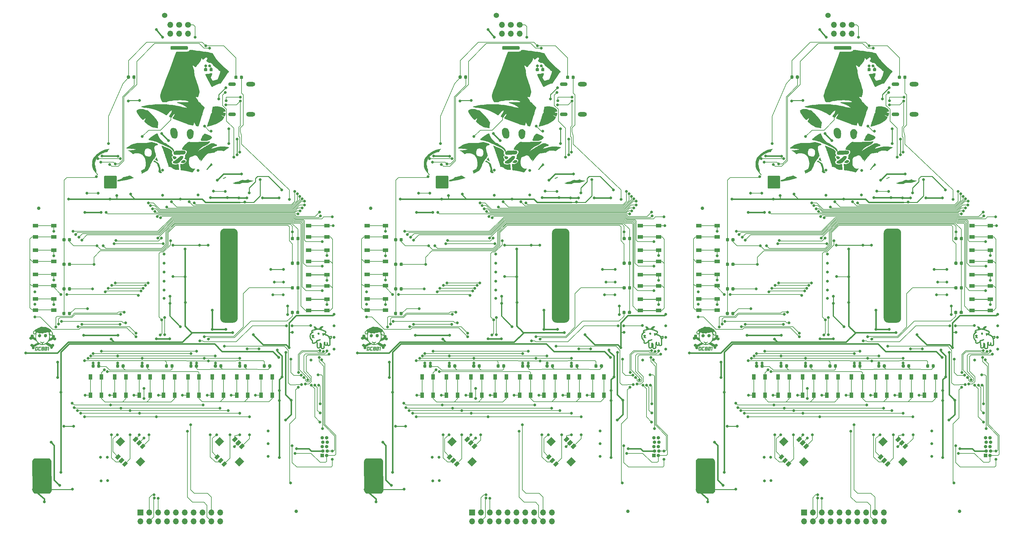
<source format=gtl>
%MOIN*%
%OFA0B0*%
%FSLAX46Y46*%
%IPPOS*%
%LPD*%
%ADD10C,0.00039370078740157485*%
%ADD11C,0.066929133858267723*%
%ADD12O,0.066929133858267723X0.066929133858267723*%
%ADD13C,0.060000000000000005*%
%ADD14C,0.03937007874015748*%
%ADD15C,0.01968503937007874*%
%ADD16R,0.0610236220472441X0.03937007874015748*%
%ADD17C,0.0039370078740157488*%
%ADD18R,0.03937007874015748X0.0610236220472441*%
%ADD19R,0.03937007874015748X0.03937007874015748*%
%ADD20O,0.03937007874015748X0.03937007874015748*%
%ADD21O,0.10236220472440946X0.051181102362204731*%
%ADD22O,0.086614173228346469X0.043307086614173235*%
%ADD23R,0.066929133858267723X0.066929133858267723*%
%ADD24C,0.031496062992125991*%
%ADD25C,0.01*%
%ADD26C,0.007000000000000001*%
%ADD27C,0.015000000000000001*%
%ADD28C,0.0090000000000000011*%
%ADD29C,0.008*%
%ADD30C,0.012000000000000002*%
%ADD31C,0.00984251968503937*%
%ADD32C,0.006000000000000001*%
%ADD33C,0.0039370078740157488*%
%ADD44C,0.00039370078740157485*%
%ADD45C,0.066929133858267723*%
%ADD46O,0.066929133858267723X0.066929133858267723*%
%ADD47C,0.060000000000000005*%
%ADD48C,0.03937007874015748*%
%ADD49C,0.01968503937007874*%
%ADD50R,0.0610236220472441X0.03937007874015748*%
%ADD51C,0.0039370078740157488*%
%ADD52R,0.03937007874015748X0.0610236220472441*%
%ADD53R,0.03937007874015748X0.03937007874015748*%
%ADD54O,0.03937007874015748X0.03937007874015748*%
%ADD55O,0.10236220472440946X0.051181102362204731*%
%ADD56O,0.086614173228346469X0.043307086614173235*%
%ADD57R,0.066929133858267723X0.066929133858267723*%
%ADD58C,0.031496062992125991*%
%ADD59C,0.01*%
%ADD60C,0.007000000000000001*%
%ADD61C,0.015000000000000001*%
%ADD62C,0.0090000000000000011*%
%ADD63C,0.008*%
%ADD64C,0.012000000000000002*%
%ADD65C,0.00984251968503937*%
%ADD66C,0.006000000000000001*%
%ADD67C,0.0039370078740157488*%
%ADD68C,0.00039370078740157485*%
%ADD69C,0.066929133858267723*%
%ADD70O,0.066929133858267723X0.066929133858267723*%
%ADD71C,0.060000000000000005*%
%ADD72C,0.03937007874015748*%
%ADD73C,0.01968503937007874*%
%ADD74R,0.0610236220472441X0.03937007874015748*%
%ADD75C,0.0039370078740157488*%
%ADD76R,0.03937007874015748X0.0610236220472441*%
%ADD77R,0.03937007874015748X0.03937007874015748*%
%ADD78O,0.03937007874015748X0.03937007874015748*%
%ADD79O,0.10236220472440946X0.051181102362204731*%
%ADD80O,0.086614173228346469X0.043307086614173235*%
%ADD81R,0.066929133858267723X0.066929133858267723*%
%ADD82C,0.031496062992125991*%
%ADD83C,0.01*%
%ADD84C,0.007000000000000001*%
%ADD85C,0.015000000000000001*%
%ADD86C,0.0090000000000000011*%
%ADD87C,0.008*%
%ADD88C,0.012000000000000002*%
%ADD89C,0.00984251968503937*%
%ADD90C,0.006000000000000001*%
%ADD91C,0.0039370078740157488*%
G01*
D10*
G36*
X0003774405Y0002667499D02*
G01*
X0003776326Y0002666708D01*
X0003778959Y0002664618D01*
X0003780634Y0002661572D01*
X0003781366Y0002657964D01*
X0003781175Y0002654189D01*
X0003780076Y0002650641D01*
X0003778087Y0002647715D01*
X0003775422Y0002645885D01*
X0003772388Y0002644893D01*
X0003769969Y0002644933D01*
X0003767446Y0002646035D01*
X0003767081Y0002646253D01*
X0003764075Y0002648724D01*
X0003762344Y0002651851D01*
X0003761712Y0002655982D01*
X0003761700Y0002656752D01*
X0003761830Y0002659642D01*
X0003762421Y0002661668D01*
X0003763774Y0002663625D01*
X0003764714Y0002664698D01*
X0003767673Y0002667174D01*
X0003770817Y0002668093D01*
X0003774405Y0002667499D01*
G37*
X0003774405Y0002667499D02*
X0003776326Y0002666708D01*
X0003778959Y0002664618D01*
X0003780634Y0002661572D01*
X0003781366Y0002657964D01*
X0003781175Y0002654189D01*
X0003780076Y0002650641D01*
X0003778087Y0002647715D01*
X0003775422Y0002645885D01*
X0003772388Y0002644893D01*
X0003769969Y0002644933D01*
X0003767446Y0002646035D01*
X0003767081Y0002646253D01*
X0003764075Y0002648724D01*
X0003762344Y0002651851D01*
X0003761712Y0002655982D01*
X0003761700Y0002656752D01*
X0003761830Y0002659642D01*
X0003762421Y0002661668D01*
X0003763774Y0002663625D01*
X0003764714Y0002664698D01*
X0003767673Y0002667174D01*
X0003770817Y0002668093D01*
X0003774405Y0002667499D01*
G36*
X0003712318Y0002641156D02*
G01*
X0003716434Y0002639814D01*
X0003719202Y0002637626D01*
X0003720570Y0002634632D01*
X0003720517Y0002631014D01*
X0003719452Y0002628464D01*
X0003717514Y0002626102D01*
X0003715196Y0002624413D01*
X0003713248Y0002623867D01*
X0003712058Y0002623515D01*
X0003711802Y0002622161D01*
X0003711853Y0002621605D01*
X0003712338Y0002620136D01*
X0003713629Y0002618755D01*
X0003716044Y0002617153D01*
X0003717105Y0002616545D01*
X0003720168Y0002614748D01*
X0003722029Y0002613358D01*
X0003722982Y0002612048D01*
X0003723323Y0002610489D01*
X0003723354Y0002609558D01*
X0003722765Y0002607573D01*
X0003721002Y0002606721D01*
X0003718120Y0002607006D01*
X0003714170Y0002608432D01*
X0003713398Y0002608787D01*
X0003708136Y0002611276D01*
X0003705474Y0002609245D01*
X0003702399Y0002607371D01*
X0003699691Y0002606603D01*
X0003697636Y0002606985D01*
X0003696777Y0002607890D01*
X0003696006Y0002609972D01*
X0003696214Y0002611917D01*
X0003697533Y0002614087D01*
X0003700034Y0002616784D01*
X0003702111Y0002618972D01*
X0003703604Y0002620817D01*
X0003704200Y0002621929D01*
X0003704200Y0002621949D01*
X0003703502Y0002622928D01*
X0003701774Y0002624009D01*
X0003701278Y0002624232D01*
X0003697858Y0002626299D01*
X0003695423Y0002629068D01*
X0003694276Y0002632166D01*
X0003694227Y0002632880D01*
X0003694799Y0002636427D01*
X0003696629Y0002639024D01*
X0003699775Y0002640709D01*
X0003704291Y0002641521D01*
X0003706905Y0002641612D01*
X0003712318Y0002641156D01*
G37*
X0003712318Y0002641156D02*
X0003716434Y0002639814D01*
X0003719202Y0002637626D01*
X0003720570Y0002634632D01*
X0003720517Y0002631014D01*
X0003719452Y0002628464D01*
X0003717514Y0002626102D01*
X0003715196Y0002624413D01*
X0003713248Y0002623867D01*
X0003712058Y0002623515D01*
X0003711802Y0002622161D01*
X0003711853Y0002621605D01*
X0003712338Y0002620136D01*
X0003713629Y0002618755D01*
X0003716044Y0002617153D01*
X0003717105Y0002616545D01*
X0003720168Y0002614748D01*
X0003722029Y0002613358D01*
X0003722982Y0002612048D01*
X0003723323Y0002610489D01*
X0003723354Y0002609558D01*
X0003722765Y0002607573D01*
X0003721002Y0002606721D01*
X0003718120Y0002607006D01*
X0003714170Y0002608432D01*
X0003713398Y0002608787D01*
X0003708136Y0002611276D01*
X0003705474Y0002609245D01*
X0003702399Y0002607371D01*
X0003699691Y0002606603D01*
X0003697636Y0002606985D01*
X0003696777Y0002607890D01*
X0003696006Y0002609972D01*
X0003696214Y0002611917D01*
X0003697533Y0002614087D01*
X0003700034Y0002616784D01*
X0003702111Y0002618972D01*
X0003703604Y0002620817D01*
X0003704200Y0002621929D01*
X0003704200Y0002621949D01*
X0003703502Y0002622928D01*
X0003701774Y0002624009D01*
X0003701278Y0002624232D01*
X0003697858Y0002626299D01*
X0003695423Y0002629068D01*
X0003694276Y0002632166D01*
X0003694227Y0002632880D01*
X0003694799Y0002636427D01*
X0003696629Y0002639024D01*
X0003699775Y0002640709D01*
X0003704291Y0002641521D01*
X0003706905Y0002641612D01*
X0003712318Y0002641156D01*
G36*
X0000694853Y0002649840D02*
G01*
X0000699260Y0002648676D01*
X0000703143Y0002646355D01*
X0000706170Y0002642879D01*
X0000706322Y0002642626D01*
X0000708403Y0002637616D01*
X0000708929Y0002632537D01*
X0000707917Y0002627641D01*
X0000705389Y0002623185D01*
X0000704803Y0002622482D01*
X0000702584Y0002620371D01*
X0000700199Y0002618700D01*
X0000699448Y0002618326D01*
X0000695379Y0002617343D01*
X0000690724Y0002617320D01*
X0000686239Y0002618222D01*
X0000684340Y0002618988D01*
X0000681145Y0002621194D01*
X0000678540Y0002624086D01*
X0000678507Y0002624135D01*
X0000677276Y0002626268D01*
X0000676598Y0002628380D01*
X0000676321Y0002631110D01*
X0000676284Y0002633450D01*
X0000676382Y0002636884D01*
X0000676784Y0002639303D01*
X0000677644Y0002641352D01*
X0000678576Y0002642870D01*
X0000681782Y0002646362D01*
X0000685784Y0002648686D01*
X0000690251Y0002649845D01*
X0000694853Y0002649840D01*
G37*
X0000694853Y0002649840D02*
X0000699260Y0002648676D01*
X0000703143Y0002646355D01*
X0000706170Y0002642879D01*
X0000706322Y0002642626D01*
X0000708403Y0002637616D01*
X0000708929Y0002632537D01*
X0000707917Y0002627641D01*
X0000705389Y0002623185D01*
X0000704803Y0002622482D01*
X0000702584Y0002620371D01*
X0000700199Y0002618700D01*
X0000699448Y0002618326D01*
X0000695379Y0002617343D01*
X0000690724Y0002617320D01*
X0000686239Y0002618222D01*
X0000684340Y0002618988D01*
X0000681145Y0002621194D01*
X0000678540Y0002624086D01*
X0000678507Y0002624135D01*
X0000677276Y0002626268D01*
X0000676598Y0002628380D01*
X0000676321Y0002631110D01*
X0000676284Y0002633450D01*
X0000676382Y0002636884D01*
X0000676784Y0002639303D01*
X0000677644Y0002641352D01*
X0000678576Y0002642870D01*
X0000681782Y0002646362D01*
X0000685784Y0002648686D01*
X0000690251Y0002649845D01*
X0000694853Y0002649840D01*
G36*
X0000630582Y0002649265D02*
G01*
X0000634881Y0002647309D01*
X0000637160Y0002645492D01*
X0000639725Y0002642327D01*
X0000641172Y0002638702D01*
X0000641631Y0002634207D01*
X0000641551Y0002631801D01*
X0000640574Y0002626739D01*
X0000638316Y0002622714D01*
X0000634712Y0002619623D01*
X0000633352Y0002618859D01*
X0000629854Y0002617705D01*
X0000625697Y0002617246D01*
X0000621579Y0002617495D01*
X0000618197Y0002618464D01*
X0000617950Y0002618588D01*
X0000614518Y0002620794D01*
X0000612106Y0002623440D01*
X0000610778Y0002625709D01*
X0000609617Y0002629345D01*
X0000609224Y0002633700D01*
X0000609611Y0002638009D01*
X0000610559Y0002641062D01*
X0000613239Y0002644912D01*
X0000616920Y0002647713D01*
X0000621263Y0002649410D01*
X0000625930Y0002649946D01*
X0000630582Y0002649265D01*
G37*
X0000630582Y0002649265D02*
X0000634881Y0002647309D01*
X0000637160Y0002645492D01*
X0000639725Y0002642327D01*
X0000641172Y0002638702D01*
X0000641631Y0002634207D01*
X0000641551Y0002631801D01*
X0000640574Y0002626739D01*
X0000638316Y0002622714D01*
X0000634712Y0002619623D01*
X0000633352Y0002618859D01*
X0000629854Y0002617705D01*
X0000625697Y0002617246D01*
X0000621579Y0002617495D01*
X0000618197Y0002618464D01*
X0000617950Y0002618588D01*
X0000614518Y0002620794D01*
X0000612106Y0002623440D01*
X0000610778Y0002625709D01*
X0000609617Y0002629345D01*
X0000609224Y0002633700D01*
X0000609611Y0002638009D01*
X0000610559Y0002641062D01*
X0000613239Y0002644912D01*
X0000616920Y0002647713D01*
X0000621263Y0002649410D01*
X0000625930Y0002649946D01*
X0000630582Y0002649265D01*
G36*
X0002635471Y0005218571D02*
G01*
X0002650468Y0005216717D01*
X0002664534Y0005213656D01*
X0002677594Y0005209408D01*
X0002689577Y0005203993D01*
X0002700408Y0005197430D01*
X0002700865Y0005197109D01*
X0002707663Y0005191824D01*
X0002712903Y0005186611D01*
X0002716680Y0005181328D01*
X0002719089Y0005175833D01*
X0002720224Y0005169981D01*
X0002720339Y0005167786D01*
X0002720450Y0005161784D01*
X0002712500Y0005161784D01*
X0002708658Y0005161741D01*
X0002705878Y0005161523D01*
X0002703556Y0005160997D01*
X0002701086Y0005160029D01*
X0002698078Y0005158590D01*
X0002695206Y0005157051D01*
X0002693068Y0005155672D01*
X0002691988Y0005154673D01*
X0002691927Y0005154423D01*
X0002692919Y0005153407D01*
X0002695112Y0005152075D01*
X0002698115Y0005150609D01*
X0002701541Y0005149193D01*
X0002705000Y0005148012D01*
X0002706259Y0005147658D01*
X0002709965Y0005146917D01*
X0002713957Y0005146450D01*
X0002715945Y0005146367D01*
X0002718676Y0005146292D01*
X0002720187Y0005145962D01*
X0002720920Y0005145217D01*
X0002721175Y0005144492D01*
X0002721652Y0005141046D01*
X0002721337Y0005136909D01*
X0002720200Y0005131728D01*
X0002720041Y0005131141D01*
X0002718979Y0005127267D01*
X0002717871Y0005123191D01*
X0002717065Y0005120202D01*
X0002715318Y0005115525D01*
X0002713005Y0005112413D01*
X0002710135Y0005110869D01*
X0002706717Y0005110897D01*
X0002702761Y0005112502D01*
X0002701324Y0005113387D01*
X0002697376Y0005115690D01*
X0002692623Y0005117967D01*
X0002687427Y0005120094D01*
X0002682152Y0005121946D01*
X0002677160Y0005123400D01*
X0002672813Y0005124329D01*
X0002669473Y0005124609D01*
X0002668845Y0005124564D01*
X0002668120Y0005124376D01*
X0002668001Y0005123962D01*
X0002668633Y0005123195D01*
X0002670161Y0005121947D01*
X0002672730Y0005120091D01*
X0002676486Y0005117502D01*
X0002678468Y0005116154D01*
X0002683279Y0005113005D01*
X0002688083Y0005110066D01*
X0002692483Y0005107568D01*
X0002696083Y0005105742D01*
X0002697117Y0005105290D01*
X0002703784Y0005102555D01*
X0002704037Y0005098632D01*
X0002703968Y0005095609D01*
X0002703131Y0005093271D01*
X0002702288Y0005091996D01*
X0002701000Y0005090105D01*
X0002699170Y0005087234D01*
X0002697090Y0005083844D01*
X0002695861Y0005081784D01*
X0002692651Y0005076544D01*
X0002689768Y0005072401D01*
X0002686841Y0005068938D01*
X0002683502Y0005065739D01*
X0002679379Y0005062386D01*
X0002677174Y0005060719D01*
X0002671182Y0005056371D01*
X0002664778Y0005051926D01*
X0002658134Y0005047487D01*
X0002651425Y0005043160D01*
X0002644825Y0005039047D01*
X0002638508Y0005035254D01*
X0002632649Y0005031884D01*
X0002627420Y0005029041D01*
X0002622996Y0005026831D01*
X0002619552Y0005025355D01*
X0002617261Y0005024720D01*
X0002616973Y0005024703D01*
X0002614109Y0005024020D01*
X0002611852Y0005022617D01*
X0002609664Y0005021233D01*
X0002607517Y0005020549D01*
X0002607236Y0005020534D01*
X0002605260Y0005020229D01*
X0002602509Y0005019448D01*
X0002600689Y0005018791D01*
X0002595893Y0005016969D01*
X0002590205Y0005014930D01*
X0002583893Y0005012759D01*
X0002577229Y0005010542D01*
X0002570480Y0005008365D01*
X0002563918Y0005006311D01*
X0002557811Y0005004469D01*
X0002552429Y0005002921D01*
X0002548041Y0005001756D01*
X0002544917Y0005001056D01*
X0002544617Y0005001004D01*
X0002540317Y0005000191D01*
X0002535140Y0004999059D01*
X0002529802Y0004997772D01*
X0002525912Y0004996745D01*
X0002521982Y0004995666D01*
X0002518648Y0004994771D01*
X0002516228Y0004994145D01*
X0002515044Y0004993872D01*
X0002514992Y0004993867D01*
X0002515060Y0004994612D01*
X0002515595Y0004996674D01*
X0002516520Y0004999795D01*
X0002517761Y0005003717D01*
X0002518841Y0005006992D01*
X0002520913Y0005013201D01*
X0002523202Y0005020100D01*
X0002525652Y0005027523D01*
X0002528210Y0005035302D01*
X0002530821Y0005043273D01*
X0002533433Y0005051267D01*
X0002535991Y0005059119D01*
X0002538440Y0005066663D01*
X0002540726Y0005073732D01*
X0002542797Y0005080160D01*
X0002544597Y0005085780D01*
X0002546072Y0005090426D01*
X0002547169Y0005093931D01*
X0002547834Y0005096130D01*
X0002548009Y0005096784D01*
X0002549077Y0005101062D01*
X0002550700Y0005106281D01*
X0002552701Y0005111886D01*
X0002553138Y0005113023D01*
X0002554353Y0005116565D01*
X0002555599Y0005120880D01*
X0002556626Y0005125096D01*
X0002556716Y0005125523D01*
X0002558476Y0005132015D01*
X0002560801Y0005137445D01*
X0002563583Y0005141593D01*
X0002565562Y0005143479D01*
X0002567706Y0005145473D01*
X0002569400Y0005147652D01*
X0002569618Y0005148035D01*
X0002570421Y0005150728D01*
X0002570759Y0005154373D01*
X0002570629Y0005158321D01*
X0002570028Y0005161923D01*
X0002569689Y0005163030D01*
X0002569149Y0005164992D01*
X0002569179Y0005166854D01*
X0002569829Y0005169302D01*
X0002570224Y0005170459D01*
X0002571244Y0005173935D01*
X0002572032Y0005177634D01*
X0002572255Y0005179212D01*
X0002572833Y0005182608D01*
X0002573785Y0005186332D01*
X0002574283Y0005187857D01*
X0002575209Y0005191119D01*
X0002575779Y0005194452D01*
X0002575867Y0005195877D01*
X0002576172Y0005199102D01*
X0002576926Y0005202449D01*
X0002577117Y0005203034D01*
X0002577919Y0005206226D01*
X0002578346Y0005209717D01*
X0002578367Y0005210497D01*
X0002578367Y0005214416D01*
X0002584825Y0005215786D01*
X0002591139Y0005217054D01*
X0002596673Y0005217976D01*
X0002601936Y0005218601D01*
X0002607435Y0005218979D01*
X0002613680Y0005219160D01*
X0002619617Y0005219197D01*
X0002635471Y0005218571D01*
G37*
X0002635471Y0005218571D02*
X0002650468Y0005216717D01*
X0002664534Y0005213656D01*
X0002677594Y0005209408D01*
X0002689577Y0005203993D01*
X0002700408Y0005197430D01*
X0002700865Y0005197109D01*
X0002707663Y0005191824D01*
X0002712903Y0005186611D01*
X0002716680Y0005181328D01*
X0002719089Y0005175833D01*
X0002720224Y0005169981D01*
X0002720339Y0005167786D01*
X0002720450Y0005161784D01*
X0002712500Y0005161784D01*
X0002708658Y0005161741D01*
X0002705878Y0005161523D01*
X0002703556Y0005160997D01*
X0002701086Y0005160029D01*
X0002698078Y0005158590D01*
X0002695206Y0005157051D01*
X0002693068Y0005155672D01*
X0002691988Y0005154673D01*
X0002691927Y0005154423D01*
X0002692919Y0005153407D01*
X0002695112Y0005152075D01*
X0002698115Y0005150609D01*
X0002701541Y0005149193D01*
X0002705000Y0005148012D01*
X0002706259Y0005147658D01*
X0002709965Y0005146917D01*
X0002713957Y0005146450D01*
X0002715945Y0005146367D01*
X0002718676Y0005146292D01*
X0002720187Y0005145962D01*
X0002720920Y0005145217D01*
X0002721175Y0005144492D01*
X0002721652Y0005141046D01*
X0002721337Y0005136909D01*
X0002720200Y0005131728D01*
X0002720041Y0005131141D01*
X0002718979Y0005127267D01*
X0002717871Y0005123191D01*
X0002717065Y0005120202D01*
X0002715318Y0005115525D01*
X0002713005Y0005112413D01*
X0002710135Y0005110869D01*
X0002706717Y0005110897D01*
X0002702761Y0005112502D01*
X0002701324Y0005113387D01*
X0002697376Y0005115690D01*
X0002692623Y0005117967D01*
X0002687427Y0005120094D01*
X0002682152Y0005121946D01*
X0002677160Y0005123400D01*
X0002672813Y0005124329D01*
X0002669473Y0005124609D01*
X0002668845Y0005124564D01*
X0002668120Y0005124376D01*
X0002668001Y0005123962D01*
X0002668633Y0005123195D01*
X0002670161Y0005121947D01*
X0002672730Y0005120091D01*
X0002676486Y0005117502D01*
X0002678468Y0005116154D01*
X0002683279Y0005113005D01*
X0002688083Y0005110066D01*
X0002692483Y0005107568D01*
X0002696083Y0005105742D01*
X0002697117Y0005105290D01*
X0002703784Y0005102555D01*
X0002704037Y0005098632D01*
X0002703968Y0005095609D01*
X0002703131Y0005093271D01*
X0002702288Y0005091996D01*
X0002701000Y0005090105D01*
X0002699170Y0005087234D01*
X0002697090Y0005083844D01*
X0002695861Y0005081784D01*
X0002692651Y0005076544D01*
X0002689768Y0005072401D01*
X0002686841Y0005068938D01*
X0002683502Y0005065739D01*
X0002679379Y0005062386D01*
X0002677174Y0005060719D01*
X0002671182Y0005056371D01*
X0002664778Y0005051926D01*
X0002658134Y0005047487D01*
X0002651425Y0005043160D01*
X0002644825Y0005039047D01*
X0002638508Y0005035254D01*
X0002632649Y0005031884D01*
X0002627420Y0005029041D01*
X0002622996Y0005026831D01*
X0002619552Y0005025355D01*
X0002617261Y0005024720D01*
X0002616973Y0005024703D01*
X0002614109Y0005024020D01*
X0002611852Y0005022617D01*
X0002609664Y0005021233D01*
X0002607517Y0005020549D01*
X0002607236Y0005020534D01*
X0002605260Y0005020229D01*
X0002602509Y0005019448D01*
X0002600689Y0005018791D01*
X0002595893Y0005016969D01*
X0002590205Y0005014930D01*
X0002583893Y0005012759D01*
X0002577229Y0005010542D01*
X0002570480Y0005008365D01*
X0002563918Y0005006311D01*
X0002557811Y0005004469D01*
X0002552429Y0005002921D01*
X0002548041Y0005001756D01*
X0002544917Y0005001056D01*
X0002544617Y0005001004D01*
X0002540317Y0005000191D01*
X0002535140Y0004999059D01*
X0002529802Y0004997772D01*
X0002525912Y0004996745D01*
X0002521982Y0004995666D01*
X0002518648Y0004994771D01*
X0002516228Y0004994145D01*
X0002515044Y0004993872D01*
X0002514992Y0004993867D01*
X0002515060Y0004994612D01*
X0002515595Y0004996674D01*
X0002516520Y0004999795D01*
X0002517761Y0005003717D01*
X0002518841Y0005006992D01*
X0002520913Y0005013201D01*
X0002523202Y0005020100D01*
X0002525652Y0005027523D01*
X0002528210Y0005035302D01*
X0002530821Y0005043273D01*
X0002533433Y0005051267D01*
X0002535991Y0005059119D01*
X0002538440Y0005066663D01*
X0002540726Y0005073732D01*
X0002542797Y0005080160D01*
X0002544597Y0005085780D01*
X0002546072Y0005090426D01*
X0002547169Y0005093931D01*
X0002547834Y0005096130D01*
X0002548009Y0005096784D01*
X0002549077Y0005101062D01*
X0002550700Y0005106281D01*
X0002552701Y0005111886D01*
X0002553138Y0005113023D01*
X0002554353Y0005116565D01*
X0002555599Y0005120880D01*
X0002556626Y0005125096D01*
X0002556716Y0005125523D01*
X0002558476Y0005132015D01*
X0002560801Y0005137445D01*
X0002563583Y0005141593D01*
X0002565562Y0005143479D01*
X0002567706Y0005145473D01*
X0002569400Y0005147652D01*
X0002569618Y0005148035D01*
X0002570421Y0005150728D01*
X0002570759Y0005154373D01*
X0002570629Y0005158321D01*
X0002570028Y0005161923D01*
X0002569689Y0005163030D01*
X0002569149Y0005164992D01*
X0002569179Y0005166854D01*
X0002569829Y0005169302D01*
X0002570224Y0005170459D01*
X0002571244Y0005173935D01*
X0002572032Y0005177634D01*
X0002572255Y0005179212D01*
X0002572833Y0005182608D01*
X0002573785Y0005186332D01*
X0002574283Y0005187857D01*
X0002575209Y0005191119D01*
X0002575779Y0005194452D01*
X0002575867Y0005195877D01*
X0002576172Y0005199102D01*
X0002576926Y0005202449D01*
X0002577117Y0005203034D01*
X0002577919Y0005206226D01*
X0002578346Y0005209717D01*
X0002578367Y0005210497D01*
X0002578367Y0005214416D01*
X0002584825Y0005215786D01*
X0002591139Y0005217054D01*
X0002596673Y0005217976D01*
X0002601936Y0005218601D01*
X0002607435Y0005218979D01*
X0002613680Y0005219160D01*
X0002619617Y0005219197D01*
X0002635471Y0005218571D01*
G36*
X0001767417Y0005191077D02*
G01*
X0001770627Y0005190929D01*
X0001781533Y0005190073D01*
X0001791095Y0005188752D01*
X0001799587Y0005186905D01*
X0001807280Y0005184473D01*
X0001814450Y0005181396D01*
X0001814663Y0005181292D01*
X0001818000Y0005179745D01*
X0001820994Y0005178640D01*
X0001824198Y0005177826D01*
X0001828162Y0005177150D01*
X0001831330Y0005176723D01*
X0001837130Y0005175948D01*
X0001841595Y0005175177D01*
X0001845048Y0005174240D01*
X0001847811Y0005172963D01*
X0001850207Y0005171175D01*
X0001852558Y0005168704D01*
X0001855187Y0005165376D01*
X0001856906Y0005163066D01*
X0001858530Y0005161202D01*
X0001861140Y0005158586D01*
X0001864426Y0005155516D01*
X0001868076Y0005152286D01*
X0001869607Y0005150983D01*
X0001885700Y0005136464D01*
X0001901227Y0005120443D01*
X0001916100Y0005103014D01*
X0001922337Y0005095025D01*
X0001925654Y0005090755D01*
X0001929273Y0005086248D01*
X0001932780Y0005082013D01*
X0001935759Y0005078559D01*
X0001936026Y0005078260D01*
X0001939304Y0005074287D01*
X0001942934Y0005069343D01*
X0001946540Y0005063958D01*
X0001948671Y0005060511D01*
X0001951272Y0005056280D01*
X0001953934Y0005052193D01*
X0001956388Y0005048643D01*
X0001958369Y0005046025D01*
X0001958845Y0005045464D01*
X0001962534Y0005041311D01*
X0001962534Y0005033813D01*
X0001962277Y0005028065D01*
X0001961457Y0005023351D01*
X0001960878Y0005021400D01*
X0001960086Y0005018213D01*
X0001959341Y0005013615D01*
X0001958668Y0005007864D01*
X0001958093Y0005001215D01*
X0001957640Y0004993924D01*
X0001957336Y0004986249D01*
X0001957306Y0004985117D01*
X0001957117Y0004977617D01*
X0001952950Y0004977487D01*
X0001949717Y0004977653D01*
X0001946565Y0004978227D01*
X0001945633Y0004978515D01*
X0001943819Y0004978987D01*
X0001940673Y0004979603D01*
X0001936516Y0004980307D01*
X0001931671Y0004981045D01*
X0001926466Y0004981762D01*
X0001918022Y0004982980D01*
X0001910772Y0004984331D01*
X0001904247Y0004985960D01*
X0001897975Y0004988009D01*
X0001891484Y0004990624D01*
X0001884304Y0004993947D01*
X0001880691Y0004995728D01*
X0001875142Y0004998637D01*
X0001869149Y0005002015D01*
X0001862963Y0005005699D01*
X0001856838Y0005009524D01*
X0001851028Y0005013326D01*
X0001845784Y0005016941D01*
X0001841362Y0005020206D01*
X0001838013Y0005022955D01*
X0001836652Y0005024261D01*
X0001833826Y0005026998D01*
X0001830604Y0005029771D01*
X0001828784Y0005031174D01*
X0001822622Y0005035775D01*
X0001817772Y0005039768D01*
X0001814073Y0005043325D01*
X0001811362Y0005046617D01*
X0001809477Y0005049813D01*
X0001808368Y0005052701D01*
X0001807858Y0005054662D01*
X0001807880Y0005056110D01*
X0001808596Y0005057629D01*
X0001810167Y0005059802D01*
X0001810412Y0005060123D01*
X0001812556Y0005063183D01*
X0001814627Y0005066534D01*
X0001815524Y0005068180D01*
X0001816827Y0005071044D01*
X0001818262Y0005074661D01*
X0001819686Y0005078610D01*
X0001820957Y0005082470D01*
X0001821933Y0005085820D01*
X0001822472Y0005088241D01*
X0001822534Y0005088911D01*
X0001822408Y0005090206D01*
X0001821749Y0005090062D01*
X0001821075Y0005089491D01*
X0001819648Y0005088517D01*
X0001817189Y0005087115D01*
X0001814178Y0005085557D01*
X0001813535Y0005085242D01*
X0001809772Y0005083166D01*
X0001805838Y0005080597D01*
X0001802701Y0005078188D01*
X0001798378Y0005074657D01*
X0001794873Y0005072292D01*
X0001791961Y0005070963D01*
X0001789413Y0005070537D01*
X0001789368Y0005070537D01*
X0001788304Y0005070652D01*
X0001787151Y0005071101D01*
X0001785723Y0005072035D01*
X0001783834Y0005073604D01*
X0001781299Y0005075960D01*
X0001777931Y0005079253D01*
X0001774769Y0005082409D01*
X0001768967Y0005088387D01*
X0001764030Y0005093884D01*
X0001759502Y0005099436D01*
X0001754927Y0005105580D01*
X0001753882Y0005107046D01*
X0001748586Y0005114644D01*
X0001743442Y0005122245D01*
X0001738600Y0005129617D01*
X0001734208Y0005136529D01*
X0001730413Y0005142748D01*
X0001727364Y0005148042D01*
X0001725662Y0005151252D01*
X0001724000Y0005154688D01*
X0001722944Y0005157360D01*
X0001722335Y0005159905D01*
X0001722011Y0005162957D01*
X0001721843Y0005166311D01*
X0001721518Y0005174401D01*
X0001732234Y0005180719D01*
X0001736736Y0005183325D01*
X0001740297Y0005185226D01*
X0001743379Y0005186619D01*
X0001746445Y0005187701D01*
X0001749955Y0005188666D01*
X0001752294Y0005189231D01*
X0001756820Y0005190234D01*
X0001760408Y0005190835D01*
X0001763719Y0005191095D01*
X0001767417Y0005191077D01*
G37*
X0001767417Y0005191077D02*
X0001770627Y0005190929D01*
X0001781533Y0005190073D01*
X0001791095Y0005188752D01*
X0001799587Y0005186905D01*
X0001807280Y0005184473D01*
X0001814450Y0005181396D01*
X0001814663Y0005181292D01*
X0001818000Y0005179745D01*
X0001820994Y0005178640D01*
X0001824198Y0005177826D01*
X0001828162Y0005177150D01*
X0001831330Y0005176723D01*
X0001837130Y0005175948D01*
X0001841595Y0005175177D01*
X0001845048Y0005174240D01*
X0001847811Y0005172963D01*
X0001850207Y0005171175D01*
X0001852558Y0005168704D01*
X0001855187Y0005165376D01*
X0001856906Y0005163066D01*
X0001858530Y0005161202D01*
X0001861140Y0005158586D01*
X0001864426Y0005155516D01*
X0001868076Y0005152286D01*
X0001869607Y0005150983D01*
X0001885700Y0005136464D01*
X0001901227Y0005120443D01*
X0001916100Y0005103014D01*
X0001922337Y0005095025D01*
X0001925654Y0005090755D01*
X0001929273Y0005086248D01*
X0001932780Y0005082013D01*
X0001935759Y0005078559D01*
X0001936026Y0005078260D01*
X0001939304Y0005074287D01*
X0001942934Y0005069343D01*
X0001946540Y0005063958D01*
X0001948671Y0005060511D01*
X0001951272Y0005056280D01*
X0001953934Y0005052193D01*
X0001956388Y0005048643D01*
X0001958369Y0005046025D01*
X0001958845Y0005045464D01*
X0001962534Y0005041311D01*
X0001962534Y0005033813D01*
X0001962277Y0005028065D01*
X0001961457Y0005023351D01*
X0001960878Y0005021400D01*
X0001960086Y0005018213D01*
X0001959341Y0005013615D01*
X0001958668Y0005007864D01*
X0001958093Y0005001215D01*
X0001957640Y0004993924D01*
X0001957336Y0004986249D01*
X0001957306Y0004985117D01*
X0001957117Y0004977617D01*
X0001952950Y0004977487D01*
X0001949717Y0004977653D01*
X0001946565Y0004978227D01*
X0001945633Y0004978515D01*
X0001943819Y0004978987D01*
X0001940673Y0004979603D01*
X0001936516Y0004980307D01*
X0001931671Y0004981045D01*
X0001926466Y0004981762D01*
X0001918022Y0004982980D01*
X0001910772Y0004984331D01*
X0001904247Y0004985960D01*
X0001897975Y0004988009D01*
X0001891484Y0004990624D01*
X0001884304Y0004993947D01*
X0001880691Y0004995728D01*
X0001875142Y0004998637D01*
X0001869149Y0005002015D01*
X0001862963Y0005005699D01*
X0001856838Y0005009524D01*
X0001851028Y0005013326D01*
X0001845784Y0005016941D01*
X0001841362Y0005020206D01*
X0001838013Y0005022955D01*
X0001836652Y0005024261D01*
X0001833826Y0005026998D01*
X0001830604Y0005029771D01*
X0001828784Y0005031174D01*
X0001822622Y0005035775D01*
X0001817772Y0005039768D01*
X0001814073Y0005043325D01*
X0001811362Y0005046617D01*
X0001809477Y0005049813D01*
X0001808368Y0005052701D01*
X0001807858Y0005054662D01*
X0001807880Y0005056110D01*
X0001808596Y0005057629D01*
X0001810167Y0005059802D01*
X0001810412Y0005060123D01*
X0001812556Y0005063183D01*
X0001814627Y0005066534D01*
X0001815524Y0005068180D01*
X0001816827Y0005071044D01*
X0001818262Y0005074661D01*
X0001819686Y0005078610D01*
X0001820957Y0005082470D01*
X0001821933Y0005085820D01*
X0001822472Y0005088241D01*
X0001822534Y0005088911D01*
X0001822408Y0005090206D01*
X0001821749Y0005090062D01*
X0001821075Y0005089491D01*
X0001819648Y0005088517D01*
X0001817189Y0005087115D01*
X0001814178Y0005085557D01*
X0001813535Y0005085242D01*
X0001809772Y0005083166D01*
X0001805838Y0005080597D01*
X0001802701Y0005078188D01*
X0001798378Y0005074657D01*
X0001794873Y0005072292D01*
X0001791961Y0005070963D01*
X0001789413Y0005070537D01*
X0001789368Y0005070537D01*
X0001788304Y0005070652D01*
X0001787151Y0005071101D01*
X0001785723Y0005072035D01*
X0001783834Y0005073604D01*
X0001781299Y0005075960D01*
X0001777931Y0005079253D01*
X0001774769Y0005082409D01*
X0001768967Y0005088387D01*
X0001764030Y0005093884D01*
X0001759502Y0005099436D01*
X0001754927Y0005105580D01*
X0001753882Y0005107046D01*
X0001748586Y0005114644D01*
X0001743442Y0005122245D01*
X0001738600Y0005129617D01*
X0001734208Y0005136529D01*
X0001730413Y0005142748D01*
X0001727364Y0005148042D01*
X0001725662Y0005151252D01*
X0001724000Y0005154688D01*
X0001722944Y0005157360D01*
X0001722335Y0005159905D01*
X0001722011Y0005162957D01*
X0001721843Y0005166311D01*
X0001721518Y0005174401D01*
X0001732234Y0005180719D01*
X0001736736Y0005183325D01*
X0001740297Y0005185226D01*
X0001743379Y0005186619D01*
X0001746445Y0005187701D01*
X0001749955Y0005188666D01*
X0001752294Y0005189231D01*
X0001756820Y0005190234D01*
X0001760408Y0005190835D01*
X0001763719Y0005191095D01*
X0001767417Y0005191077D01*
G36*
X0002138692Y0004975211D02*
G01*
X0002145190Y0004974189D01*
X0002151340Y0004972591D01*
X0002156688Y0004970470D01*
X0002157670Y0004969962D01*
X0002162969Y0004966173D01*
X0002167743Y0004960944D01*
X0002171925Y0004954437D01*
X0002175451Y0004946813D01*
X0002178253Y0004938236D01*
X0002180264Y0004928866D01*
X0002181420Y0004918866D01*
X0002181684Y0004911332D01*
X0002181505Y0004905034D01*
X0002180987Y0004898219D01*
X0002180192Y0004891376D01*
X0002179181Y0004884995D01*
X0002178015Y0004879564D01*
X0002177443Y0004877520D01*
X0002175044Y0004871891D01*
X0002171688Y0004867586D01*
X0002167273Y0004864499D01*
X0002163645Y0004863051D01*
X0002156994Y0004861553D01*
X0002149974Y0004860935D01*
X0002143263Y0004861234D01*
X0002140034Y0004861784D01*
X0002131991Y0004864356D01*
X0002124946Y0004868186D01*
X0002118991Y0004873206D01*
X0002114223Y0004879344D01*
X0002112729Y0004881980D01*
X0002107445Y0004894042D01*
X0002103596Y0004906947D01*
X0002101183Y0004920690D01*
X0002100273Y0004932744D01*
X0002100120Y0004937979D01*
X0002100081Y0004941913D01*
X0002100179Y0004944907D01*
X0002100440Y0004947324D01*
X0002100887Y0004949526D01*
X0002101545Y0004951876D01*
X0002101560Y0004951928D01*
X0002104182Y0004958237D01*
X0002107922Y0004963965D01*
X0002112519Y0004968819D01*
X0002117713Y0004972511D01*
X0002121640Y0004974275D01*
X0002126463Y0004975308D01*
X0002132298Y0004975602D01*
X0002138692Y0004975211D01*
G37*
X0002138692Y0004975211D02*
X0002145190Y0004974189D01*
X0002151340Y0004972591D01*
X0002156688Y0004970470D01*
X0002157670Y0004969962D01*
X0002162969Y0004966173D01*
X0002167743Y0004960944D01*
X0002171925Y0004954437D01*
X0002175451Y0004946813D01*
X0002178253Y0004938236D01*
X0002180264Y0004928866D01*
X0002181420Y0004918866D01*
X0002181684Y0004911332D01*
X0002181505Y0004905034D01*
X0002180987Y0004898219D01*
X0002180192Y0004891376D01*
X0002179181Y0004884995D01*
X0002178015Y0004879564D01*
X0002177443Y0004877520D01*
X0002175044Y0004871891D01*
X0002171688Y0004867586D01*
X0002167273Y0004864499D01*
X0002163645Y0004863051D01*
X0002156994Y0004861553D01*
X0002149974Y0004860935D01*
X0002143263Y0004861234D01*
X0002140034Y0004861784D01*
X0002131991Y0004864356D01*
X0002124946Y0004868186D01*
X0002118991Y0004873206D01*
X0002114223Y0004879344D01*
X0002112729Y0004881980D01*
X0002107445Y0004894042D01*
X0002103596Y0004906947D01*
X0002101183Y0004920690D01*
X0002100273Y0004932744D01*
X0002100120Y0004937979D01*
X0002100081Y0004941913D01*
X0002100179Y0004944907D01*
X0002100440Y0004947324D01*
X0002100887Y0004949526D01*
X0002101545Y0004951876D01*
X0002101560Y0004951928D01*
X0002104182Y0004958237D01*
X0002107922Y0004963965D01*
X0002112519Y0004968819D01*
X0002117713Y0004972511D01*
X0002121640Y0004974275D01*
X0002126463Y0004975308D01*
X0002132298Y0004975602D01*
X0002138692Y0004975211D01*
G36*
X0002330131Y0004961751D02*
G01*
X0002333195Y0004961604D01*
X0002335493Y0004961271D01*
X0002337472Y0004960677D01*
X0002339583Y0004959751D01*
X0002340188Y0004959457D01*
X0002344359Y0004956814D01*
X0002348982Y0004952737D01*
X0002351022Y0004950642D01*
X0002354513Y0004946748D01*
X0002357296Y0004943133D01*
X0002359409Y0004939574D01*
X0002360892Y0004935847D01*
X0002361785Y0004931728D01*
X0002362125Y0004926994D01*
X0002361954Y0004921422D01*
X0002361308Y0004914789D01*
X0002360228Y0004906870D01*
X0002359513Y0004902200D01*
X0002358052Y0004893557D01*
X0002356578Y0004886365D01*
X0002355010Y0004880414D01*
X0002353268Y0004875490D01*
X0002351269Y0004871380D01*
X0002348933Y0004867872D01*
X0002346178Y0004864753D01*
X0002344667Y0004863317D01*
X0002338719Y0004858713D01*
X0002332662Y0004855507D01*
X0002326658Y0004853753D01*
X0002320871Y0004853507D01*
X0002317475Y0004854133D01*
X0002311502Y0004856633D01*
X0002305877Y0004860581D01*
X0002300767Y0004865769D01*
X0002296338Y0004871987D01*
X0002292758Y0004879027D01*
X0002290194Y0004886680D01*
X0002289688Y0004888867D01*
X0002288363Y0004896338D01*
X0002287409Y0004904086D01*
X0002286846Y0004911728D01*
X0002286692Y0004918884D01*
X0002286968Y0004925172D01*
X0002287618Y0004929868D01*
X0002289870Y0004936866D01*
X0002293534Y0004943594D01*
X0002298359Y0004949730D01*
X0002304091Y0004954954D01*
X0002310478Y0004958943D01*
X0002310482Y0004958945D01*
X0002313063Y0004960174D01*
X0002315159Y0004960986D01*
X0002317237Y0004961465D01*
X0002319768Y0004961700D01*
X0002323222Y0004961777D01*
X0002325849Y0004961784D01*
X0002330131Y0004961751D01*
G37*
X0002330131Y0004961751D02*
X0002333195Y0004961604D01*
X0002335493Y0004961271D01*
X0002337472Y0004960677D01*
X0002339583Y0004959751D01*
X0002340188Y0004959457D01*
X0002344359Y0004956814D01*
X0002348982Y0004952737D01*
X0002351022Y0004950642D01*
X0002354513Y0004946748D01*
X0002357296Y0004943133D01*
X0002359409Y0004939574D01*
X0002360892Y0004935847D01*
X0002361785Y0004931728D01*
X0002362125Y0004926994D01*
X0002361954Y0004921422D01*
X0002361308Y0004914789D01*
X0002360228Y0004906870D01*
X0002359513Y0004902200D01*
X0002358052Y0004893557D01*
X0002356578Y0004886365D01*
X0002355010Y0004880414D01*
X0002353268Y0004875490D01*
X0002351269Y0004871380D01*
X0002348933Y0004867872D01*
X0002346178Y0004864753D01*
X0002344667Y0004863317D01*
X0002338719Y0004858713D01*
X0002332662Y0004855507D01*
X0002326658Y0004853753D01*
X0002320871Y0004853507D01*
X0002317475Y0004854133D01*
X0002311502Y0004856633D01*
X0002305877Y0004860581D01*
X0002300767Y0004865769D01*
X0002296338Y0004871987D01*
X0002292758Y0004879027D01*
X0002290194Y0004886680D01*
X0002289688Y0004888867D01*
X0002288363Y0004896338D01*
X0002287409Y0004904086D01*
X0002286846Y0004911728D01*
X0002286692Y0004918884D01*
X0002286968Y0004925172D01*
X0002287618Y0004929868D01*
X0002289870Y0004936866D01*
X0002293534Y0004943594D01*
X0002298359Y0004949730D01*
X0002304091Y0004954954D01*
X0002310478Y0004958943D01*
X0002310482Y0004958945D01*
X0002313063Y0004960174D01*
X0002315159Y0004960986D01*
X0002317237Y0004961465D01*
X0002319768Y0004961700D01*
X0002323222Y0004961777D01*
X0002325849Y0004961784D01*
X0002330131Y0004961751D01*
G36*
X0002485765Y0004911751D02*
G01*
X0002487109Y0004911398D01*
X0002489698Y0004910865D01*
X0002493135Y0004910231D01*
X0002496229Y0004909702D01*
X0002499697Y0004909089D01*
X0002502622Y0004908438D01*
X0002505372Y0004907613D01*
X0002508318Y0004906481D01*
X0002511831Y0004904906D01*
X0002516282Y0004902755D01*
X0002518729Y0004901543D01*
X0002523544Y0004899209D01*
X0002528319Y0004896999D01*
X0002532664Y0004895087D01*
X0002536190Y0004893646D01*
X0002537950Y0004893013D01*
X0002541777Y0004891706D01*
X0002545196Y0004890330D01*
X0002548675Y0004888663D01*
X0002552681Y0004886484D01*
X0002556812Y0004884086D01*
X0002561663Y0004880703D01*
X0002564888Y0004877174D01*
X0002566527Y0004873375D01*
X0002566622Y0004869179D01*
X0002565213Y0004864463D01*
X0002564008Y0004861967D01*
X0002562386Y0004859213D01*
X0002560642Y0004857069D01*
X0002558322Y0004855071D01*
X0002555050Y0004852806D01*
X0002546905Y0004847939D01*
X0002537947Y0004843413D01*
X0002528645Y0004839426D01*
X0002519469Y0004836175D01*
X0002510887Y0004833855D01*
X0002508910Y0004833448D01*
X0002505048Y0004832905D01*
X0002500325Y0004832534D01*
X0002495201Y0004832340D01*
X0002490138Y0004832329D01*
X0002485597Y0004832507D01*
X0002482039Y0004832878D01*
X0002480867Y0004833113D01*
X0002478977Y0004833384D01*
X0002475819Y0004833612D01*
X0002471788Y0004833776D01*
X0002467283Y0004833857D01*
X0002465955Y0004833862D01*
X0002461358Y0004833923D01*
X0002457094Y0004834087D01*
X0002453570Y0004834331D01*
X0002451193Y0004834631D01*
X0002450791Y0004834721D01*
X0002447327Y0004836464D01*
X0002444855Y0004839428D01*
X0002443723Y0004842645D01*
X0002443588Y0004844266D01*
X0002443969Y0004845862D01*
X0002445042Y0004847869D01*
X0002446984Y0004850721D01*
X0002447052Y0004850816D01*
X0002449294Y0004854253D01*
X0002451710Y0004858420D01*
X0002453837Y0004862509D01*
X0002454148Y0004863164D01*
X0002455652Y0004866661D01*
X0002457222Y0004870776D01*
X0002458733Y0004875116D01*
X0002460055Y0004879288D01*
X0002461062Y0004882899D01*
X0002461625Y0004885556D01*
X0002461700Y0004886399D01*
X0002462355Y0004887557D01*
X0002464048Y0004889145D01*
X0002465780Y0004890397D01*
X0002469650Y0004893382D01*
X0002473778Y0004897353D01*
X0002477689Y0004901798D01*
X0002480911Y0004906205D01*
X0002481857Y0004907767D01*
X0002483476Y0004910371D01*
X0002484693Y0004911635D01*
X0002485718Y0004911769D01*
X0002485765Y0004911751D01*
G37*
X0002485765Y0004911751D02*
X0002487109Y0004911398D01*
X0002489698Y0004910865D01*
X0002493135Y0004910231D01*
X0002496229Y0004909702D01*
X0002499697Y0004909089D01*
X0002502622Y0004908438D01*
X0002505372Y0004907613D01*
X0002508318Y0004906481D01*
X0002511831Y0004904906D01*
X0002516282Y0004902755D01*
X0002518729Y0004901543D01*
X0002523544Y0004899209D01*
X0002528319Y0004896999D01*
X0002532664Y0004895087D01*
X0002536190Y0004893646D01*
X0002537950Y0004893013D01*
X0002541777Y0004891706D01*
X0002545196Y0004890330D01*
X0002548675Y0004888663D01*
X0002552681Y0004886484D01*
X0002556812Y0004884086D01*
X0002561663Y0004880703D01*
X0002564888Y0004877174D01*
X0002566527Y0004873375D01*
X0002566622Y0004869179D01*
X0002565213Y0004864463D01*
X0002564008Y0004861967D01*
X0002562386Y0004859213D01*
X0002560642Y0004857069D01*
X0002558322Y0004855071D01*
X0002555050Y0004852806D01*
X0002546905Y0004847939D01*
X0002537947Y0004843413D01*
X0002528645Y0004839426D01*
X0002519469Y0004836175D01*
X0002510887Y0004833855D01*
X0002508910Y0004833448D01*
X0002505048Y0004832905D01*
X0002500325Y0004832534D01*
X0002495201Y0004832340D01*
X0002490138Y0004832329D01*
X0002485597Y0004832507D01*
X0002482039Y0004832878D01*
X0002480867Y0004833113D01*
X0002478977Y0004833384D01*
X0002475819Y0004833612D01*
X0002471788Y0004833776D01*
X0002467283Y0004833857D01*
X0002465955Y0004833862D01*
X0002461358Y0004833923D01*
X0002457094Y0004834087D01*
X0002453570Y0004834331D01*
X0002451193Y0004834631D01*
X0002450791Y0004834721D01*
X0002447327Y0004836464D01*
X0002444855Y0004839428D01*
X0002443723Y0004842645D01*
X0002443588Y0004844266D01*
X0002443969Y0004845862D01*
X0002445042Y0004847869D01*
X0002446984Y0004850721D01*
X0002447052Y0004850816D01*
X0002449294Y0004854253D01*
X0002451710Y0004858420D01*
X0002453837Y0004862509D01*
X0002454148Y0004863164D01*
X0002455652Y0004866661D01*
X0002457222Y0004870776D01*
X0002458733Y0004875116D01*
X0002460055Y0004879288D01*
X0002461062Y0004882899D01*
X0002461625Y0004885556D01*
X0002461700Y0004886399D01*
X0002462355Y0004887557D01*
X0002464048Y0004889145D01*
X0002465780Y0004890397D01*
X0002469650Y0004893382D01*
X0002473778Y0004897353D01*
X0002477689Y0004901798D01*
X0002480911Y0004906205D01*
X0002481857Y0004907767D01*
X0002483476Y0004910371D01*
X0002484693Y0004911635D01*
X0002485718Y0004911769D01*
X0002485765Y0004911751D01*
G36*
X0001955046Y0004913573D02*
G01*
X0001955654Y0004911470D01*
X0001956513Y0004908395D01*
X0001957529Y0004904678D01*
X0001960649Y0004895214D01*
X0001964981Y0004885171D01*
X0001970342Y0004874878D01*
X0001976548Y0004864668D01*
X0001983418Y0004854873D01*
X0001988515Y0004848450D01*
X0001991499Y0004845037D01*
X0001995266Y0004840949D01*
X0001999380Y0004836650D01*
X0002003405Y0004832601D01*
X0002004290Y0004831736D01*
X0002013204Y0004823510D01*
X0002021471Y0004816774D01*
X0002029131Y0004811499D01*
X0002036224Y0004807657D01*
X0002042108Y0004805416D01*
X0002047060Y0004803785D01*
X0002050987Y0004802028D01*
X0002054495Y0004799798D01*
X0002058192Y0004796745D01*
X0002059830Y0004795242D01*
X0002062459Y0004792838D01*
X0002064900Y0004790761D01*
X0002067416Y0004788833D01*
X0002070273Y0004786874D01*
X0002073733Y0004784705D01*
X0002078062Y0004782149D01*
X0002083523Y0004779026D01*
X0002085179Y0004778090D01*
X0002090607Y0004774880D01*
X0002095899Y0004771491D01*
X0002100599Y0004768227D01*
X0002104240Y0004765401D01*
X0002107657Y0004762668D01*
X0002111213Y0004760085D01*
X0002114372Y0004758029D01*
X0002115764Y0004757252D01*
X0002120374Y0004754483D01*
X0002123638Y0004751550D01*
X0002125415Y0004748588D01*
X0002125609Y0004747866D01*
X0002126407Y0004746066D01*
X0002127429Y0004745521D01*
X0002128529Y0004744822D01*
X0002130180Y0004742950D01*
X0002132183Y0004740217D01*
X0002134335Y0004736935D01*
X0002136436Y0004733417D01*
X0002138282Y0004729975D01*
X0002139673Y0004726923D01*
X0002140010Y0004726018D01*
X0002141297Y0004721431D01*
X0002141652Y0004717929D01*
X0002141072Y0004715623D01*
X0002140242Y0004714843D01*
X0002138507Y0004714264D01*
X0002135987Y0004713749D01*
X0002135238Y0004713642D01*
X0002131693Y0004713191D01*
X0002127357Y0004721654D01*
X0002124450Y0004726865D01*
X0002121377Y0004731283D01*
X0002117796Y0004735295D01*
X0002113364Y0004739291D01*
X0002108367Y0004743193D01*
X0002102854Y0004747061D01*
X0002096636Y0004750949D01*
X0002089561Y0004754937D01*
X0002081476Y0004759104D01*
X0002072229Y0004763527D01*
X0002061667Y0004768287D01*
X0002051575Y0004772642D01*
X0002048321Y0004774073D01*
X0002043811Y0004776130D01*
X0002038282Y0004778701D01*
X0002031970Y0004781675D01*
X0002025112Y0004784938D01*
X0002017948Y0004788381D01*
X0002010713Y0004791889D01*
X0002009200Y0004792627D01*
X0001999786Y0004797204D01*
X0001991555Y0004801147D01*
X0001984209Y0004804583D01*
X0001977446Y0004807637D01*
X0001970969Y0004810435D01*
X0001964475Y0004813103D01*
X0001957667Y0004815767D01*
X0001950244Y0004818552D01*
X0001941907Y0004821586D01*
X0001932355Y0004824994D01*
X0001931163Y0004825417D01*
X0001923787Y0004828012D01*
X0001917643Y0004830119D01*
X0001912401Y0004831825D01*
X0001907730Y0004833219D01*
X0001903298Y0004834388D01*
X0001898775Y0004835421D01*
X0001893829Y0004836406D01*
X0001888130Y0004837431D01*
X0001882246Y0004838433D01*
X0001874646Y0004839790D01*
X0001868608Y0004841057D01*
X0001864028Y0004842263D01*
X0001860808Y0004843440D01*
X0001858845Y0004844618D01*
X0001858057Y0004845749D01*
X0001857506Y0004848613D01*
X0001857792Y0004850779D01*
X0001859119Y0004852701D01*
X0001861691Y0004854837D01*
X0001862325Y0004855296D01*
X0001864868Y0004857213D01*
X0001868215Y0004859879D01*
X0001871927Y0004862937D01*
X0001875450Y0004865931D01*
X0001878543Y0004868456D01*
X0001882726Y0004871650D01*
X0001887685Y0004875286D01*
X0001893107Y0004879137D01*
X0001898677Y0004882974D01*
X0001902117Y0004885278D01*
X0001907509Y0004888870D01*
X0001912867Y0004892479D01*
X0001917902Y0004895907D01*
X0001922323Y0004898956D01*
X0001925840Y0004901428D01*
X0001927597Y0004902700D01*
X0001934674Y0004907460D01*
X0001941344Y0004910998D01*
X0001947432Y0004913229D01*
X0001950151Y0004913819D01*
X0001952646Y0004914188D01*
X0001954337Y0004914384D01*
X0001954779Y0004914385D01*
X0001955046Y0004913573D01*
G37*
X0001955046Y0004913573D02*
X0001955654Y0004911470D01*
X0001956513Y0004908395D01*
X0001957529Y0004904678D01*
X0001960649Y0004895214D01*
X0001964981Y0004885171D01*
X0001970342Y0004874878D01*
X0001976548Y0004864668D01*
X0001983418Y0004854873D01*
X0001988515Y0004848450D01*
X0001991499Y0004845037D01*
X0001995266Y0004840949D01*
X0001999380Y0004836650D01*
X0002003405Y0004832601D01*
X0002004290Y0004831736D01*
X0002013204Y0004823510D01*
X0002021471Y0004816774D01*
X0002029131Y0004811499D01*
X0002036224Y0004807657D01*
X0002042108Y0004805416D01*
X0002047060Y0004803785D01*
X0002050987Y0004802028D01*
X0002054495Y0004799798D01*
X0002058192Y0004796745D01*
X0002059830Y0004795242D01*
X0002062459Y0004792838D01*
X0002064900Y0004790761D01*
X0002067416Y0004788833D01*
X0002070273Y0004786874D01*
X0002073733Y0004784705D01*
X0002078062Y0004782149D01*
X0002083523Y0004779026D01*
X0002085179Y0004778090D01*
X0002090607Y0004774880D01*
X0002095899Y0004771491D01*
X0002100599Y0004768227D01*
X0002104240Y0004765401D01*
X0002107657Y0004762668D01*
X0002111213Y0004760085D01*
X0002114372Y0004758029D01*
X0002115764Y0004757252D01*
X0002120374Y0004754483D01*
X0002123638Y0004751550D01*
X0002125415Y0004748588D01*
X0002125609Y0004747866D01*
X0002126407Y0004746066D01*
X0002127429Y0004745521D01*
X0002128529Y0004744822D01*
X0002130180Y0004742950D01*
X0002132183Y0004740217D01*
X0002134335Y0004736935D01*
X0002136436Y0004733417D01*
X0002138282Y0004729975D01*
X0002139673Y0004726923D01*
X0002140010Y0004726018D01*
X0002141297Y0004721431D01*
X0002141652Y0004717929D01*
X0002141072Y0004715623D01*
X0002140242Y0004714843D01*
X0002138507Y0004714264D01*
X0002135987Y0004713749D01*
X0002135238Y0004713642D01*
X0002131693Y0004713191D01*
X0002127357Y0004721654D01*
X0002124450Y0004726865D01*
X0002121377Y0004731283D01*
X0002117796Y0004735295D01*
X0002113364Y0004739291D01*
X0002108367Y0004743193D01*
X0002102854Y0004747061D01*
X0002096636Y0004750949D01*
X0002089561Y0004754937D01*
X0002081476Y0004759104D01*
X0002072229Y0004763527D01*
X0002061667Y0004768287D01*
X0002051575Y0004772642D01*
X0002048321Y0004774073D01*
X0002043811Y0004776130D01*
X0002038282Y0004778701D01*
X0002031970Y0004781675D01*
X0002025112Y0004784938D01*
X0002017948Y0004788381D01*
X0002010713Y0004791889D01*
X0002009200Y0004792627D01*
X0001999786Y0004797204D01*
X0001991555Y0004801147D01*
X0001984209Y0004804583D01*
X0001977446Y0004807637D01*
X0001970969Y0004810435D01*
X0001964475Y0004813103D01*
X0001957667Y0004815767D01*
X0001950244Y0004818552D01*
X0001941907Y0004821586D01*
X0001932355Y0004824994D01*
X0001931163Y0004825417D01*
X0001923787Y0004828012D01*
X0001917643Y0004830119D01*
X0001912401Y0004831825D01*
X0001907730Y0004833219D01*
X0001903298Y0004834388D01*
X0001898775Y0004835421D01*
X0001893829Y0004836406D01*
X0001888130Y0004837431D01*
X0001882246Y0004838433D01*
X0001874646Y0004839790D01*
X0001868608Y0004841057D01*
X0001864028Y0004842263D01*
X0001860808Y0004843440D01*
X0001858845Y0004844618D01*
X0001858057Y0004845749D01*
X0001857506Y0004848613D01*
X0001857792Y0004850779D01*
X0001859119Y0004852701D01*
X0001861691Y0004854837D01*
X0001862325Y0004855296D01*
X0001864868Y0004857213D01*
X0001868215Y0004859879D01*
X0001871927Y0004862937D01*
X0001875450Y0004865931D01*
X0001878543Y0004868456D01*
X0001882726Y0004871650D01*
X0001887685Y0004875286D01*
X0001893107Y0004879137D01*
X0001898677Y0004882974D01*
X0001902117Y0004885278D01*
X0001907509Y0004888870D01*
X0001912867Y0004892479D01*
X0001917902Y0004895907D01*
X0001922323Y0004898956D01*
X0001925840Y0004901428D01*
X0001927597Y0004902700D01*
X0001934674Y0004907460D01*
X0001941344Y0004910998D01*
X0001947432Y0004913229D01*
X0001950151Y0004913819D01*
X0001952646Y0004914188D01*
X0001954337Y0004914384D01*
X0001954779Y0004914385D01*
X0001955046Y0004913573D01*
G36*
X0002240236Y0004721549D02*
G01*
X0002247305Y0004721238D01*
X0002253096Y0004720628D01*
X0002257797Y0004719671D01*
X0002261594Y0004718321D01*
X0002264676Y0004716529D01*
X0002267231Y0004714248D01*
X0002268856Y0004712270D01*
X0002270572Y0004709648D01*
X0002271413Y0004707326D01*
X0002271672Y0004704412D01*
X0002271680Y0004703713D01*
X0002271382Y0004699145D01*
X0002270368Y0004695805D01*
X0002268528Y0004693371D01*
X0002267992Y0004692918D01*
X0002266322Y0004691002D01*
X0002265072Y0004688565D01*
X0002265052Y0004688506D01*
X0002263737Y0004685946D01*
X0002261587Y0004684011D01*
X0002258430Y0004682640D01*
X0002254095Y0004681774D01*
X0002248410Y0004681356D01*
X0002244039Y0004681296D01*
X0002239429Y0004681237D01*
X0002234828Y0004681057D01*
X0002230821Y0004680784D01*
X0002228367Y0004680510D01*
X0002220333Y0004679351D01*
X0002213024Y0004678412D01*
X0002206067Y0004677664D01*
X0002199091Y0004677077D01*
X0002191723Y0004676622D01*
X0002183591Y0004676269D01*
X0002174321Y0004675988D01*
X0002169981Y0004675885D01*
X0002146178Y0004675351D01*
X0002144662Y0004677734D01*
X0002143335Y0004679689D01*
X0002141446Y0004682316D01*
X0002139841Y0004684467D01*
X0002136536Y0004688817D01*
X0002137614Y0004697636D01*
X0002138113Y0004701562D01*
X0002138566Y0004704232D01*
X0002139119Y0004706043D01*
X0002139923Y0004707392D01*
X0002141126Y0004708678D01*
X0002142071Y0004709556D01*
X0002144502Y0004711485D01*
X0002147094Y0004712745D01*
X0002150552Y0004713664D01*
X0002151135Y0004713782D01*
X0002154310Y0004714507D01*
X0002156214Y0004715250D01*
X0002157237Y0004716194D01*
X0002157551Y0004716828D01*
X0002158513Y0004718197D01*
X0002160390Y0004718961D01*
X0002161866Y0004719205D01*
X0002172690Y0004720382D01*
X0002183281Y0004721109D01*
X0002194442Y0004721437D01*
X0002198367Y0004721465D01*
X0002204348Y0004721484D01*
X0002211380Y0004721511D01*
X0002218848Y0004721543D01*
X0002226136Y0004721577D01*
X0002231700Y0004721607D01*
X0002240236Y0004721549D01*
G37*
X0002240236Y0004721549D02*
X0002247305Y0004721238D01*
X0002253096Y0004720628D01*
X0002257797Y0004719671D01*
X0002261594Y0004718321D01*
X0002264676Y0004716529D01*
X0002267231Y0004714248D01*
X0002268856Y0004712270D01*
X0002270572Y0004709648D01*
X0002271413Y0004707326D01*
X0002271672Y0004704412D01*
X0002271680Y0004703713D01*
X0002271382Y0004699145D01*
X0002270368Y0004695805D01*
X0002268528Y0004693371D01*
X0002267992Y0004692918D01*
X0002266322Y0004691002D01*
X0002265072Y0004688565D01*
X0002265052Y0004688506D01*
X0002263737Y0004685946D01*
X0002261587Y0004684011D01*
X0002258430Y0004682640D01*
X0002254095Y0004681774D01*
X0002248410Y0004681356D01*
X0002244039Y0004681296D01*
X0002239429Y0004681237D01*
X0002234828Y0004681057D01*
X0002230821Y0004680784D01*
X0002228367Y0004680510D01*
X0002220333Y0004679351D01*
X0002213024Y0004678412D01*
X0002206067Y0004677664D01*
X0002199091Y0004677077D01*
X0002191723Y0004676622D01*
X0002183591Y0004676269D01*
X0002174321Y0004675988D01*
X0002169981Y0004675885D01*
X0002146178Y0004675351D01*
X0002144662Y0004677734D01*
X0002143335Y0004679689D01*
X0002141446Y0004682316D01*
X0002139841Y0004684467D01*
X0002136536Y0004688817D01*
X0002137614Y0004697636D01*
X0002138113Y0004701562D01*
X0002138566Y0004704232D01*
X0002139119Y0004706043D01*
X0002139923Y0004707392D01*
X0002141126Y0004708678D01*
X0002142071Y0004709556D01*
X0002144502Y0004711485D01*
X0002147094Y0004712745D01*
X0002150552Y0004713664D01*
X0002151135Y0004713782D01*
X0002154310Y0004714507D01*
X0002156214Y0004715250D01*
X0002157237Y0004716194D01*
X0002157551Y0004716828D01*
X0002158513Y0004718197D01*
X0002160390Y0004718961D01*
X0002161866Y0004719205D01*
X0002172690Y0004720382D01*
X0002183281Y0004721109D01*
X0002194442Y0004721437D01*
X0002198367Y0004721465D01*
X0002204348Y0004721484D01*
X0002211380Y0004721511D01*
X0002218848Y0004721543D01*
X0002226136Y0004721577D01*
X0002231700Y0004721607D01*
X0002240236Y0004721549D01*
G36*
X0002142980Y0004656813D02*
G01*
X0002148377Y0004655793D01*
X0002153709Y0004654215D01*
X0002158602Y0004652158D01*
X0002162685Y0004649701D01*
X0002164071Y0004648567D01*
X0002166311Y0004645939D01*
X0002167860Y0004642997D01*
X0002168367Y0004640641D01*
X0002167741Y0004639280D01*
X0002166071Y0004637241D01*
X0002163675Y0004634813D01*
X0002160865Y0004632285D01*
X0002157959Y0004629947D01*
X0002155270Y0004628086D01*
X0002153784Y0004627269D01*
X0002150772Y0004626134D01*
X0002147632Y0004625338D01*
X0002147117Y0004625256D01*
X0002145484Y0004625097D01*
X0002144204Y0004625294D01*
X0002142917Y0004626067D01*
X0002141263Y0004627637D01*
X0002138882Y0004630222D01*
X0002138743Y0004630376D01*
X0002135319Y0004634253D01*
X0002132861Y0004637315D01*
X0002131144Y0004639914D01*
X0002129945Y0004642403D01*
X0002129040Y0004645133D01*
X0002128800Y0004646023D01*
X0002127923Y0004649721D01*
X0002127633Y0004652210D01*
X0002127979Y0004653859D01*
X0002129010Y0004655036D01*
X0002130106Y0004655742D01*
X0002133473Y0004656866D01*
X0002137888Y0004657197D01*
X0002142980Y0004656813D01*
G37*
X0002142980Y0004656813D02*
X0002148377Y0004655793D01*
X0002153709Y0004654215D01*
X0002158602Y0004652158D01*
X0002162685Y0004649701D01*
X0002164071Y0004648567D01*
X0002166311Y0004645939D01*
X0002167860Y0004642997D01*
X0002168367Y0004640641D01*
X0002167741Y0004639280D01*
X0002166071Y0004637241D01*
X0002163675Y0004634813D01*
X0002160865Y0004632285D01*
X0002157959Y0004629947D01*
X0002155270Y0004628086D01*
X0002153784Y0004627269D01*
X0002150772Y0004626134D01*
X0002147632Y0004625338D01*
X0002147117Y0004625256D01*
X0002145484Y0004625097D01*
X0002144204Y0004625294D01*
X0002142917Y0004626067D01*
X0002141263Y0004627637D01*
X0002138882Y0004630222D01*
X0002138743Y0004630376D01*
X0002135319Y0004634253D01*
X0002132861Y0004637315D01*
X0002131144Y0004639914D01*
X0002129945Y0004642403D01*
X0002129040Y0004645133D01*
X0002128800Y0004646023D01*
X0002127923Y0004649721D01*
X0002127633Y0004652210D01*
X0002127979Y0004653859D01*
X0002129010Y0004655036D01*
X0002130106Y0004655742D01*
X0002133473Y0004656866D01*
X0002137888Y0004657197D01*
X0002142980Y0004656813D01*
G36*
X0001946057Y0004641280D02*
G01*
X0001946879Y0004638992D01*
X0001947973Y0004635963D01*
X0001948475Y0004634581D01*
X0001949992Y0004630286D01*
X0001951613Y0004625513D01*
X0001953006Y0004621243D01*
X0001953098Y0004620950D01*
X0001954356Y0004617248D01*
X0001955742Y0004613633D01*
X0001956981Y0004610814D01*
X0001957122Y0004610534D01*
X0001958219Y0004608188D01*
X0001959142Y0004605852D01*
X0001959728Y0004603992D01*
X0001959813Y0004603074D01*
X0001959747Y0004603045D01*
X0001959008Y0004603417D01*
X0001957115Y0004604413D01*
X0001954383Y0004605865D01*
X0001952117Y0004607078D01*
X0001948427Y0004608993D01*
X0001944792Y0004610771D01*
X0001941771Y0004612144D01*
X0001940659Y0004612596D01*
X0001936274Y0004614870D01*
X0001933422Y0004617797D01*
X0001932170Y0004620961D01*
X0001932009Y0004622585D01*
X0001932336Y0004624092D01*
X0001933338Y0004625920D01*
X0001935200Y0004628504D01*
X0001935624Y0004629061D01*
X0001938067Y0004632361D01*
X0001940565Y0004635902D01*
X0001942492Y0004638784D01*
X0001943991Y0004640945D01*
X0001945131Y0004642247D01*
X0001945657Y0004642414D01*
X0001946057Y0004641280D01*
G37*
X0001946057Y0004641280D02*
X0001946879Y0004638992D01*
X0001947973Y0004635963D01*
X0001948475Y0004634581D01*
X0001949992Y0004630286D01*
X0001951613Y0004625513D01*
X0001953006Y0004621243D01*
X0001953098Y0004620950D01*
X0001954356Y0004617248D01*
X0001955742Y0004613633D01*
X0001956981Y0004610814D01*
X0001957122Y0004610534D01*
X0001958219Y0004608188D01*
X0001959142Y0004605852D01*
X0001959728Y0004603992D01*
X0001959813Y0004603074D01*
X0001959747Y0004603045D01*
X0001959008Y0004603417D01*
X0001957115Y0004604413D01*
X0001954383Y0004605865D01*
X0001952117Y0004607078D01*
X0001948427Y0004608993D01*
X0001944792Y0004610771D01*
X0001941771Y0004612144D01*
X0001940659Y0004612596D01*
X0001936274Y0004614870D01*
X0001933422Y0004617797D01*
X0001932170Y0004620961D01*
X0001932009Y0004622585D01*
X0001932336Y0004624092D01*
X0001933338Y0004625920D01*
X0001935200Y0004628504D01*
X0001935624Y0004629061D01*
X0001938067Y0004632361D01*
X0001940565Y0004635902D01*
X0001942492Y0004638784D01*
X0001943991Y0004640945D01*
X0001945131Y0004642247D01*
X0001945657Y0004642414D01*
X0001946057Y0004641280D01*
G36*
X0002250570Y0004614696D02*
G01*
X0002255578Y0004614469D01*
X0002259474Y0004613688D01*
X0002262768Y0004612188D01*
X0002265969Y0004609802D01*
X0002266177Y0004609620D01*
X0002268304Y0004607664D01*
X0002269457Y0004606147D01*
X0002269934Y0004604428D01*
X0002270033Y0004601869D01*
X0002270034Y0004601335D01*
X0002269819Y0004597443D01*
X0002268992Y0004594551D01*
X0002267281Y0004592190D01*
X0002264412Y0004589891D01*
X0002262724Y0004588786D01*
X0002258106Y0004586097D01*
X0002253971Y0004584303D01*
X0002249903Y0004583345D01*
X0002245487Y0004583162D01*
X0002240308Y0004583695D01*
X0002234617Y0004584745D01*
X0002231057Y0004585445D01*
X0002227932Y0004585990D01*
X0002225733Y0004586297D01*
X0002225199Y0004586335D01*
X0002223547Y0004586930D01*
X0002222252Y0004588849D01*
X0002222074Y0004589257D01*
X0002221174Y0004591762D01*
X0002221035Y0004593659D01*
X0002221830Y0004595314D01*
X0002223729Y0004597093D01*
X0002226739Y0004599252D01*
X0002230129Y0004601741D01*
X0002234010Y0004604853D01*
X0002237697Y0004608031D01*
X0002238735Y0004608982D01*
X0002244857Y0004614700D01*
X0002250570Y0004614696D01*
G37*
X0002250570Y0004614696D02*
X0002255578Y0004614469D01*
X0002259474Y0004613688D01*
X0002262768Y0004612188D01*
X0002265969Y0004609802D01*
X0002266177Y0004609620D01*
X0002268304Y0004607664D01*
X0002269457Y0004606147D01*
X0002269934Y0004604428D01*
X0002270033Y0004601869D01*
X0002270034Y0004601335D01*
X0002269819Y0004597443D01*
X0002268992Y0004594551D01*
X0002267281Y0004592190D01*
X0002264412Y0004589891D01*
X0002262724Y0004588786D01*
X0002258106Y0004586097D01*
X0002253971Y0004584303D01*
X0002249903Y0004583345D01*
X0002245487Y0004583162D01*
X0002240308Y0004583695D01*
X0002234617Y0004584745D01*
X0002231057Y0004585445D01*
X0002227932Y0004585990D01*
X0002225733Y0004586297D01*
X0002225199Y0004586335D01*
X0002223547Y0004586930D01*
X0002222252Y0004588849D01*
X0002222074Y0004589257D01*
X0002221174Y0004591762D01*
X0002221035Y0004593659D01*
X0002221830Y0004595314D01*
X0002223729Y0004597093D01*
X0002226739Y0004599252D01*
X0002230129Y0004601741D01*
X0002234010Y0004604853D01*
X0002237697Y0004608031D01*
X0002238735Y0004608982D01*
X0002244857Y0004614700D01*
X0002250570Y0004614696D01*
G36*
X0002237654Y0004660950D02*
G01*
X0002240927Y0004657441D01*
X0002242826Y0004655247D01*
X0002243803Y0004653438D01*
X0002244159Y0004651268D01*
X0002244200Y0004649285D01*
X0002244097Y0004647111D01*
X0002243708Y0004644972D01*
X0002242913Y0004642502D01*
X0002241592Y0004639337D01*
X0002239624Y0004635112D01*
X0002239312Y0004634461D01*
X0002236933Y0004629712D01*
X0002234746Y0004625958D01*
X0002232431Y0004622822D01*
X0002229672Y0004619925D01*
X0002226149Y0004616891D01*
X0002221545Y0004613340D01*
X0002221478Y0004613290D01*
X0002218264Y0004610452D01*
X0002215216Y0004607046D01*
X0002213789Y0004605069D01*
X0002209274Y0004599234D01*
X0002203333Y0004593494D01*
X0002196202Y0004588038D01*
X0002188119Y0004583055D01*
X0002182951Y0004580392D01*
X0002179394Y0004578745D01*
X0002176637Y0004577705D01*
X0002174032Y0004577114D01*
X0002170925Y0004576814D01*
X0002167689Y0004576678D01*
X0002163087Y0004576687D01*
X0002158345Y0004576957D01*
X0002154282Y0004577437D01*
X0002153652Y0004577549D01*
X0002146150Y0004579274D01*
X0002140067Y0004581318D01*
X0002135659Y0004583551D01*
X0002133949Y0004584729D01*
X0002133017Y0004585830D01*
X0002132630Y0004587393D01*
X0002132557Y0004589959D01*
X0002132560Y0004590754D01*
X0002132587Y0004595950D01*
X0002143858Y0004603327D01*
X0002149429Y0004607066D01*
X0002155652Y0004611403D01*
X0002162309Y0004616173D01*
X0002169182Y0004621211D01*
X0002176051Y0004626350D01*
X0002182698Y0004631425D01*
X0002188904Y0004636271D01*
X0002194452Y0004640720D01*
X0002199121Y0004644609D01*
X0002202694Y0004647770D01*
X0002203475Y0004648509D01*
X0002208595Y0004653200D01*
X0002213079Y0004656665D01*
X0002217236Y0004659051D01*
X0002221375Y0004660504D01*
X0002225804Y0004661171D01*
X0002230302Y0004661219D01*
X0002237654Y0004660950D01*
G37*
X0002237654Y0004660950D02*
X0002240927Y0004657441D01*
X0002242826Y0004655247D01*
X0002243803Y0004653438D01*
X0002244159Y0004651268D01*
X0002244200Y0004649285D01*
X0002244097Y0004647111D01*
X0002243708Y0004644972D01*
X0002242913Y0004642502D01*
X0002241592Y0004639337D01*
X0002239624Y0004635112D01*
X0002239312Y0004634461D01*
X0002236933Y0004629712D01*
X0002234746Y0004625958D01*
X0002232431Y0004622822D01*
X0002229672Y0004619925D01*
X0002226149Y0004616891D01*
X0002221545Y0004613340D01*
X0002221478Y0004613290D01*
X0002218264Y0004610452D01*
X0002215216Y0004607046D01*
X0002213789Y0004605069D01*
X0002209274Y0004599234D01*
X0002203333Y0004593494D01*
X0002196202Y0004588038D01*
X0002188119Y0004583055D01*
X0002182951Y0004580392D01*
X0002179394Y0004578745D01*
X0002176637Y0004577705D01*
X0002174032Y0004577114D01*
X0002170925Y0004576814D01*
X0002167689Y0004576678D01*
X0002163087Y0004576687D01*
X0002158345Y0004576957D01*
X0002154282Y0004577437D01*
X0002153652Y0004577549D01*
X0002146150Y0004579274D01*
X0002140067Y0004581318D01*
X0002135659Y0004583551D01*
X0002133949Y0004584729D01*
X0002133017Y0004585830D01*
X0002132630Y0004587393D01*
X0002132557Y0004589959D01*
X0002132560Y0004590754D01*
X0002132587Y0004595950D01*
X0002143858Y0004603327D01*
X0002149429Y0004607066D01*
X0002155652Y0004611403D01*
X0002162309Y0004616173D01*
X0002169182Y0004621211D01*
X0002176051Y0004626350D01*
X0002182698Y0004631425D01*
X0002188904Y0004636271D01*
X0002194452Y0004640720D01*
X0002199121Y0004644609D01*
X0002202694Y0004647770D01*
X0002203475Y0004648509D01*
X0002208595Y0004653200D01*
X0002213079Y0004656665D01*
X0002217236Y0004659051D01*
X0002221375Y0004660504D01*
X0002225804Y0004661171D01*
X0002230302Y0004661219D01*
X0002237654Y0004660950D01*
G36*
X0002009203Y0004774281D02*
G01*
X0002010657Y0004773370D01*
X0002013235Y0004772120D01*
X0002016488Y0004770742D01*
X0002018106Y0004770116D01*
X0002021980Y0004768611D01*
X0002026706Y0004766700D01*
X0002031611Y0004764657D01*
X0002035034Y0004763190D01*
X0002039110Y0004761436D01*
X0002044232Y0004759264D01*
X0002049898Y0004756883D01*
X0002055611Y0004754505D01*
X0002059200Y0004753023D01*
X0002070377Y0004748321D01*
X0002080043Y0004744021D01*
X0002088292Y0004740075D01*
X0002095220Y0004736435D01*
X0002100920Y0004733055D01*
X0002105486Y0004729885D01*
X0002106353Y0004729207D01*
X0002108316Y0004727334D01*
X0002110811Y0004724526D01*
X0002113448Y0004721237D01*
X0002114894Y0004719279D01*
X0002117502Y0004715470D01*
X0002119135Y0004712482D01*
X0002119875Y0004709842D01*
X0002119799Y0004707078D01*
X0002118989Y0004703718D01*
X0002118023Y0004700748D01*
X0002116881Y0004696938D01*
X0002116383Y0004693791D01*
X0002116416Y0004690482D01*
X0002116488Y0004689593D01*
X0002117333Y0004684822D01*
X0002119081Y0004680984D01*
X0002122024Y0004677537D01*
X0002123828Y0004675958D01*
X0002126000Y0004674023D01*
X0002127115Y0004672451D01*
X0002127506Y0004670684D01*
X0002127534Y0004669719D01*
X0002127442Y0004668034D01*
X0002126967Y0004666777D01*
X0002125809Y0004665583D01*
X0002123669Y0004664086D01*
X0002122132Y0004663105D01*
X0002117778Y0004659798D01*
X0002114814Y0004656179D01*
X0002113233Y0004652134D01*
X0002113025Y0004647544D01*
X0002114183Y0004642292D01*
X0002116696Y0004636262D01*
X0002119721Y0004630725D01*
X0002122936Y0004625184D01*
X0002125262Y0004620824D01*
X0002126738Y0004617445D01*
X0002127404Y0004614845D01*
X0002127299Y0004612822D01*
X0002126463Y0004611174D01*
X0002124936Y0004609700D01*
X0002123973Y0004608997D01*
X0002120815Y0004606522D01*
X0002117774Y0004603617D01*
X0002115193Y0004600663D01*
X0002113415Y0004598038D01*
X0002112853Y0004596694D01*
X0002112771Y0004594323D01*
X0002113516Y0004590986D01*
X0002115128Y0004586563D01*
X0002117645Y0004580933D01*
X0002118644Y0004578867D01*
X0002121038Y0004574450D01*
X0002123353Y0004571385D01*
X0002125906Y0004569405D01*
X0002129018Y0004568244D01*
X0002131946Y0004567745D01*
X0002135282Y0004567064D01*
X0002139057Y0004565879D01*
X0002141378Y0004564928D01*
X0002146509Y0004563210D01*
X0002152380Y0004562542D01*
X0002159147Y0004562927D01*
X0002166965Y0004564368D01*
X0002171284Y0004565476D01*
X0002175671Y0004566627D01*
X0002179987Y0004567652D01*
X0002183703Y0004568430D01*
X0002186066Y0004568818D01*
X0002190849Y0004569392D01*
X0002191308Y0004566421D01*
X0002191870Y0004563428D01*
X0002192567Y0004560437D01*
X0002192929Y0004558239D01*
X0002193209Y0004554952D01*
X0002193365Y0004551153D01*
X0002193383Y0004549604D01*
X0002193539Y0004545085D01*
X0002193938Y0004540195D01*
X0002194499Y0004535857D01*
X0002194628Y0004535117D01*
X0002195128Y0004531862D01*
X0002195582Y0004527915D01*
X0002195975Y0004523584D01*
X0002196288Y0004519173D01*
X0002196506Y0004514987D01*
X0002196611Y0004511331D01*
X0002196587Y0004508512D01*
X0002196416Y0004506834D01*
X0002196204Y0004506502D01*
X0002195057Y0004506641D01*
X0002192724Y0004506883D01*
X0002189676Y0004507181D01*
X0002189200Y0004507226D01*
X0002185869Y0004507465D01*
X0002181453Y0004507677D01*
X0002176534Y0004507838D01*
X0002171812Y0004507925D01*
X0002160674Y0004508034D01*
X0002144312Y0004513548D01*
X0002127950Y0004519062D01*
X0002125425Y0004522851D01*
X0002123163Y0004525857D01*
X0002120594Y0004528372D01*
X0002117390Y0004530628D01*
X0002113222Y0004532857D01*
X0002107916Y0004535227D01*
X0002102201Y0004537574D01*
X0002097674Y0004539259D01*
X0002094029Y0004540364D01*
X0002090960Y0004540966D01*
X0002088163Y0004541146D01*
X0002085659Y0004541016D01*
X0002083092Y0004540867D01*
X0002081352Y0004540950D01*
X0002080865Y0004541171D01*
X0002080772Y0004542222D01*
X0002080526Y0004544519D01*
X0002080172Y0004547652D01*
X0002079982Y0004549284D01*
X0002079374Y0004552803D01*
X0002078264Y0004557603D01*
X0002076736Y0004563405D01*
X0002074877Y0004569931D01*
X0002072774Y0004576902D01*
X0002070511Y0004584040D01*
X0002068176Y0004591067D01*
X0002065854Y0004597704D01*
X0002063632Y0004603672D01*
X0002061634Y0004608604D01*
X0002060767Y0004610898D01*
X0002059629Y0004614284D01*
X0002058389Y0004618247D01*
X0002057537Y0004621132D01*
X0002056145Y0004625626D01*
X0002054522Y0004630317D01*
X0002052919Y0004634499D01*
X0002052119Y0004636367D01*
X0002050604Y0004640049D01*
X0002049281Y0004643874D01*
X0002048420Y0004647056D01*
X0002048380Y0004647254D01*
X0002047509Y0004650538D01*
X0002046163Y0004654355D01*
X0002044918Y0004657254D01*
X0002043571Y0004660533D01*
X0002042145Y0004664737D01*
X0002040876Y0004669156D01*
X0002040434Y0004670950D01*
X0002039385Y0004674956D01*
X0002038034Y0004679332D01*
X0002036527Y0004683683D01*
X0002035009Y0004687612D01*
X0002033625Y0004690722D01*
X0002032519Y0004692617D01*
X0002032519Y0004692617D01*
X0002032023Y0004693879D01*
X0002031499Y0004696162D01*
X0002031258Y0004697617D01*
X0002030112Y0004703163D01*
X0002028303Y0004709115D01*
X0002026073Y0004714767D01*
X0002023813Y0004719176D01*
X0002022296Y0004722021D01*
X0002021233Y0004724637D01*
X0002020867Y0004726335D01*
X0002020482Y0004729921D01*
X0002019442Y0004734368D01*
X0002017918Y0004739197D01*
X0002016082Y0004743932D01*
X0002014108Y0004748095D01*
X0002012165Y0004751210D01*
X0002011692Y0004751784D01*
X0002010689Y0004753530D01*
X0002009726Y0004756208D01*
X0002009257Y0004758088D01*
X0002008059Y0004762259D01*
X0002005937Y0004767451D01*
X0002002833Y0004773802D01*
X0002002730Y0004773999D01*
X0002003239Y0004774528D01*
X0002004859Y0004775077D01*
X0002005045Y0004775120D01*
X0002007538Y0004775209D01*
X0002009203Y0004774281D01*
G37*
X0002009203Y0004774281D02*
X0002010657Y0004773370D01*
X0002013235Y0004772120D01*
X0002016488Y0004770742D01*
X0002018106Y0004770116D01*
X0002021980Y0004768611D01*
X0002026706Y0004766700D01*
X0002031611Y0004764657D01*
X0002035034Y0004763190D01*
X0002039110Y0004761436D01*
X0002044232Y0004759264D01*
X0002049898Y0004756883D01*
X0002055611Y0004754505D01*
X0002059200Y0004753023D01*
X0002070377Y0004748321D01*
X0002080043Y0004744021D01*
X0002088292Y0004740075D01*
X0002095220Y0004736435D01*
X0002100920Y0004733055D01*
X0002105486Y0004729885D01*
X0002106353Y0004729207D01*
X0002108316Y0004727334D01*
X0002110811Y0004724526D01*
X0002113448Y0004721237D01*
X0002114894Y0004719279D01*
X0002117502Y0004715470D01*
X0002119135Y0004712482D01*
X0002119875Y0004709842D01*
X0002119799Y0004707078D01*
X0002118989Y0004703718D01*
X0002118023Y0004700748D01*
X0002116881Y0004696938D01*
X0002116383Y0004693791D01*
X0002116416Y0004690482D01*
X0002116488Y0004689593D01*
X0002117333Y0004684822D01*
X0002119081Y0004680984D01*
X0002122024Y0004677537D01*
X0002123828Y0004675958D01*
X0002126000Y0004674023D01*
X0002127115Y0004672451D01*
X0002127506Y0004670684D01*
X0002127534Y0004669719D01*
X0002127442Y0004668034D01*
X0002126967Y0004666777D01*
X0002125809Y0004665583D01*
X0002123669Y0004664086D01*
X0002122132Y0004663105D01*
X0002117778Y0004659798D01*
X0002114814Y0004656179D01*
X0002113233Y0004652134D01*
X0002113025Y0004647544D01*
X0002114183Y0004642292D01*
X0002116696Y0004636262D01*
X0002119721Y0004630725D01*
X0002122936Y0004625184D01*
X0002125262Y0004620824D01*
X0002126738Y0004617445D01*
X0002127404Y0004614845D01*
X0002127299Y0004612822D01*
X0002126463Y0004611174D01*
X0002124936Y0004609700D01*
X0002123973Y0004608997D01*
X0002120815Y0004606522D01*
X0002117774Y0004603617D01*
X0002115193Y0004600663D01*
X0002113415Y0004598038D01*
X0002112853Y0004596694D01*
X0002112771Y0004594323D01*
X0002113516Y0004590986D01*
X0002115128Y0004586563D01*
X0002117645Y0004580933D01*
X0002118644Y0004578867D01*
X0002121038Y0004574450D01*
X0002123353Y0004571385D01*
X0002125906Y0004569405D01*
X0002129018Y0004568244D01*
X0002131946Y0004567745D01*
X0002135282Y0004567064D01*
X0002139057Y0004565879D01*
X0002141378Y0004564928D01*
X0002146509Y0004563210D01*
X0002152380Y0004562542D01*
X0002159147Y0004562927D01*
X0002166965Y0004564368D01*
X0002171284Y0004565476D01*
X0002175671Y0004566627D01*
X0002179987Y0004567652D01*
X0002183703Y0004568430D01*
X0002186066Y0004568818D01*
X0002190849Y0004569392D01*
X0002191308Y0004566421D01*
X0002191870Y0004563428D01*
X0002192567Y0004560437D01*
X0002192929Y0004558239D01*
X0002193209Y0004554952D01*
X0002193365Y0004551153D01*
X0002193383Y0004549604D01*
X0002193539Y0004545085D01*
X0002193938Y0004540195D01*
X0002194499Y0004535857D01*
X0002194628Y0004535117D01*
X0002195128Y0004531862D01*
X0002195582Y0004527915D01*
X0002195975Y0004523584D01*
X0002196288Y0004519173D01*
X0002196506Y0004514987D01*
X0002196611Y0004511331D01*
X0002196587Y0004508512D01*
X0002196416Y0004506834D01*
X0002196204Y0004506502D01*
X0002195057Y0004506641D01*
X0002192724Y0004506883D01*
X0002189676Y0004507181D01*
X0002189200Y0004507226D01*
X0002185869Y0004507465D01*
X0002181453Y0004507677D01*
X0002176534Y0004507838D01*
X0002171812Y0004507925D01*
X0002160674Y0004508034D01*
X0002144312Y0004513548D01*
X0002127950Y0004519062D01*
X0002125425Y0004522851D01*
X0002123163Y0004525857D01*
X0002120594Y0004528372D01*
X0002117390Y0004530628D01*
X0002113222Y0004532857D01*
X0002107916Y0004535227D01*
X0002102201Y0004537574D01*
X0002097674Y0004539259D01*
X0002094029Y0004540364D01*
X0002090960Y0004540966D01*
X0002088163Y0004541146D01*
X0002085659Y0004541016D01*
X0002083092Y0004540867D01*
X0002081352Y0004540950D01*
X0002080865Y0004541171D01*
X0002080772Y0004542222D01*
X0002080526Y0004544519D01*
X0002080172Y0004547652D01*
X0002079982Y0004549284D01*
X0002079374Y0004552803D01*
X0002078264Y0004557603D01*
X0002076736Y0004563405D01*
X0002074877Y0004569931D01*
X0002072774Y0004576902D01*
X0002070511Y0004584040D01*
X0002068176Y0004591067D01*
X0002065854Y0004597704D01*
X0002063632Y0004603672D01*
X0002061634Y0004608604D01*
X0002060767Y0004610898D01*
X0002059629Y0004614284D01*
X0002058389Y0004618247D01*
X0002057537Y0004621132D01*
X0002056145Y0004625626D01*
X0002054522Y0004630317D01*
X0002052919Y0004634499D01*
X0002052119Y0004636367D01*
X0002050604Y0004640049D01*
X0002049281Y0004643874D01*
X0002048420Y0004647056D01*
X0002048380Y0004647254D01*
X0002047509Y0004650538D01*
X0002046163Y0004654355D01*
X0002044918Y0004657254D01*
X0002043571Y0004660533D01*
X0002042145Y0004664737D01*
X0002040876Y0004669156D01*
X0002040434Y0004670950D01*
X0002039385Y0004674956D01*
X0002038034Y0004679332D01*
X0002036527Y0004683683D01*
X0002035009Y0004687612D01*
X0002033625Y0004690722D01*
X0002032519Y0004692617D01*
X0002032519Y0004692617D01*
X0002032023Y0004693879D01*
X0002031499Y0004696162D01*
X0002031258Y0004697617D01*
X0002030112Y0004703163D01*
X0002028303Y0004709115D01*
X0002026073Y0004714767D01*
X0002023813Y0004719176D01*
X0002022296Y0004722021D01*
X0002021233Y0004724637D01*
X0002020867Y0004726335D01*
X0002020482Y0004729921D01*
X0002019442Y0004734368D01*
X0002017918Y0004739197D01*
X0002016082Y0004743932D01*
X0002014108Y0004748095D01*
X0002012165Y0004751210D01*
X0002011692Y0004751784D01*
X0002010689Y0004753530D01*
X0002009726Y0004756208D01*
X0002009257Y0004758088D01*
X0002008059Y0004762259D01*
X0002005937Y0004767451D01*
X0002002833Y0004773802D01*
X0002002730Y0004773999D01*
X0002003239Y0004774528D01*
X0002004859Y0004775077D01*
X0002005045Y0004775120D01*
X0002007538Y0004775209D01*
X0002009203Y0004774281D01*
G36*
X0002564277Y0004574699D02*
G01*
X0002565999Y0004571916D01*
X0002568332Y0004568607D01*
X0002570775Y0004565484D01*
X0002570793Y0004565463D01*
X0002572783Y0004563012D01*
X0002574272Y0004561046D01*
X0002575001Y0004559911D01*
X0002575034Y0004559799D01*
X0002574370Y0004559012D01*
X0002572505Y0004557448D01*
X0002569630Y0004555244D01*
X0002565936Y0004552541D01*
X0002561614Y0004549478D01*
X0002556855Y0004546193D01*
X0002551849Y0004542826D01*
X0002550867Y0004542176D01*
X0002542798Y0004536457D01*
X0002536146Y0004530835D01*
X0002530694Y0004525089D01*
X0002526225Y0004519000D01*
X0002523784Y0004514831D01*
X0002521944Y0004511548D01*
X0002520261Y0004508817D01*
X0002518954Y0004506981D01*
X0002518367Y0004506404D01*
X0002516921Y0004505939D01*
X0002514689Y0004505497D01*
X0002512203Y0004505146D01*
X0002509996Y0004504953D01*
X0002508598Y0004504987D01*
X0002508367Y0004505126D01*
X0002508851Y0004506178D01*
X0002510219Y0004508372D01*
X0002512342Y0004511525D01*
X0002515090Y0004515453D01*
X0002518337Y0004519975D01*
X0002521952Y0004524906D01*
X0002525807Y0004530064D01*
X0002527109Y0004531784D01*
X0002530921Y0004536801D01*
X0002535057Y0004542245D01*
X0002539161Y0004547648D01*
X0002542876Y0004552539D01*
X0002545150Y0004555534D01*
X0002548340Y0004559774D01*
X0002551599Y0004564172D01*
X0002554595Y0004568279D01*
X0002556999Y0004571644D01*
X0002557531Y0004572405D01*
X0002562001Y0004578860D01*
X0002564277Y0004574699D01*
G37*
X0002564277Y0004574699D02*
X0002565999Y0004571916D01*
X0002568332Y0004568607D01*
X0002570775Y0004565484D01*
X0002570793Y0004565463D01*
X0002572783Y0004563012D01*
X0002574272Y0004561046D01*
X0002575001Y0004559911D01*
X0002575034Y0004559799D01*
X0002574370Y0004559012D01*
X0002572505Y0004557448D01*
X0002569630Y0004555244D01*
X0002565936Y0004552541D01*
X0002561614Y0004549478D01*
X0002556855Y0004546193D01*
X0002551849Y0004542826D01*
X0002550867Y0004542176D01*
X0002542798Y0004536457D01*
X0002536146Y0004530835D01*
X0002530694Y0004525089D01*
X0002526225Y0004519000D01*
X0002523784Y0004514831D01*
X0002521944Y0004511548D01*
X0002520261Y0004508817D01*
X0002518954Y0004506981D01*
X0002518367Y0004506404D01*
X0002516921Y0004505939D01*
X0002514689Y0004505497D01*
X0002512203Y0004505146D01*
X0002509996Y0004504953D01*
X0002508598Y0004504987D01*
X0002508367Y0004505126D01*
X0002508851Y0004506178D01*
X0002510219Y0004508372D01*
X0002512342Y0004511525D01*
X0002515090Y0004515453D01*
X0002518337Y0004519975D01*
X0002521952Y0004524906D01*
X0002525807Y0004530064D01*
X0002527109Y0004531784D01*
X0002530921Y0004536801D01*
X0002535057Y0004542245D01*
X0002539161Y0004547648D01*
X0002542876Y0004552539D01*
X0002545150Y0004555534D01*
X0002548340Y0004559774D01*
X0002551599Y0004564172D01*
X0002554595Y0004568279D01*
X0002556999Y0004571644D01*
X0002557531Y0004572405D01*
X0002562001Y0004578860D01*
X0002564277Y0004574699D01*
G36*
X0002542243Y0004825146D02*
G01*
X0002542395Y0004825080D01*
X0002542669Y0004824182D01*
X0002543017Y0004822227D01*
X0002543131Y0004821432D01*
X0002543282Y0004819457D01*
X0002542943Y0004817916D01*
X0002541879Y0004816269D01*
X0002539936Y0004814062D01*
X0002537752Y0004811543D01*
X0002535072Y0004808237D01*
X0002532358Y0004804721D01*
X0002531408Y0004803441D01*
X0002528083Y0004799140D01*
X0002525111Y0004795982D01*
X0002522056Y0004793640D01*
X0002518479Y0004791791D01*
X0002513942Y0004790108D01*
X0002513075Y0004789825D01*
X0002509232Y0004788440D01*
X0002504236Y0004786416D01*
X0002498405Y0004783899D01*
X0002492057Y0004781034D01*
X0002485511Y0004777967D01*
X0002479083Y0004774844D01*
X0002473092Y0004771810D01*
X0002469163Y0004769727D01*
X0002465017Y0004767312D01*
X0002460296Y0004764308D01*
X0002455716Y0004761180D01*
X0002453367Y0004759463D01*
X0002448511Y0004755526D01*
X0002442966Y0004750591D01*
X0002437056Y0004744984D01*
X0002431104Y0004739030D01*
X0002425436Y0004733055D01*
X0002420374Y0004727384D01*
X0002416243Y0004722343D01*
X0002415642Y0004721552D01*
X0002412266Y0004716950D01*
X0002409656Y0004713182D01*
X0002407885Y0004710363D01*
X0002407026Y0004708609D01*
X0002407125Y0004708034D01*
X0002408551Y0004708621D01*
X0002410966Y0004710305D01*
X0002414217Y0004712966D01*
X0002418150Y0004716488D01*
X0002418428Y0004716746D01*
X0002421614Y0004719458D01*
X0002425895Y0004722733D01*
X0002430916Y0004726314D01*
X0002436322Y0004729942D01*
X0002438428Y0004731294D01*
X0002446643Y0004736500D01*
X0002453618Y0004740914D01*
X0002459521Y0004744640D01*
X0002464518Y0004747781D01*
X0002468776Y0004750441D01*
X0002472462Y0004752724D01*
X0002475743Y0004754732D01*
X0002478785Y0004756569D01*
X0002481755Y0004758339D01*
X0002484821Y0004760144D01*
X0002487478Y0004761698D01*
X0002492712Y0004764708D01*
X0002498850Y0004768170D01*
X0002505321Y0004771764D01*
X0002511551Y0004775171D01*
X0002515324Y0004777200D01*
X0002520803Y0004780175D01*
X0002526652Y0004783441D01*
X0002532380Y0004786718D01*
X0002537497Y0004789726D01*
X0002540726Y0004791692D01*
X0002545044Y0004794336D01*
X0002549432Y0004796947D01*
X0002553432Y0004799257D01*
X0002556586Y0004800997D01*
X0002557117Y0004801275D01*
X0002559752Y0004802597D01*
X0002561837Y0004803459D01*
X0002563858Y0004803955D01*
X0002566300Y0004804182D01*
X0002569650Y0004804234D01*
X0002572117Y0004804223D01*
X0002577908Y0004804006D01*
X0002583324Y0004803371D01*
X0002588691Y0004802228D01*
X0002594337Y0004800483D01*
X0002600589Y0004798046D01*
X0002607775Y0004794823D01*
X0002611032Y0004793271D01*
X0002615947Y0004790830D01*
X0002619516Y0004788848D01*
X0002621928Y0004787145D01*
X0002623376Y0004785539D01*
X0002624052Y0004783848D01*
X0002624145Y0004781892D01*
X0002624056Y0004780936D01*
X0002623782Y0004779925D01*
X0002623101Y0004779003D01*
X0002621833Y0004778096D01*
X0002619800Y0004777125D01*
X0002616821Y0004776012D01*
X0002612718Y0004774682D01*
X0002607312Y0004773057D01*
X0002602534Y0004771667D01*
X0002595539Y0004769580D01*
X0002589909Y0004767716D01*
X0002585379Y0004765941D01*
X0002581684Y0004764124D01*
X0002578560Y0004762134D01*
X0002575742Y0004759839D01*
X0002572966Y0004757106D01*
X0002572684Y0004756808D01*
X0002569867Y0004753913D01*
X0002567069Y0004751209D01*
X0002564741Y0004749127D01*
X0002563992Y0004748526D01*
X0002562133Y0004746914D01*
X0002561014Y0004745539D01*
X0002560867Y0004745107D01*
X0002561607Y0004743868D01*
X0002563645Y0004743186D01*
X0002566702Y0004743069D01*
X0002570503Y0004743527D01*
X0002574770Y0004744566D01*
X0002575168Y0004744689D01*
X0002578732Y0004745678D01*
X0002582407Y0004746500D01*
X0002584617Y0004746868D01*
X0002586706Y0004747274D01*
X0002590061Y0004748093D01*
X0002594361Y0004749239D01*
X0002599281Y0004750627D01*
X0002604500Y0004752170D01*
X0002605034Y0004752331D01*
X0002613565Y0004754891D01*
X0002620821Y0004756986D01*
X0002627102Y0004758692D01*
X0002632709Y0004760084D01*
X0002637943Y0004761237D01*
X0002643106Y0004762226D01*
X0002647615Y0004762987D01*
X0002663591Y0004765013D01*
X0002680341Y0004766149D01*
X0002697366Y0004766393D01*
X0002714169Y0004765741D01*
X0002730250Y0004764192D01*
X0002735867Y0004763399D01*
X0002739249Y0004762815D01*
X0002743297Y0004762023D01*
X0002747662Y0004761102D01*
X0002751996Y0004760132D01*
X0002755949Y0004759192D01*
X0002759172Y0004758362D01*
X0002761316Y0004757720D01*
X0002761939Y0004757460D01*
X0002761499Y0004756931D01*
X0002759842Y0004755749D01*
X0002757208Y0004754071D01*
X0002753836Y0004752053D01*
X0002752496Y0004751278D01*
X0002744098Y0004746330D01*
X0002737018Y0004741848D01*
X0002731030Y0004737680D01*
X0002725906Y0004733672D01*
X0002724200Y0004732214D01*
X0002720851Y0004729529D01*
X0002716767Y0004726613D01*
X0002712700Y0004723997D01*
X0002711700Y0004723409D01*
X0002708533Y0004721550D01*
X0002705847Y0004719893D01*
X0002704021Y0004718676D01*
X0002703516Y0004718275D01*
X0002702475Y0004717534D01*
X0002701162Y0004717313D01*
X0002699271Y0004717669D01*
X0002696498Y0004718658D01*
X0002692568Y0004720325D01*
X0002685450Y0004723450D01*
X0002664200Y0004723448D01*
X0002657506Y0004723436D01*
X0002652212Y0004723389D01*
X0002648051Y0004723289D01*
X0002644756Y0004723119D01*
X0002642062Y0004722862D01*
X0002639702Y0004722501D01*
X0002637408Y0004722019D01*
X0002635694Y0004721598D01*
X0002624031Y0004717964D01*
X0002613391Y0004713211D01*
X0002603427Y0004707165D01*
X0002596860Y0004702226D01*
X0002591603Y0004697962D01*
X0002586860Y0004698497D01*
X0002582685Y0004698649D01*
X0002577233Y0004698355D01*
X0002570824Y0004697650D01*
X0002563775Y0004696569D01*
X0002556407Y0004695148D01*
X0002556284Y0004695121D01*
X0002551478Y0004694221D01*
X0002546214Y0004693434D01*
X0002541314Y0004692877D01*
X0002539195Y0004692718D01*
X0002531101Y0004691764D01*
X0002523887Y0004689903D01*
X0002517832Y0004687212D01*
X0002516700Y0004686528D01*
X0002513523Y0004684133D01*
X0002509867Y0004680823D01*
X0002506189Y0004677064D01*
X0002502947Y0004673319D01*
X0002500769Y0004670328D01*
X0002499076Y0004667814D01*
X0002497356Y0004665705D01*
X0002495205Y0004663569D01*
X0002492220Y0004660974D01*
X0002491314Y0004660218D01*
X0002489038Y0004658025D01*
X0002486332Y0004654967D01*
X0002483663Y0004651586D01*
X0002482774Y0004650354D01*
X0002480662Y0004647455D01*
X0002478796Y0004645102D01*
X0002477442Y0004643621D01*
X0002477000Y0004643290D01*
X0002476000Y0004642455D01*
X0002474338Y0004640618D01*
X0002472324Y0004638129D01*
X0002471708Y0004637321D01*
X0002469242Y0004634074D01*
X0002466674Y0004630746D01*
X0002464533Y0004628021D01*
X0002464414Y0004627872D01*
X0002462372Y0004625253D01*
X0002460497Y0004622737D01*
X0002459617Y0004621489D01*
X0002458534Y0004620000D01*
X0002456766Y0004617698D01*
X0002454525Y0004614844D01*
X0002452020Y0004611699D01*
X0002449464Y0004608525D01*
X0002447066Y0004605583D01*
X0002445037Y0004603134D01*
X0002443588Y0004601440D01*
X0002442929Y0004600763D01*
X0002442912Y0004600763D01*
X0002442929Y0004601617D01*
X0002443089Y0004603747D01*
X0002443361Y0004606773D01*
X0002443524Y0004608450D01*
X0002443845Y0004612504D01*
X0002444031Y0004616565D01*
X0002444052Y0004619895D01*
X0002444027Y0004620534D01*
X0002443798Y0004623216D01*
X0002443360Y0004624651D01*
X0002442536Y0004625258D01*
X0002441998Y0004625372D01*
X0002440925Y0004625229D01*
X0002439818Y0004624303D01*
X0002438446Y0004622335D01*
X0002436947Y0004619739D01*
X0002433682Y0004613853D01*
X0002432190Y0004616985D01*
X0002430314Y0004620451D01*
X0002427691Y0004624684D01*
X0002424662Y0004629184D01*
X0002421563Y0004633455D01*
X0002418736Y0004636996D01*
X0002418030Y0004637798D01*
X0002415512Y0004640921D01*
X0002413078Y0004644494D01*
X0002411665Y0004646965D01*
X0002409342Y0004650739D01*
X0002406132Y0004654841D01*
X0002402397Y0004658896D01*
X0002398500Y0004662533D01*
X0002394803Y0004665379D01*
X0002392387Y0004666767D01*
X0002385760Y0004668904D01*
X0002378818Y0004669469D01*
X0002373746Y0004668867D01*
X0002369537Y0004667715D01*
X0002364836Y0004665988D01*
X0002360309Y0004663961D01*
X0002356623Y0004661910D01*
X0002356058Y0004661530D01*
X0002354505Y0004660730D01*
X0002351691Y0004659553D01*
X0002347941Y0004658125D01*
X0002343584Y0004656573D01*
X0002340736Y0004655609D01*
X0002336013Y0004653966D01*
X0002331553Y0004652276D01*
X0002327730Y0004650691D01*
X0002324920Y0004649364D01*
X0002323940Y0004648797D01*
X0002319061Y0004644586D01*
X0002315248Y0004639195D01*
X0002312575Y0004632785D01*
X0002311116Y0004625517D01*
X0002310855Y0004620701D01*
X0002310605Y0004617229D01*
X0002309984Y0004613747D01*
X0002309564Y0004612277D01*
X0002309086Y0004610478D01*
X0002308733Y0004608050D01*
X0002308490Y0004604760D01*
X0002308342Y0004600371D01*
X0002308273Y0004594649D01*
X0002308265Y0004591861D01*
X0002308321Y0004584103D01*
X0002308533Y0004577647D01*
X0002308935Y0004572133D01*
X0002309559Y0004567198D01*
X0002310440Y0004562483D01*
X0002311398Y0004558450D01*
X0002314265Y0004550134D01*
X0002318387Y0004542254D01*
X0002323573Y0004535012D01*
X0002329628Y0004528611D01*
X0002336360Y0004523253D01*
X0002343575Y0004519141D01*
X0002351079Y0004516477D01*
X0002351609Y0004516351D01*
X0002356535Y0004515725D01*
X0002362266Y0004515804D01*
X0002368122Y0004516537D01*
X0002373421Y0004517874D01*
X0002373712Y0004517974D01*
X0002376322Y0004518823D01*
X0002378235Y0004519319D01*
X0002378981Y0004519364D01*
X0002378688Y0004518542D01*
X0002377506Y0004516606D01*
X0002375579Y0004513748D01*
X0002373053Y0004510160D01*
X0002370071Y0004506035D01*
X0002366779Y0004501566D01*
X0002363322Y0004496944D01*
X0002359843Y0004492362D01*
X0002356489Y0004488013D01*
X0002353404Y0004484089D01*
X0002350732Y0004480782D01*
X0002348619Y0004478286D01*
X0002347209Y0004476792D01*
X0002346700Y0004476446D01*
X0002345494Y0004476752D01*
X0002343054Y0004477543D01*
X0002339706Y0004478707D01*
X0002335772Y0004480135D01*
X0002334617Y0004480564D01*
X0002328451Y0004482748D01*
X0002322203Y0004484701D01*
X0002315605Y0004486484D01*
X0002308390Y0004488160D01*
X0002300292Y0004489793D01*
X0002291043Y0004491443D01*
X0002281399Y0004493014D01*
X0002275120Y0004494021D01*
X0002268950Y0004495045D01*
X0002263218Y0004496030D01*
X0002258248Y0004496918D01*
X0002254367Y0004497654D01*
X0002252450Y0004498052D01*
X0002248422Y0004498821D01*
X0002244333Y0004499391D01*
X0002240924Y0004499663D01*
X0002240251Y0004499673D01*
X0002237331Y0004499844D01*
X0002233413Y0004500323D01*
X0002229117Y0004501029D01*
X0002226700Y0004501507D01*
X0002217950Y0004503368D01*
X0002217901Y0004507993D01*
X0002217823Y0004509947D01*
X0002217624Y0004513323D01*
X0002217322Y0004517882D01*
X0002216934Y0004523385D01*
X0002216475Y0004529592D01*
X0002215963Y0004536265D01*
X0002215660Y0004540099D01*
X0002215007Y0004548584D01*
X0002214528Y0004555466D01*
X0002214222Y0004560803D01*
X0002214086Y0004564648D01*
X0002214117Y0004567059D01*
X0002214312Y0004568090D01*
X0002214350Y0004568126D01*
X0002215581Y0004568479D01*
X0002217957Y0004568878D01*
X0002220926Y0004569232D01*
X0002225186Y0004569430D01*
X0002228623Y0004569012D01*
X0002230501Y0004568476D01*
X0002233136Y0004567775D01*
X0002235757Y0004567588D01*
X0002238787Y0004567953D01*
X0002242647Y0004568909D01*
X0002245867Y0004569886D01*
X0002254562Y0004573261D01*
X0002262439Y0004577560D01*
X0002269322Y0004582640D01*
X0002275036Y0004588356D01*
X0002279404Y0004594562D01*
X0002281648Y0004599336D01*
X0002282443Y0004602212D01*
X0002283022Y0004605748D01*
X0002283355Y0004609469D01*
X0002283413Y0004612896D01*
X0002283167Y0004615554D01*
X0002282729Y0004616809D01*
X0002281565Y0004617948D01*
X0002279408Y0004619681D01*
X0002276672Y0004621713D01*
X0002273771Y0004623746D01*
X0002271120Y0004625484D01*
X0002269134Y0004626631D01*
X0002268784Y0004626792D01*
X0002266080Y0004627822D01*
X0002263784Y0004628578D01*
X0002261702Y0004629895D01*
X0002260898Y0004632163D01*
X0002261375Y0004635260D01*
X0002263134Y0004639063D01*
X0002263532Y0004639725D01*
X0002266284Y0004644165D01*
X0002266284Y0004656444D01*
X0002266300Y0004661256D01*
X0002266375Y0004664694D01*
X0002266544Y0004667052D01*
X0002266844Y0004668624D01*
X0002267312Y0004669703D01*
X0002267985Y0004670582D01*
X0002268065Y0004670670D01*
X0002269549Y0004672641D01*
X0002271147Y0004675259D01*
X0002271653Y0004676218D01*
X0002273030Y0004678427D01*
X0002275212Y0004681342D01*
X0002277828Y0004684484D01*
X0002279185Y0004685992D01*
X0002281816Y0004688884D01*
X0002283518Y0004690992D01*
X0002284525Y0004692726D01*
X0002285069Y0004694496D01*
X0002285382Y0004696714D01*
X0002285410Y0004696974D01*
X0002285933Y0004700477D01*
X0002286703Y0004704005D01*
X0002287143Y0004705534D01*
X0002288051Y0004708668D01*
X0002288254Y0004710921D01*
X0002287708Y0004712943D01*
X0002286492Y0004715183D01*
X0002282924Y0004720018D01*
X0002278847Y0004723436D01*
X0002275026Y0004725314D01*
X0002270818Y0004726671D01*
X0002265485Y0004728079D01*
X0002259559Y0004729425D01*
X0002253575Y0004730595D01*
X0002248066Y0004731476D01*
X0002243979Y0004731925D01*
X0002240673Y0004732250D01*
X0002237965Y0004732667D01*
X0002236322Y0004733101D01*
X0002236116Y0004733216D01*
X0002235389Y0004734473D01*
X0002234742Y0004736705D01*
X0002234558Y0004737721D01*
X0002234389Y0004739334D01*
X0002234483Y0004740856D01*
X0002234950Y0004742609D01*
X0002235898Y0004744919D01*
X0002237435Y0004748109D01*
X0002239213Y0004751611D01*
X0002244558Y0004761096D01*
X0002250505Y0004769729D01*
X0002257304Y0004777806D01*
X0002265206Y0004785620D01*
X0002274461Y0004793468D01*
X0002275450Y0004794250D01*
X0002279567Y0004797616D01*
X0002284209Y0004801619D01*
X0002288740Y0004805700D01*
X0002291770Y0004808562D01*
X0002296260Y0004812784D01*
X0002300027Y0004815867D01*
X0002303440Y0004817936D01*
X0002306863Y0004819116D01*
X0002310662Y0004819530D01*
X0002315205Y0004819303D01*
X0002320856Y0004818560D01*
X0002321084Y0004818525D01*
X0002323802Y0004818238D01*
X0002327967Y0004817967D01*
X0002333359Y0004817715D01*
X0002339756Y0004817483D01*
X0002346941Y0004817277D01*
X0002354692Y0004817098D01*
X0002362790Y0004816949D01*
X0002371014Y0004816835D01*
X0002379144Y0004816757D01*
X0002386962Y0004816718D01*
X0002394245Y0004816723D01*
X0002400775Y0004816774D01*
X0002406332Y0004816873D01*
X0002410695Y0004817025D01*
X0002413644Y0004817231D01*
X0002413744Y0004817242D01*
X0002418096Y0004817854D01*
X0002423060Y0004818726D01*
X0002427640Y0004819682D01*
X0002428105Y0004819791D01*
X0002431385Y0004820499D01*
X0002434448Y0004820953D01*
X0002437622Y0004821151D01*
X0002441237Y0004821093D01*
X0002445623Y0004820776D01*
X0002451110Y0004820200D01*
X0002455450Y0004819682D01*
X0002459279Y0004819372D01*
X0002464727Y0004819178D01*
X0002471753Y0004819101D01*
X0002480312Y0004819142D01*
X0002489617Y0004819286D01*
X0002497086Y0004819439D01*
X0002503111Y0004819585D01*
X0002507914Y0004819741D01*
X0002511717Y0004819924D01*
X0002514743Y0004820151D01*
X0002517213Y0004820439D01*
X0002519350Y0004820804D01*
X0002521376Y0004821265D01*
X0002523514Y0004821837D01*
X0002523680Y0004821883D01*
X0002527164Y0004822772D01*
X0002530988Y0004823608D01*
X0002534780Y0004824327D01*
X0002538167Y0004824865D01*
X0002540779Y0004825159D01*
X0002542243Y0004825146D01*
G37*
X0002542243Y0004825146D02*
X0002542395Y0004825080D01*
X0002542669Y0004824182D01*
X0002543017Y0004822227D01*
X0002543131Y0004821432D01*
X0002543282Y0004819457D01*
X0002542943Y0004817916D01*
X0002541879Y0004816269D01*
X0002539936Y0004814062D01*
X0002537752Y0004811543D01*
X0002535072Y0004808237D01*
X0002532358Y0004804721D01*
X0002531408Y0004803441D01*
X0002528083Y0004799140D01*
X0002525111Y0004795982D01*
X0002522056Y0004793640D01*
X0002518479Y0004791791D01*
X0002513942Y0004790108D01*
X0002513075Y0004789825D01*
X0002509232Y0004788440D01*
X0002504236Y0004786416D01*
X0002498405Y0004783899D01*
X0002492057Y0004781034D01*
X0002485511Y0004777967D01*
X0002479083Y0004774844D01*
X0002473092Y0004771810D01*
X0002469163Y0004769727D01*
X0002465017Y0004767312D01*
X0002460296Y0004764308D01*
X0002455716Y0004761180D01*
X0002453367Y0004759463D01*
X0002448511Y0004755526D01*
X0002442966Y0004750591D01*
X0002437056Y0004744984D01*
X0002431104Y0004739030D01*
X0002425436Y0004733055D01*
X0002420374Y0004727384D01*
X0002416243Y0004722343D01*
X0002415642Y0004721552D01*
X0002412266Y0004716950D01*
X0002409656Y0004713182D01*
X0002407885Y0004710363D01*
X0002407026Y0004708609D01*
X0002407125Y0004708034D01*
X0002408551Y0004708621D01*
X0002410966Y0004710305D01*
X0002414217Y0004712966D01*
X0002418150Y0004716488D01*
X0002418428Y0004716746D01*
X0002421614Y0004719458D01*
X0002425895Y0004722733D01*
X0002430916Y0004726314D01*
X0002436322Y0004729942D01*
X0002438428Y0004731294D01*
X0002446643Y0004736500D01*
X0002453618Y0004740914D01*
X0002459521Y0004744640D01*
X0002464518Y0004747781D01*
X0002468776Y0004750441D01*
X0002472462Y0004752724D01*
X0002475743Y0004754732D01*
X0002478785Y0004756569D01*
X0002481755Y0004758339D01*
X0002484821Y0004760144D01*
X0002487478Y0004761698D01*
X0002492712Y0004764708D01*
X0002498850Y0004768170D01*
X0002505321Y0004771764D01*
X0002511551Y0004775171D01*
X0002515324Y0004777200D01*
X0002520803Y0004780175D01*
X0002526652Y0004783441D01*
X0002532380Y0004786718D01*
X0002537497Y0004789726D01*
X0002540726Y0004791692D01*
X0002545044Y0004794336D01*
X0002549432Y0004796947D01*
X0002553432Y0004799257D01*
X0002556586Y0004800997D01*
X0002557117Y0004801275D01*
X0002559752Y0004802597D01*
X0002561837Y0004803459D01*
X0002563858Y0004803955D01*
X0002566300Y0004804182D01*
X0002569650Y0004804234D01*
X0002572117Y0004804223D01*
X0002577908Y0004804006D01*
X0002583324Y0004803371D01*
X0002588691Y0004802228D01*
X0002594337Y0004800483D01*
X0002600589Y0004798046D01*
X0002607775Y0004794823D01*
X0002611032Y0004793271D01*
X0002615947Y0004790830D01*
X0002619516Y0004788848D01*
X0002621928Y0004787145D01*
X0002623376Y0004785539D01*
X0002624052Y0004783848D01*
X0002624145Y0004781892D01*
X0002624056Y0004780936D01*
X0002623782Y0004779925D01*
X0002623101Y0004779003D01*
X0002621833Y0004778096D01*
X0002619800Y0004777125D01*
X0002616821Y0004776012D01*
X0002612718Y0004774682D01*
X0002607312Y0004773057D01*
X0002602534Y0004771667D01*
X0002595539Y0004769580D01*
X0002589909Y0004767716D01*
X0002585379Y0004765941D01*
X0002581684Y0004764124D01*
X0002578560Y0004762134D01*
X0002575742Y0004759839D01*
X0002572966Y0004757106D01*
X0002572684Y0004756808D01*
X0002569867Y0004753913D01*
X0002567069Y0004751209D01*
X0002564741Y0004749127D01*
X0002563992Y0004748526D01*
X0002562133Y0004746914D01*
X0002561014Y0004745539D01*
X0002560867Y0004745107D01*
X0002561607Y0004743868D01*
X0002563645Y0004743186D01*
X0002566702Y0004743069D01*
X0002570503Y0004743527D01*
X0002574770Y0004744566D01*
X0002575168Y0004744689D01*
X0002578732Y0004745678D01*
X0002582407Y0004746500D01*
X0002584617Y0004746868D01*
X0002586706Y0004747274D01*
X0002590061Y0004748093D01*
X0002594361Y0004749239D01*
X0002599281Y0004750627D01*
X0002604500Y0004752170D01*
X0002605034Y0004752331D01*
X0002613565Y0004754891D01*
X0002620821Y0004756986D01*
X0002627102Y0004758692D01*
X0002632709Y0004760084D01*
X0002637943Y0004761237D01*
X0002643106Y0004762226D01*
X0002647615Y0004762987D01*
X0002663591Y0004765013D01*
X0002680341Y0004766149D01*
X0002697366Y0004766393D01*
X0002714169Y0004765741D01*
X0002730250Y0004764192D01*
X0002735867Y0004763399D01*
X0002739249Y0004762815D01*
X0002743297Y0004762023D01*
X0002747662Y0004761102D01*
X0002751996Y0004760132D01*
X0002755949Y0004759192D01*
X0002759172Y0004758362D01*
X0002761316Y0004757720D01*
X0002761939Y0004757460D01*
X0002761499Y0004756931D01*
X0002759842Y0004755749D01*
X0002757208Y0004754071D01*
X0002753836Y0004752053D01*
X0002752496Y0004751278D01*
X0002744098Y0004746330D01*
X0002737018Y0004741848D01*
X0002731030Y0004737680D01*
X0002725906Y0004733672D01*
X0002724200Y0004732214D01*
X0002720851Y0004729529D01*
X0002716767Y0004726613D01*
X0002712700Y0004723997D01*
X0002711700Y0004723409D01*
X0002708533Y0004721550D01*
X0002705847Y0004719893D01*
X0002704021Y0004718676D01*
X0002703516Y0004718275D01*
X0002702475Y0004717534D01*
X0002701162Y0004717313D01*
X0002699271Y0004717669D01*
X0002696498Y0004718658D01*
X0002692568Y0004720325D01*
X0002685450Y0004723450D01*
X0002664200Y0004723448D01*
X0002657506Y0004723436D01*
X0002652212Y0004723389D01*
X0002648051Y0004723289D01*
X0002644756Y0004723119D01*
X0002642062Y0004722862D01*
X0002639702Y0004722501D01*
X0002637408Y0004722019D01*
X0002635694Y0004721598D01*
X0002624031Y0004717964D01*
X0002613391Y0004713211D01*
X0002603427Y0004707165D01*
X0002596860Y0004702226D01*
X0002591603Y0004697962D01*
X0002586860Y0004698497D01*
X0002582685Y0004698649D01*
X0002577233Y0004698355D01*
X0002570824Y0004697650D01*
X0002563775Y0004696569D01*
X0002556407Y0004695148D01*
X0002556284Y0004695121D01*
X0002551478Y0004694221D01*
X0002546214Y0004693434D01*
X0002541314Y0004692877D01*
X0002539195Y0004692718D01*
X0002531101Y0004691764D01*
X0002523887Y0004689903D01*
X0002517832Y0004687212D01*
X0002516700Y0004686528D01*
X0002513523Y0004684133D01*
X0002509867Y0004680823D01*
X0002506189Y0004677064D01*
X0002502947Y0004673319D01*
X0002500769Y0004670328D01*
X0002499076Y0004667814D01*
X0002497356Y0004665705D01*
X0002495205Y0004663569D01*
X0002492220Y0004660974D01*
X0002491314Y0004660218D01*
X0002489038Y0004658025D01*
X0002486332Y0004654967D01*
X0002483663Y0004651586D01*
X0002482774Y0004650354D01*
X0002480662Y0004647455D01*
X0002478796Y0004645102D01*
X0002477442Y0004643621D01*
X0002477000Y0004643290D01*
X0002476000Y0004642455D01*
X0002474338Y0004640618D01*
X0002472324Y0004638129D01*
X0002471708Y0004637321D01*
X0002469242Y0004634074D01*
X0002466674Y0004630746D01*
X0002464533Y0004628021D01*
X0002464414Y0004627872D01*
X0002462372Y0004625253D01*
X0002460497Y0004622737D01*
X0002459617Y0004621489D01*
X0002458534Y0004620000D01*
X0002456766Y0004617698D01*
X0002454525Y0004614844D01*
X0002452020Y0004611699D01*
X0002449464Y0004608525D01*
X0002447066Y0004605583D01*
X0002445037Y0004603134D01*
X0002443588Y0004601440D01*
X0002442929Y0004600763D01*
X0002442912Y0004600763D01*
X0002442929Y0004601617D01*
X0002443089Y0004603747D01*
X0002443361Y0004606773D01*
X0002443524Y0004608450D01*
X0002443845Y0004612504D01*
X0002444031Y0004616565D01*
X0002444052Y0004619895D01*
X0002444027Y0004620534D01*
X0002443798Y0004623216D01*
X0002443360Y0004624651D01*
X0002442536Y0004625258D01*
X0002441998Y0004625372D01*
X0002440925Y0004625229D01*
X0002439818Y0004624303D01*
X0002438446Y0004622335D01*
X0002436947Y0004619739D01*
X0002433682Y0004613853D01*
X0002432190Y0004616985D01*
X0002430314Y0004620451D01*
X0002427691Y0004624684D01*
X0002424662Y0004629184D01*
X0002421563Y0004633455D01*
X0002418736Y0004636996D01*
X0002418030Y0004637798D01*
X0002415512Y0004640921D01*
X0002413078Y0004644494D01*
X0002411665Y0004646965D01*
X0002409342Y0004650739D01*
X0002406132Y0004654841D01*
X0002402397Y0004658896D01*
X0002398500Y0004662533D01*
X0002394803Y0004665379D01*
X0002392387Y0004666767D01*
X0002385760Y0004668904D01*
X0002378818Y0004669469D01*
X0002373746Y0004668867D01*
X0002369537Y0004667715D01*
X0002364836Y0004665988D01*
X0002360309Y0004663961D01*
X0002356623Y0004661910D01*
X0002356058Y0004661530D01*
X0002354505Y0004660730D01*
X0002351691Y0004659553D01*
X0002347941Y0004658125D01*
X0002343584Y0004656573D01*
X0002340736Y0004655609D01*
X0002336013Y0004653966D01*
X0002331553Y0004652276D01*
X0002327730Y0004650691D01*
X0002324920Y0004649364D01*
X0002323940Y0004648797D01*
X0002319061Y0004644586D01*
X0002315248Y0004639195D01*
X0002312575Y0004632785D01*
X0002311116Y0004625517D01*
X0002310855Y0004620701D01*
X0002310605Y0004617229D01*
X0002309984Y0004613747D01*
X0002309564Y0004612277D01*
X0002309086Y0004610478D01*
X0002308733Y0004608050D01*
X0002308490Y0004604760D01*
X0002308342Y0004600371D01*
X0002308273Y0004594649D01*
X0002308265Y0004591861D01*
X0002308321Y0004584103D01*
X0002308533Y0004577647D01*
X0002308935Y0004572133D01*
X0002309559Y0004567198D01*
X0002310440Y0004562483D01*
X0002311398Y0004558450D01*
X0002314265Y0004550134D01*
X0002318387Y0004542254D01*
X0002323573Y0004535012D01*
X0002329628Y0004528611D01*
X0002336360Y0004523253D01*
X0002343575Y0004519141D01*
X0002351079Y0004516477D01*
X0002351609Y0004516351D01*
X0002356535Y0004515725D01*
X0002362266Y0004515804D01*
X0002368122Y0004516537D01*
X0002373421Y0004517874D01*
X0002373712Y0004517974D01*
X0002376322Y0004518823D01*
X0002378235Y0004519319D01*
X0002378981Y0004519364D01*
X0002378688Y0004518542D01*
X0002377506Y0004516606D01*
X0002375579Y0004513748D01*
X0002373053Y0004510160D01*
X0002370071Y0004506035D01*
X0002366779Y0004501566D01*
X0002363322Y0004496944D01*
X0002359843Y0004492362D01*
X0002356489Y0004488013D01*
X0002353404Y0004484089D01*
X0002350732Y0004480782D01*
X0002348619Y0004478286D01*
X0002347209Y0004476792D01*
X0002346700Y0004476446D01*
X0002345494Y0004476752D01*
X0002343054Y0004477543D01*
X0002339706Y0004478707D01*
X0002335772Y0004480135D01*
X0002334617Y0004480564D01*
X0002328451Y0004482748D01*
X0002322203Y0004484701D01*
X0002315605Y0004486484D01*
X0002308390Y0004488160D01*
X0002300292Y0004489793D01*
X0002291043Y0004491443D01*
X0002281399Y0004493014D01*
X0002275120Y0004494021D01*
X0002268950Y0004495045D01*
X0002263218Y0004496030D01*
X0002258248Y0004496918D01*
X0002254367Y0004497654D01*
X0002252450Y0004498052D01*
X0002248422Y0004498821D01*
X0002244333Y0004499391D01*
X0002240924Y0004499663D01*
X0002240251Y0004499673D01*
X0002237331Y0004499844D01*
X0002233413Y0004500323D01*
X0002229117Y0004501029D01*
X0002226700Y0004501507D01*
X0002217950Y0004503368D01*
X0002217901Y0004507993D01*
X0002217823Y0004509947D01*
X0002217624Y0004513323D01*
X0002217322Y0004517882D01*
X0002216934Y0004523385D01*
X0002216475Y0004529592D01*
X0002215963Y0004536265D01*
X0002215660Y0004540099D01*
X0002215007Y0004548584D01*
X0002214528Y0004555466D01*
X0002214222Y0004560803D01*
X0002214086Y0004564648D01*
X0002214117Y0004567059D01*
X0002214312Y0004568090D01*
X0002214350Y0004568126D01*
X0002215581Y0004568479D01*
X0002217957Y0004568878D01*
X0002220926Y0004569232D01*
X0002225186Y0004569430D01*
X0002228623Y0004569012D01*
X0002230501Y0004568476D01*
X0002233136Y0004567775D01*
X0002235757Y0004567588D01*
X0002238787Y0004567953D01*
X0002242647Y0004568909D01*
X0002245867Y0004569886D01*
X0002254562Y0004573261D01*
X0002262439Y0004577560D01*
X0002269322Y0004582640D01*
X0002275036Y0004588356D01*
X0002279404Y0004594562D01*
X0002281648Y0004599336D01*
X0002282443Y0004602212D01*
X0002283022Y0004605748D01*
X0002283355Y0004609469D01*
X0002283413Y0004612896D01*
X0002283167Y0004615554D01*
X0002282729Y0004616809D01*
X0002281565Y0004617948D01*
X0002279408Y0004619681D01*
X0002276672Y0004621713D01*
X0002273771Y0004623746D01*
X0002271120Y0004625484D01*
X0002269134Y0004626631D01*
X0002268784Y0004626792D01*
X0002266080Y0004627822D01*
X0002263784Y0004628578D01*
X0002261702Y0004629895D01*
X0002260898Y0004632163D01*
X0002261375Y0004635260D01*
X0002263134Y0004639063D01*
X0002263532Y0004639725D01*
X0002266284Y0004644165D01*
X0002266284Y0004656444D01*
X0002266300Y0004661256D01*
X0002266375Y0004664694D01*
X0002266544Y0004667052D01*
X0002266844Y0004668624D01*
X0002267312Y0004669703D01*
X0002267985Y0004670582D01*
X0002268065Y0004670670D01*
X0002269549Y0004672641D01*
X0002271147Y0004675259D01*
X0002271653Y0004676218D01*
X0002273030Y0004678427D01*
X0002275212Y0004681342D01*
X0002277828Y0004684484D01*
X0002279185Y0004685992D01*
X0002281816Y0004688884D01*
X0002283518Y0004690992D01*
X0002284525Y0004692726D01*
X0002285069Y0004694496D01*
X0002285382Y0004696714D01*
X0002285410Y0004696974D01*
X0002285933Y0004700477D01*
X0002286703Y0004704005D01*
X0002287143Y0004705534D01*
X0002288051Y0004708668D01*
X0002288254Y0004710921D01*
X0002287708Y0004712943D01*
X0002286492Y0004715183D01*
X0002282924Y0004720018D01*
X0002278847Y0004723436D01*
X0002275026Y0004725314D01*
X0002270818Y0004726671D01*
X0002265485Y0004728079D01*
X0002259559Y0004729425D01*
X0002253575Y0004730595D01*
X0002248066Y0004731476D01*
X0002243979Y0004731925D01*
X0002240673Y0004732250D01*
X0002237965Y0004732667D01*
X0002236322Y0004733101D01*
X0002236116Y0004733216D01*
X0002235389Y0004734473D01*
X0002234742Y0004736705D01*
X0002234558Y0004737721D01*
X0002234389Y0004739334D01*
X0002234483Y0004740856D01*
X0002234950Y0004742609D01*
X0002235898Y0004744919D01*
X0002237435Y0004748109D01*
X0002239213Y0004751611D01*
X0002244558Y0004761096D01*
X0002250505Y0004769729D01*
X0002257304Y0004777806D01*
X0002265206Y0004785620D01*
X0002274461Y0004793468D01*
X0002275450Y0004794250D01*
X0002279567Y0004797616D01*
X0002284209Y0004801619D01*
X0002288740Y0004805700D01*
X0002291770Y0004808562D01*
X0002296260Y0004812784D01*
X0002300027Y0004815867D01*
X0002303440Y0004817936D01*
X0002306863Y0004819116D01*
X0002310662Y0004819530D01*
X0002315205Y0004819303D01*
X0002320856Y0004818560D01*
X0002321084Y0004818525D01*
X0002323802Y0004818238D01*
X0002327967Y0004817967D01*
X0002333359Y0004817715D01*
X0002339756Y0004817483D01*
X0002346941Y0004817277D01*
X0002354692Y0004817098D01*
X0002362790Y0004816949D01*
X0002371014Y0004816835D01*
X0002379144Y0004816757D01*
X0002386962Y0004816718D01*
X0002394245Y0004816723D01*
X0002400775Y0004816774D01*
X0002406332Y0004816873D01*
X0002410695Y0004817025D01*
X0002413644Y0004817231D01*
X0002413744Y0004817242D01*
X0002418096Y0004817854D01*
X0002423060Y0004818726D01*
X0002427640Y0004819682D01*
X0002428105Y0004819791D01*
X0002431385Y0004820499D01*
X0002434448Y0004820953D01*
X0002437622Y0004821151D01*
X0002441237Y0004821093D01*
X0002445623Y0004820776D01*
X0002451110Y0004820200D01*
X0002455450Y0004819682D01*
X0002459279Y0004819372D01*
X0002464727Y0004819178D01*
X0002471753Y0004819101D01*
X0002480312Y0004819142D01*
X0002489617Y0004819286D01*
X0002497086Y0004819439D01*
X0002503111Y0004819585D01*
X0002507914Y0004819741D01*
X0002511717Y0004819924D01*
X0002514743Y0004820151D01*
X0002517213Y0004820439D01*
X0002519350Y0004820804D01*
X0002521376Y0004821265D01*
X0002523514Y0004821837D01*
X0002523680Y0004821883D01*
X0002527164Y0004822772D01*
X0002530988Y0004823608D01*
X0002534780Y0004824327D01*
X0002538167Y0004824865D01*
X0002540779Y0004825159D01*
X0002542243Y0004825146D01*
G36*
X0001925908Y0004607369D02*
G01*
X0001927296Y0004606649D01*
X0001929130Y0004605144D01*
X0001931322Y0004603122D01*
X0001937699Y0004597609D01*
X0001945290Y0004591819D01*
X0001953733Y0004586016D01*
X0001959544Y0004582342D01*
X0001963342Y0004579989D01*
X0001965994Y0004578215D01*
X0001967789Y0004576757D01*
X0001969018Y0004575350D01*
X0001969971Y0004573730D01*
X0001970688Y0004572200D01*
X0001972509Y0004567702D01*
X0001974564Y0004561919D01*
X0001976752Y0004555198D01*
X0001978976Y0004547888D01*
X0001981134Y0004540337D01*
X0001983129Y0004532891D01*
X0001984861Y0004525901D01*
X0001986231Y0004519712D01*
X0001987140Y0004514674D01*
X0001987196Y0004514284D01*
X0001987898Y0004510007D01*
X0001988772Y0004505680D01*
X0001989671Y0004502005D01*
X0001990023Y0004500815D01*
X0001991437Y0004496962D01*
X0001993362Y0004492463D01*
X0001995596Y0004487715D01*
X0001997943Y0004483117D01*
X0002000202Y0004479065D01*
X0002002174Y0004475956D01*
X0002003054Y0004474805D01*
X0002005802Y0004471595D01*
X0001997471Y0004470648D01*
X0001992187Y0004470051D01*
X0001988223Y0004469702D01*
X0001985239Y0004469697D01*
X0001982895Y0004470131D01*
X0001980853Y0004471099D01*
X0001978772Y0004472696D01*
X0001976313Y0004475018D01*
X0001974100Y0004477210D01*
X0001970900Y0004480434D01*
X0001968763Y0004482759D01*
X0001967522Y0004484409D01*
X0001967008Y0004485607D01*
X0001967053Y0004486577D01*
X0001967055Y0004486585D01*
X0001968685Y0004492893D01*
X0001969708Y0004498828D01*
X0001970222Y0004505103D01*
X0001970329Y0004510950D01*
X0001970276Y0004515768D01*
X0001970099Y0004519410D01*
X0001969735Y0004522366D01*
X0001969122Y0004525126D01*
X0001968199Y0004528178D01*
X0001968109Y0004528450D01*
X0001966674Y0004532256D01*
X0001964941Y0004536069D01*
X0001963263Y0004539120D01*
X0001963110Y0004539357D01*
X0001961558Y0004542126D01*
X0001960131Y0004545652D01*
X0001958707Y0004550265D01*
X0001957638Y0004554357D01*
X0001956453Y0004558823D01*
X0001955180Y0004563114D01*
X0001953968Y0004566753D01*
X0001952968Y0004569261D01*
X0001952935Y0004569330D01*
X0001950929Y0004572717D01*
X0001948026Y0004576662D01*
X0001944618Y0004580708D01*
X0001941100Y0004584399D01*
X0001937865Y0004587279D01*
X0001936764Y0004588084D01*
X0001934032Y0004589569D01*
X0001930161Y0004591226D01*
X0001925643Y0004592880D01*
X0001920971Y0004594361D01*
X0001916637Y0004595494D01*
X0001914409Y0004595934D01*
X0001912252Y0004596381D01*
X0001910997Y0004596824D01*
X0001910867Y0004596967D01*
X0001911265Y0004597901D01*
X0001912256Y0004599659D01*
X0001912592Y0004600212D01*
X0001915828Y0004603946D01*
X0001920023Y0004606449D01*
X0001922823Y0004607253D01*
X0001924554Y0004607503D01*
X0001925908Y0004607369D01*
G37*
X0001925908Y0004607369D02*
X0001927296Y0004606649D01*
X0001929130Y0004605144D01*
X0001931322Y0004603122D01*
X0001937699Y0004597609D01*
X0001945290Y0004591819D01*
X0001953733Y0004586016D01*
X0001959544Y0004582342D01*
X0001963342Y0004579989D01*
X0001965994Y0004578215D01*
X0001967789Y0004576757D01*
X0001969018Y0004575350D01*
X0001969971Y0004573730D01*
X0001970688Y0004572200D01*
X0001972509Y0004567702D01*
X0001974564Y0004561919D01*
X0001976752Y0004555198D01*
X0001978976Y0004547888D01*
X0001981134Y0004540337D01*
X0001983129Y0004532891D01*
X0001984861Y0004525901D01*
X0001986231Y0004519712D01*
X0001987140Y0004514674D01*
X0001987196Y0004514284D01*
X0001987898Y0004510007D01*
X0001988772Y0004505680D01*
X0001989671Y0004502005D01*
X0001990023Y0004500815D01*
X0001991437Y0004496962D01*
X0001993362Y0004492463D01*
X0001995596Y0004487715D01*
X0001997943Y0004483117D01*
X0002000202Y0004479065D01*
X0002002174Y0004475956D01*
X0002003054Y0004474805D01*
X0002005802Y0004471595D01*
X0001997471Y0004470648D01*
X0001992187Y0004470051D01*
X0001988223Y0004469702D01*
X0001985239Y0004469697D01*
X0001982895Y0004470131D01*
X0001980853Y0004471099D01*
X0001978772Y0004472696D01*
X0001976313Y0004475018D01*
X0001974100Y0004477210D01*
X0001970900Y0004480434D01*
X0001968763Y0004482759D01*
X0001967522Y0004484409D01*
X0001967008Y0004485607D01*
X0001967053Y0004486577D01*
X0001967055Y0004486585D01*
X0001968685Y0004492893D01*
X0001969708Y0004498828D01*
X0001970222Y0004505103D01*
X0001970329Y0004510950D01*
X0001970276Y0004515768D01*
X0001970099Y0004519410D01*
X0001969735Y0004522366D01*
X0001969122Y0004525126D01*
X0001968199Y0004528178D01*
X0001968109Y0004528450D01*
X0001966674Y0004532256D01*
X0001964941Y0004536069D01*
X0001963263Y0004539120D01*
X0001963110Y0004539357D01*
X0001961558Y0004542126D01*
X0001960131Y0004545652D01*
X0001958707Y0004550265D01*
X0001957638Y0004554357D01*
X0001956453Y0004558823D01*
X0001955180Y0004563114D01*
X0001953968Y0004566753D01*
X0001952968Y0004569261D01*
X0001952935Y0004569330D01*
X0001950929Y0004572717D01*
X0001948026Y0004576662D01*
X0001944618Y0004580708D01*
X0001941100Y0004584399D01*
X0001937865Y0004587279D01*
X0001936764Y0004588084D01*
X0001934032Y0004589569D01*
X0001930161Y0004591226D01*
X0001925643Y0004592880D01*
X0001920971Y0004594361D01*
X0001916637Y0004595494D01*
X0001914409Y0004595934D01*
X0001912252Y0004596381D01*
X0001910997Y0004596824D01*
X0001910867Y0004596967D01*
X0001911265Y0004597901D01*
X0001912256Y0004599659D01*
X0001912592Y0004600212D01*
X0001915828Y0004603946D01*
X0001920023Y0004606449D01*
X0001922823Y0004607253D01*
X0001924554Y0004607503D01*
X0001925908Y0004607369D01*
G36*
X0001886607Y0004817218D02*
G01*
X0001887117Y0004817171D01*
X0001891436Y0004816660D01*
X0001895658Y0004815907D01*
X0001900144Y0004814819D01*
X0001905256Y0004813303D01*
X0001911358Y0004811266D01*
X0001914862Y0004810034D01*
X0001920079Y0004808283D01*
X0001925988Y0004806466D01*
X0001931786Y0004804823D01*
X0001935787Y0004803798D01*
X0001941619Y0004802344D01*
X0001946070Y0004801054D01*
X0001949401Y0004799801D01*
X0001951875Y0004798460D01*
X0001953752Y0004796907D01*
X0001955294Y0004795016D01*
X0001955851Y0004794174D01*
X0001957222Y0004791932D01*
X0001958127Y0004790296D01*
X0001958345Y0004789745D01*
X0001957699Y0004789069D01*
X0001956049Y0004787802D01*
X0001954387Y0004786646D01*
X0001950697Y0004784687D01*
X0001946110Y0004783260D01*
X0001943665Y0004782751D01*
X0001939946Y0004781920D01*
X0001936389Y0004780887D01*
X0001933689Y0004779859D01*
X0001933422Y0004779729D01*
X0001928884Y0004776650D01*
X0001924692Y0004772380D01*
X0001921302Y0004767391D01*
X0001921104Y0004767020D01*
X0001920222Y0004765280D01*
X0001919598Y0004763733D01*
X0001919191Y0004762048D01*
X0001918955Y0004759891D01*
X0001918847Y0004756930D01*
X0001918825Y0004752835D01*
X0001918834Y0004749700D01*
X0001919050Y0004740703D01*
X0001919626Y0004733265D01*
X0001920571Y0004727319D01*
X0001921896Y0004722794D01*
X0001922552Y0004721331D01*
X0001923624Y0004718501D01*
X0001924179Y0004715608D01*
X0001924200Y0004715081D01*
X0001924516Y0004711857D01*
X0001925362Y0004707659D01*
X0001926589Y0004703034D01*
X0001928049Y0004698531D01*
X0001929591Y0004694696D01*
X0001929991Y0004693867D01*
X0001931915Y0004688808D01*
X0001933201Y0004682607D01*
X0001933250Y0004682250D01*
X0001933947Y0004678026D01*
X0001934901Y0004673548D01*
X0001935912Y0004669742D01*
X0001935975Y0004669541D01*
X0001937766Y0004663867D01*
X0001935001Y0004658659D01*
X0001929790Y0004649314D01*
X0001924722Y0004641155D01*
X0001919870Y0004634287D01*
X0001915309Y0004628817D01*
X0001911229Y0004624942D01*
X0001908211Y0004622145D01*
X0001906321Y0004619393D01*
X0001905562Y0004617567D01*
X0001903859Y0004614199D01*
X0001900902Y0004610237D01*
X0001899014Y0004608119D01*
X0001895212Y0004603608D01*
X0001891326Y0004598061D01*
X0001887258Y0004591320D01*
X0001882908Y0004583225D01*
X0001880104Y0004577617D01*
X0001877416Y0004571776D01*
X0001875370Y0004566427D01*
X0001873676Y0004560753D01*
X0001872653Y0004556612D01*
X0001871014Y0004550413D01*
X0001869001Y0004544470D01*
X0001866465Y0004538448D01*
X0001863255Y0004532010D01*
X0001859223Y0004524820D01*
X0001856415Y0004520117D01*
X0001853940Y0004515941D01*
X0001851375Y0004511441D01*
X0001849094Y0004507281D01*
X0001847980Y0004505150D01*
X0001847140Y0004503458D01*
X0001846422Y0004502043D01*
X0001845686Y0004500814D01*
X0001844794Y0004499679D01*
X0001843607Y0004498545D01*
X0001841986Y0004497321D01*
X0001839793Y0004495915D01*
X0001836890Y0004494233D01*
X0001833137Y0004492185D01*
X0001828395Y0004489677D01*
X0001822527Y0004486619D01*
X0001815394Y0004482917D01*
X0001811375Y0004480830D01*
X0001805401Y0004477721D01*
X0001799704Y0004474750D01*
X0001794507Y0004472031D01*
X0001790033Y0004469683D01*
X0001786505Y0004467822D01*
X0001784144Y0004466564D01*
X0001783575Y0004466255D01*
X0001779200Y0004463853D01*
X0001779200Y0004467851D01*
X0001778533Y0004473965D01*
X0001776591Y0004480730D01*
X0001773741Y0004487285D01*
X0001772382Y0004490067D01*
X0001771419Y0004492202D01*
X0001771014Y0004493323D01*
X0001771022Y0004493405D01*
X0001771801Y0004493834D01*
X0001773848Y0004494929D01*
X0001776957Y0004496582D01*
X0001780920Y0004498682D01*
X0001785531Y0004501119D01*
X0001788784Y0004502836D01*
X0001795460Y0004506351D01*
X0001800815Y0004509171D01*
X0001804992Y0004511394D01*
X0001808137Y0004513117D01*
X0001810393Y0004514437D01*
X0001811905Y0004515452D01*
X0001812817Y0004516259D01*
X0001813274Y0004516955D01*
X0001813421Y0004517638D01*
X0001813401Y0004518406D01*
X0001813360Y0004519355D01*
X0001813360Y0004519408D01*
X0001813748Y0004522265D01*
X0001815054Y0004525238D01*
X0001816265Y0004527173D01*
X0001819147Y0004532543D01*
X0001821477Y0004539293D01*
X0001823265Y0004547472D01*
X0001824523Y0004557129D01*
X0001825259Y0004568312D01*
X0001825353Y0004570999D01*
X0001825496Y0004576847D01*
X0001825521Y0004581330D01*
X0001825417Y0004584747D01*
X0001825169Y0004587396D01*
X0001824765Y0004589577D01*
X0001824501Y0004590582D01*
X0001823721Y0004593823D01*
X0001822968Y0004597815D01*
X0001822448Y0004601367D01*
X0001820341Y0004614556D01*
X0001817318Y0004626471D01*
X0001813311Y0004637272D01*
X0001808250Y0004647119D01*
X0001802067Y0004656173D01*
X0001795868Y0004663376D01*
X0001786483Y0004672092D01*
X0001776191Y0004679434D01*
X0001765093Y0004685349D01*
X0001753291Y0004689782D01*
X0001751026Y0004690317D01*
X0001806868Y0004690317D01*
X0001807491Y0004684580D01*
X0001809638Y0004677427D01*
X0001813017Y0004671095D01*
X0001817468Y0004665745D01*
X0001822828Y0004661538D01*
X0001828937Y0004658632D01*
X0001834913Y0004657268D01*
X0001838019Y0004656665D01*
X0001840812Y0004655741D01*
X0001841991Y0004655136D01*
X0001846297Y0004653136D01*
X0001851610Y0004651979D01*
X0001857488Y0004651685D01*
X0001863487Y0004652276D01*
X0001869166Y0004653771D01*
X0001869409Y0004653861D01*
X0001875506Y0004656853D01*
X0001880583Y0004660916D01*
X0001884666Y0004666106D01*
X0001887778Y0004672478D01*
X0001889944Y0004680088D01*
X0001891187Y0004688989D01*
X0001891533Y0004699238D01*
X0001891420Y0004703867D01*
X0001891114Y0004709809D01*
X0001890654Y0004714459D01*
X0001889939Y0004718192D01*
X0001888865Y0004721381D01*
X0001887331Y0004724399D01*
X0001885234Y0004727622D01*
X0001884717Y0004728354D01*
X0001879029Y0004735130D01*
X0001872623Y0004740449D01*
X0001865357Y0004744399D01*
X0001857087Y0004747070D01*
X0001853643Y0004747770D01*
X0001845023Y0004748671D01*
X0001837293Y0004748194D01*
X0001830379Y0004746322D01*
X0001824208Y0004743035D01*
X0001819722Y0004739342D01*
X0001817030Y0004736391D01*
X0001814864Y0004733157D01*
X0001813084Y0004729321D01*
X0001811549Y0004724561D01*
X0001810120Y0004718558D01*
X0001809671Y0004716367D01*
X0001807943Y0004706349D01*
X0001807008Y0004697650D01*
X0001806868Y0004690317D01*
X0001751026Y0004690317D01*
X0001741383Y0004692595D01*
X0001736982Y0004693165D01*
X0001731599Y0004693573D01*
X0001725603Y0004693820D01*
X0001719363Y0004693906D01*
X0001713248Y0004693832D01*
X0001707629Y0004693597D01*
X0001702874Y0004693203D01*
X0001699353Y0004692650D01*
X0001698952Y0004692553D01*
X0001693395Y0004690742D01*
X0001687371Y0004688164D01*
X0001681659Y0004685159D01*
X0001680391Y0004684394D01*
X0001676999Y0004682284D01*
X0001673546Y0004687535D01*
X0001668930Y0004693449D01*
X0001663048Y0004699227D01*
X0001656289Y0004704511D01*
X0001652408Y0004707034D01*
X0001648277Y0004709571D01*
X0001643637Y0004712476D01*
X0001639366Y0004715197D01*
X0001638617Y0004715682D01*
X0001635260Y0004717834D01*
X0001632054Y0004719841D01*
X0001629505Y0004721390D01*
X0001628703Y0004721856D01*
X0001625621Y0004723595D01*
X0001644703Y0004724130D01*
X0001652949Y0004724402D01*
X0001660131Y0004724753D01*
X0001666635Y0004725228D01*
X0001672843Y0004725874D01*
X0001679139Y0004726735D01*
X0001685907Y0004727860D01*
X0001693530Y0004729293D01*
X0001702269Y0004731056D01*
X0001705948Y0004732044D01*
X0001709111Y0004733314D01*
X0001711409Y0004734691D01*
X0001712493Y0004735997D01*
X0001712534Y0004736263D01*
X0001711760Y0004737051D01*
X0001709659Y0004737934D01*
X0001706558Y0004738827D01*
X0001702786Y0004739643D01*
X0001698673Y0004740295D01*
X0001696109Y0004740578D01*
X0001691641Y0004741056D01*
X0001686911Y0004741681D01*
X0001682752Y0004742341D01*
X0001681692Y0004742538D01*
X0001675425Y0004743516D01*
X0001667625Y0004744310D01*
X0001658415Y0004744912D01*
X0001647920Y0004745315D01*
X0001636263Y0004745511D01*
X0001631157Y0004745530D01*
X0001610197Y0004745534D01*
X0001609282Y0004748158D01*
X0001608486Y0004751144D01*
X0001608691Y0004753146D01*
X0001610007Y0004754586D01*
X0001611075Y0004755207D01*
X0001612514Y0004756041D01*
X0001615117Y0004757648D01*
X0001618660Y0004759886D01*
X0001622917Y0004762611D01*
X0001627661Y0004765679D01*
X0001631284Y0004768042D01*
X0001640050Y0004773735D01*
X0001647708Y0004778575D01*
X0001654510Y0004782669D01*
X0001660709Y0004786123D01*
X0001666561Y0004789045D01*
X0001672317Y0004791540D01*
X0001678231Y0004793716D01*
X0001684558Y0004795680D01*
X0001691551Y0004797537D01*
X0001699462Y0004799395D01*
X0001708546Y0004801360D01*
X0001712366Y0004802159D01*
X0001728449Y0004805501D01*
X0001771533Y0004805464D01*
X0001780802Y0004805475D01*
X0001789710Y0004805521D01*
X0001798068Y0004805598D01*
X0001805685Y0004805705D01*
X0001812369Y0004805838D01*
X0001817931Y0004805993D01*
X0001822179Y0004806168D01*
X0001824617Y0004806330D01*
X0001830596Y0004806941D01*
X0001836713Y0004807690D01*
X0001842568Y0004808518D01*
X0001847758Y0004809368D01*
X0001851885Y0004810181D01*
X0001853404Y0004810549D01*
X0001855440Y0004811014D01*
X0001858640Y0004811654D01*
X0001862521Y0004812375D01*
X0001865652Y0004812925D01*
X0001869770Y0004813732D01*
X0001873506Y0004814655D01*
X0001876395Y0004815567D01*
X0001877698Y0004816154D01*
X0001879318Y0004816979D01*
X0001881004Y0004817395D01*
X0001883265Y0004817456D01*
X0001886607Y0004817218D01*
G37*
X0001886607Y0004817218D02*
X0001887117Y0004817171D01*
X0001891436Y0004816660D01*
X0001895658Y0004815907D01*
X0001900144Y0004814819D01*
X0001905256Y0004813303D01*
X0001911358Y0004811266D01*
X0001914862Y0004810034D01*
X0001920079Y0004808283D01*
X0001925988Y0004806466D01*
X0001931786Y0004804823D01*
X0001935787Y0004803798D01*
X0001941619Y0004802344D01*
X0001946070Y0004801054D01*
X0001949401Y0004799801D01*
X0001951875Y0004798460D01*
X0001953752Y0004796907D01*
X0001955294Y0004795016D01*
X0001955851Y0004794174D01*
X0001957222Y0004791932D01*
X0001958127Y0004790296D01*
X0001958345Y0004789745D01*
X0001957699Y0004789069D01*
X0001956049Y0004787802D01*
X0001954387Y0004786646D01*
X0001950697Y0004784687D01*
X0001946110Y0004783260D01*
X0001943665Y0004782751D01*
X0001939946Y0004781920D01*
X0001936389Y0004780887D01*
X0001933689Y0004779859D01*
X0001933422Y0004779729D01*
X0001928884Y0004776650D01*
X0001924692Y0004772380D01*
X0001921302Y0004767391D01*
X0001921104Y0004767020D01*
X0001920222Y0004765280D01*
X0001919598Y0004763733D01*
X0001919191Y0004762048D01*
X0001918955Y0004759891D01*
X0001918847Y0004756930D01*
X0001918825Y0004752835D01*
X0001918834Y0004749700D01*
X0001919050Y0004740703D01*
X0001919626Y0004733265D01*
X0001920571Y0004727319D01*
X0001921896Y0004722794D01*
X0001922552Y0004721331D01*
X0001923624Y0004718501D01*
X0001924179Y0004715608D01*
X0001924200Y0004715081D01*
X0001924516Y0004711857D01*
X0001925362Y0004707659D01*
X0001926589Y0004703034D01*
X0001928049Y0004698531D01*
X0001929591Y0004694696D01*
X0001929991Y0004693867D01*
X0001931915Y0004688808D01*
X0001933201Y0004682607D01*
X0001933250Y0004682250D01*
X0001933947Y0004678026D01*
X0001934901Y0004673548D01*
X0001935912Y0004669742D01*
X0001935975Y0004669541D01*
X0001937766Y0004663867D01*
X0001935001Y0004658659D01*
X0001929790Y0004649314D01*
X0001924722Y0004641155D01*
X0001919870Y0004634287D01*
X0001915309Y0004628817D01*
X0001911229Y0004624942D01*
X0001908211Y0004622145D01*
X0001906321Y0004619393D01*
X0001905562Y0004617567D01*
X0001903859Y0004614199D01*
X0001900902Y0004610237D01*
X0001899014Y0004608119D01*
X0001895212Y0004603608D01*
X0001891326Y0004598061D01*
X0001887258Y0004591320D01*
X0001882908Y0004583225D01*
X0001880104Y0004577617D01*
X0001877416Y0004571776D01*
X0001875370Y0004566427D01*
X0001873676Y0004560753D01*
X0001872653Y0004556612D01*
X0001871014Y0004550413D01*
X0001869001Y0004544470D01*
X0001866465Y0004538448D01*
X0001863255Y0004532010D01*
X0001859223Y0004524820D01*
X0001856415Y0004520117D01*
X0001853940Y0004515941D01*
X0001851375Y0004511441D01*
X0001849094Y0004507281D01*
X0001847980Y0004505150D01*
X0001847140Y0004503458D01*
X0001846422Y0004502043D01*
X0001845686Y0004500814D01*
X0001844794Y0004499679D01*
X0001843607Y0004498545D01*
X0001841986Y0004497321D01*
X0001839793Y0004495915D01*
X0001836890Y0004494233D01*
X0001833137Y0004492185D01*
X0001828395Y0004489677D01*
X0001822527Y0004486619D01*
X0001815394Y0004482917D01*
X0001811375Y0004480830D01*
X0001805401Y0004477721D01*
X0001799704Y0004474750D01*
X0001794507Y0004472031D01*
X0001790033Y0004469683D01*
X0001786505Y0004467822D01*
X0001784144Y0004466564D01*
X0001783575Y0004466255D01*
X0001779200Y0004463853D01*
X0001779200Y0004467851D01*
X0001778533Y0004473965D01*
X0001776591Y0004480730D01*
X0001773741Y0004487285D01*
X0001772382Y0004490067D01*
X0001771419Y0004492202D01*
X0001771014Y0004493323D01*
X0001771022Y0004493405D01*
X0001771801Y0004493834D01*
X0001773848Y0004494929D01*
X0001776957Y0004496582D01*
X0001780920Y0004498682D01*
X0001785531Y0004501119D01*
X0001788784Y0004502836D01*
X0001795460Y0004506351D01*
X0001800815Y0004509171D01*
X0001804992Y0004511394D01*
X0001808137Y0004513117D01*
X0001810393Y0004514437D01*
X0001811905Y0004515452D01*
X0001812817Y0004516259D01*
X0001813274Y0004516955D01*
X0001813421Y0004517638D01*
X0001813401Y0004518406D01*
X0001813360Y0004519355D01*
X0001813360Y0004519408D01*
X0001813748Y0004522265D01*
X0001815054Y0004525238D01*
X0001816265Y0004527173D01*
X0001819147Y0004532543D01*
X0001821477Y0004539293D01*
X0001823265Y0004547472D01*
X0001824523Y0004557129D01*
X0001825259Y0004568312D01*
X0001825353Y0004570999D01*
X0001825496Y0004576847D01*
X0001825521Y0004581330D01*
X0001825417Y0004584747D01*
X0001825169Y0004587396D01*
X0001824765Y0004589577D01*
X0001824501Y0004590582D01*
X0001823721Y0004593823D01*
X0001822968Y0004597815D01*
X0001822448Y0004601367D01*
X0001820341Y0004614556D01*
X0001817318Y0004626471D01*
X0001813311Y0004637272D01*
X0001808250Y0004647119D01*
X0001802067Y0004656173D01*
X0001795868Y0004663376D01*
X0001786483Y0004672092D01*
X0001776191Y0004679434D01*
X0001765093Y0004685349D01*
X0001753291Y0004689782D01*
X0001751026Y0004690317D01*
X0001806868Y0004690317D01*
X0001807491Y0004684580D01*
X0001809638Y0004677427D01*
X0001813017Y0004671095D01*
X0001817468Y0004665745D01*
X0001822828Y0004661538D01*
X0001828937Y0004658632D01*
X0001834913Y0004657268D01*
X0001838019Y0004656665D01*
X0001840812Y0004655741D01*
X0001841991Y0004655136D01*
X0001846297Y0004653136D01*
X0001851610Y0004651979D01*
X0001857488Y0004651685D01*
X0001863487Y0004652276D01*
X0001869166Y0004653771D01*
X0001869409Y0004653861D01*
X0001875506Y0004656853D01*
X0001880583Y0004660916D01*
X0001884666Y0004666106D01*
X0001887778Y0004672478D01*
X0001889944Y0004680088D01*
X0001891187Y0004688989D01*
X0001891533Y0004699238D01*
X0001891420Y0004703867D01*
X0001891114Y0004709809D01*
X0001890654Y0004714459D01*
X0001889939Y0004718192D01*
X0001888865Y0004721381D01*
X0001887331Y0004724399D01*
X0001885234Y0004727622D01*
X0001884717Y0004728354D01*
X0001879029Y0004735130D01*
X0001872623Y0004740449D01*
X0001865357Y0004744399D01*
X0001857087Y0004747070D01*
X0001853643Y0004747770D01*
X0001845023Y0004748671D01*
X0001837293Y0004748194D01*
X0001830379Y0004746322D01*
X0001824208Y0004743035D01*
X0001819722Y0004739342D01*
X0001817030Y0004736391D01*
X0001814864Y0004733157D01*
X0001813084Y0004729321D01*
X0001811549Y0004724561D01*
X0001810120Y0004718558D01*
X0001809671Y0004716367D01*
X0001807943Y0004706349D01*
X0001807008Y0004697650D01*
X0001806868Y0004690317D01*
X0001751026Y0004690317D01*
X0001741383Y0004692595D01*
X0001736982Y0004693165D01*
X0001731599Y0004693573D01*
X0001725603Y0004693820D01*
X0001719363Y0004693906D01*
X0001713248Y0004693832D01*
X0001707629Y0004693597D01*
X0001702874Y0004693203D01*
X0001699353Y0004692650D01*
X0001698952Y0004692553D01*
X0001693395Y0004690742D01*
X0001687371Y0004688164D01*
X0001681659Y0004685159D01*
X0001680391Y0004684394D01*
X0001676999Y0004682284D01*
X0001673546Y0004687535D01*
X0001668930Y0004693449D01*
X0001663048Y0004699227D01*
X0001656289Y0004704511D01*
X0001652408Y0004707034D01*
X0001648277Y0004709571D01*
X0001643637Y0004712476D01*
X0001639366Y0004715197D01*
X0001638617Y0004715682D01*
X0001635260Y0004717834D01*
X0001632054Y0004719841D01*
X0001629505Y0004721390D01*
X0001628703Y0004721856D01*
X0001625621Y0004723595D01*
X0001644703Y0004724130D01*
X0001652949Y0004724402D01*
X0001660131Y0004724753D01*
X0001666635Y0004725228D01*
X0001672843Y0004725874D01*
X0001679139Y0004726735D01*
X0001685907Y0004727860D01*
X0001693530Y0004729293D01*
X0001702269Y0004731056D01*
X0001705948Y0004732044D01*
X0001709111Y0004733314D01*
X0001711409Y0004734691D01*
X0001712493Y0004735997D01*
X0001712534Y0004736263D01*
X0001711760Y0004737051D01*
X0001709659Y0004737934D01*
X0001706558Y0004738827D01*
X0001702786Y0004739643D01*
X0001698673Y0004740295D01*
X0001696109Y0004740578D01*
X0001691641Y0004741056D01*
X0001686911Y0004741681D01*
X0001682752Y0004742341D01*
X0001681692Y0004742538D01*
X0001675425Y0004743516D01*
X0001667625Y0004744310D01*
X0001658415Y0004744912D01*
X0001647920Y0004745315D01*
X0001636263Y0004745511D01*
X0001631157Y0004745530D01*
X0001610197Y0004745534D01*
X0001609282Y0004748158D01*
X0001608486Y0004751144D01*
X0001608691Y0004753146D01*
X0001610007Y0004754586D01*
X0001611075Y0004755207D01*
X0001612514Y0004756041D01*
X0001615117Y0004757648D01*
X0001618660Y0004759886D01*
X0001622917Y0004762611D01*
X0001627661Y0004765679D01*
X0001631284Y0004768042D01*
X0001640050Y0004773735D01*
X0001647708Y0004778575D01*
X0001654510Y0004782669D01*
X0001660709Y0004786123D01*
X0001666561Y0004789045D01*
X0001672317Y0004791540D01*
X0001678231Y0004793716D01*
X0001684558Y0004795680D01*
X0001691551Y0004797537D01*
X0001699462Y0004799395D01*
X0001708546Y0004801360D01*
X0001712366Y0004802159D01*
X0001728449Y0004805501D01*
X0001771533Y0004805464D01*
X0001780802Y0004805475D01*
X0001789710Y0004805521D01*
X0001798068Y0004805598D01*
X0001805685Y0004805705D01*
X0001812369Y0004805838D01*
X0001817931Y0004805993D01*
X0001822179Y0004806168D01*
X0001824617Y0004806330D01*
X0001830596Y0004806941D01*
X0001836713Y0004807690D01*
X0001842568Y0004808518D01*
X0001847758Y0004809368D01*
X0001851885Y0004810181D01*
X0001853404Y0004810549D01*
X0001855440Y0004811014D01*
X0001858640Y0004811654D01*
X0001862521Y0004812375D01*
X0001865652Y0004812925D01*
X0001869770Y0004813732D01*
X0001873506Y0004814655D01*
X0001876395Y0004815567D01*
X0001877698Y0004816154D01*
X0001879318Y0004816979D01*
X0001881004Y0004817395D01*
X0001883265Y0004817456D01*
X0001886607Y0004817218D01*
G36*
X0001404044Y0004732409D02*
G01*
X0001398851Y0004726582D01*
X0001394870Y0004720846D01*
X0001391766Y0004714668D01*
X0001390044Y0004710117D01*
X0001388627Y0004705950D01*
X0001378289Y0004705739D01*
X0001374161Y0004705595D01*
X0001370528Y0004705357D01*
X0001367777Y0004705059D01*
X0001366297Y0004704733D01*
X0001366284Y0004704726D01*
X0001364624Y0004704113D01*
X0001361953Y0004703308D01*
X0001359200Y0004702578D01*
X0001356241Y0004701602D01*
X0001352121Y0004699906D01*
X0001347110Y0004697624D01*
X0001341474Y0004694895D01*
X0001335484Y0004691854D01*
X0001329406Y0004688639D01*
X0001323510Y0004685386D01*
X0001318065Y0004682232D01*
X0001313337Y0004679313D01*
X0001312621Y0004678848D01*
X0001301253Y0004670853D01*
X0001291356Y0004662662D01*
X0001282734Y0004654060D01*
X0001275190Y0004644832D01*
X0001268530Y0004634764D01*
X0001262871Y0004624284D01*
X0001257553Y0004612401D01*
X0001253357Y0004600751D01*
X0001250335Y0004589530D01*
X0001248542Y0004578937D01*
X0001248024Y0004570117D01*
X0001248073Y0004565867D01*
X0001248277Y0004562671D01*
X0001248747Y0004559913D01*
X0001249594Y0004556982D01*
X0001250926Y0004553264D01*
X0001251169Y0004552617D01*
X0001252719Y0004548250D01*
X0001253715Y0004544657D01*
X0001254311Y0004541100D01*
X0001254660Y0004536844D01*
X0001254729Y0004535534D01*
X0001255482Y0004528076D01*
X0001257070Y0004520875D01*
X0001259627Y0004513435D01*
X0001262547Y0004506798D01*
X0001264046Y0004503583D01*
X0001264894Y0004501456D01*
X0001265174Y0004500012D01*
X0001264969Y0004498843D01*
X0001264412Y0004497638D01*
X0001263435Y0004494678D01*
X0001262845Y0004490675D01*
X0001262678Y0004486218D01*
X0001262966Y0004481894D01*
X0001263376Y0004479585D01*
X0001264395Y0004476198D01*
X0001265839Y0004472461D01*
X0001266727Y0004470534D01*
X0001267851Y0004468468D01*
X0001269150Y0004466540D01*
X0001270858Y0004464483D01*
X0001273209Y0004462029D01*
X0001276435Y0004458912D01*
X0001278992Y0004456516D01*
X0001280664Y0004454727D01*
X0001281463Y0004452967D01*
X0001281695Y0004450475D01*
X0001281700Y0004449764D01*
X0001281638Y0004447366D01*
X0001281480Y0004445833D01*
X0001281351Y0004445534D01*
X0001280675Y0004446106D01*
X0001279137Y0004447649D01*
X0001276994Y0004449897D01*
X0001275434Y0004451575D01*
X0001270978Y0004456591D01*
X0001266051Y0004462452D01*
X0001260822Y0004468929D01*
X0001255462Y0004475795D01*
X0001250140Y0004482820D01*
X0001245026Y0004489776D01*
X0001240291Y0004496434D01*
X0001236105Y0004502566D01*
X0001232637Y0004507943D01*
X0001230059Y0004512337D01*
X0001229661Y0004513085D01*
X0001226116Y0004520969D01*
X0001223290Y0004529689D01*
X0001221088Y0004539567D01*
X0001220433Y0004543439D01*
X0001219916Y0004547148D01*
X0001219560Y0004550849D01*
X0001219351Y0004554895D01*
X0001219275Y0004559640D01*
X0001219320Y0004565439D01*
X0001219420Y0004570497D01*
X0001219672Y0004578592D01*
X0001220060Y0004585447D01*
X0001220640Y0004591486D01*
X0001221468Y0004597134D01*
X0001222602Y0004602815D01*
X0001224100Y0004608954D01*
X0001225082Y0004612617D01*
X0001228986Y0004623960D01*
X0001234432Y0004635118D01*
X0001241443Y0004646119D01*
X0001250038Y0004656989D01*
X0001260239Y0004667756D01*
X0001272067Y0004678447D01*
X0001283784Y0004687772D01*
X0001291737Y0004693534D01*
X0001300336Y0004699347D01*
X0001309330Y0004705069D01*
X0001318466Y0004710556D01*
X0001327494Y0004715663D01*
X0001336161Y0004720247D01*
X0001344215Y0004724164D01*
X0001351405Y0004727270D01*
X0001355753Y0004728873D01*
X0001358539Y0004729693D01*
X0001362535Y0004730715D01*
X0001367468Y0004731882D01*
X0001373063Y0004733138D01*
X0001379047Y0004734426D01*
X0001385146Y0004735691D01*
X0001391085Y0004736875D01*
X0001396590Y0004737922D01*
X0001401389Y0004738776D01*
X0001405205Y0004739381D01*
X0001407766Y0004739679D01*
X0001408301Y0004739700D01*
X0001411169Y0004739700D01*
X0001404044Y0004732409D01*
G37*
X0001404044Y0004732409D02*
X0001398851Y0004726582D01*
X0001394870Y0004720846D01*
X0001391766Y0004714668D01*
X0001390044Y0004710117D01*
X0001388627Y0004705950D01*
X0001378289Y0004705739D01*
X0001374161Y0004705595D01*
X0001370528Y0004705357D01*
X0001367777Y0004705059D01*
X0001366297Y0004704733D01*
X0001366284Y0004704726D01*
X0001364624Y0004704113D01*
X0001361953Y0004703308D01*
X0001359200Y0004702578D01*
X0001356241Y0004701602D01*
X0001352121Y0004699906D01*
X0001347110Y0004697624D01*
X0001341474Y0004694895D01*
X0001335484Y0004691854D01*
X0001329406Y0004688639D01*
X0001323510Y0004685386D01*
X0001318065Y0004682232D01*
X0001313337Y0004679313D01*
X0001312621Y0004678848D01*
X0001301253Y0004670853D01*
X0001291356Y0004662662D01*
X0001282734Y0004654060D01*
X0001275190Y0004644832D01*
X0001268530Y0004634764D01*
X0001262871Y0004624284D01*
X0001257553Y0004612401D01*
X0001253357Y0004600751D01*
X0001250335Y0004589530D01*
X0001248542Y0004578937D01*
X0001248024Y0004570117D01*
X0001248073Y0004565867D01*
X0001248277Y0004562671D01*
X0001248747Y0004559913D01*
X0001249594Y0004556982D01*
X0001250926Y0004553264D01*
X0001251169Y0004552617D01*
X0001252719Y0004548250D01*
X0001253715Y0004544657D01*
X0001254311Y0004541100D01*
X0001254660Y0004536844D01*
X0001254729Y0004535534D01*
X0001255482Y0004528076D01*
X0001257070Y0004520875D01*
X0001259627Y0004513435D01*
X0001262547Y0004506798D01*
X0001264046Y0004503583D01*
X0001264894Y0004501456D01*
X0001265174Y0004500012D01*
X0001264969Y0004498843D01*
X0001264412Y0004497638D01*
X0001263435Y0004494678D01*
X0001262845Y0004490675D01*
X0001262678Y0004486218D01*
X0001262966Y0004481894D01*
X0001263376Y0004479585D01*
X0001264395Y0004476198D01*
X0001265839Y0004472461D01*
X0001266727Y0004470534D01*
X0001267851Y0004468468D01*
X0001269150Y0004466540D01*
X0001270858Y0004464483D01*
X0001273209Y0004462029D01*
X0001276435Y0004458912D01*
X0001278992Y0004456516D01*
X0001280664Y0004454727D01*
X0001281463Y0004452967D01*
X0001281695Y0004450475D01*
X0001281700Y0004449764D01*
X0001281638Y0004447366D01*
X0001281480Y0004445833D01*
X0001281351Y0004445534D01*
X0001280675Y0004446106D01*
X0001279137Y0004447649D01*
X0001276994Y0004449897D01*
X0001275434Y0004451575D01*
X0001270978Y0004456591D01*
X0001266051Y0004462452D01*
X0001260822Y0004468929D01*
X0001255462Y0004475795D01*
X0001250140Y0004482820D01*
X0001245026Y0004489776D01*
X0001240291Y0004496434D01*
X0001236105Y0004502566D01*
X0001232637Y0004507943D01*
X0001230059Y0004512337D01*
X0001229661Y0004513085D01*
X0001226116Y0004520969D01*
X0001223290Y0004529689D01*
X0001221088Y0004539567D01*
X0001220433Y0004543439D01*
X0001219916Y0004547148D01*
X0001219560Y0004550849D01*
X0001219351Y0004554895D01*
X0001219275Y0004559640D01*
X0001219320Y0004565439D01*
X0001219420Y0004570497D01*
X0001219672Y0004578592D01*
X0001220060Y0004585447D01*
X0001220640Y0004591486D01*
X0001221468Y0004597134D01*
X0001222602Y0004602815D01*
X0001224100Y0004608954D01*
X0001225082Y0004612617D01*
X0001228986Y0004623960D01*
X0001234432Y0004635118D01*
X0001241443Y0004646119D01*
X0001250038Y0004656989D01*
X0001260239Y0004667756D01*
X0001272067Y0004678447D01*
X0001283784Y0004687772D01*
X0001291737Y0004693534D01*
X0001300336Y0004699347D01*
X0001309330Y0004705069D01*
X0001318466Y0004710556D01*
X0001327494Y0004715663D01*
X0001336161Y0004720247D01*
X0001344215Y0004724164D01*
X0001351405Y0004727270D01*
X0001355753Y0004728873D01*
X0001358539Y0004729693D01*
X0001362535Y0004730715D01*
X0001367468Y0004731882D01*
X0001373063Y0004733138D01*
X0001379047Y0004734426D01*
X0001385146Y0004735691D01*
X0001391085Y0004736875D01*
X0001396590Y0004737922D01*
X0001401389Y0004738776D01*
X0001405205Y0004739381D01*
X0001407766Y0004739679D01*
X0001408301Y0004739700D01*
X0001411169Y0004739700D01*
X0001404044Y0004732409D01*
G36*
X0002723332Y0004421794D02*
G01*
X0002725232Y0004420794D01*
X0002725806Y0004420453D01*
X0002728662Y0004418712D01*
X0002719280Y0004414662D01*
X0002712805Y0004411760D01*
X0002707431Y0004409090D01*
X0002702665Y0004406402D01*
X0002700450Y0004405032D01*
X0002699071Y0004404461D01*
X0002697672Y0004404868D01*
X0002696444Y0004405692D01*
X0002694104Y0004407410D01*
X0002696653Y0004408960D01*
X0002698731Y0004410160D01*
X0002701693Y0004411787D01*
X0002705242Y0004413687D01*
X0002709079Y0004415706D01*
X0002712909Y0004417690D01*
X0002716434Y0004419485D01*
X0002719356Y0004420937D01*
X0002721379Y0004421891D01*
X0002722187Y0004422197D01*
X0002723332Y0004421794D01*
G37*
X0002723332Y0004421794D02*
X0002725232Y0004420794D01*
X0002725806Y0004420453D01*
X0002728662Y0004418712D01*
X0002719280Y0004414662D01*
X0002712805Y0004411760D01*
X0002707431Y0004409090D01*
X0002702665Y0004406402D01*
X0002700450Y0004405032D01*
X0002699071Y0004404461D01*
X0002697672Y0004404868D01*
X0002696444Y0004405692D01*
X0002694104Y0004407410D01*
X0002696653Y0004408960D01*
X0002698731Y0004410160D01*
X0002701693Y0004411787D01*
X0002705242Y0004413687D01*
X0002709079Y0004415706D01*
X0002712909Y0004417690D01*
X0002716434Y0004419485D01*
X0002719356Y0004420937D01*
X0002721379Y0004421891D01*
X0002722187Y0004422197D01*
X0002723332Y0004421794D01*
G36*
X0001646639Y0004437245D02*
G01*
X0001649146Y0004435785D01*
X0001652587Y0004433967D01*
X0001656368Y0004432102D01*
X0001657892Y0004431389D01*
X0001660629Y0004430001D01*
X0001664012Y0004428088D01*
X0001667774Y0004425826D01*
X0001671647Y0004423388D01*
X0001675364Y0004420949D01*
X0001678659Y0004418683D01*
X0001681265Y0004416765D01*
X0001682915Y0004415370D01*
X0001683367Y0004414741D01*
X0001682604Y0004414308D01*
X0001680457Y0004413468D01*
X0001677139Y0004412288D01*
X0001672864Y0004410838D01*
X0001667845Y0004409186D01*
X0001662296Y0004407400D01*
X0001656429Y0004405549D01*
X0001650459Y0004403702D01*
X0001644598Y0004401926D01*
X0001639060Y0004400290D01*
X0001634058Y0004398863D01*
X0001632682Y0004398482D01*
X0001614330Y0004393766D01*
X0001595019Y0004389385D01*
X0001575261Y0004385437D01*
X0001555572Y0004382020D01*
X0001536464Y0004379233D01*
X0001523367Y0004377671D01*
X0001518738Y0004377175D01*
X0001514410Y0004376708D01*
X0001510795Y0004376314D01*
X0001508305Y0004376039D01*
X0001507846Y0004375987D01*
X0001504409Y0004375594D01*
X0001503840Y0004380620D01*
X0001503468Y0004383493D01*
X0001503088Y0004385770D01*
X0001502845Y0004386757D01*
X0001503165Y0004387609D01*
X0001504967Y0004388248D01*
X0001506018Y0004388441D01*
X0001510120Y0004389233D01*
X0001515218Y0004390418D01*
X0001520735Y0004391846D01*
X0001526093Y0004393365D01*
X0001530713Y0004394822D01*
X0001531877Y0004395228D01*
X0001541354Y0004399091D01*
X0001549573Y0004403479D01*
X0001556918Y0004408623D01*
X0001562570Y0004413578D01*
X0001568022Y0004418808D01*
X0001580486Y0004421673D01*
X0001588460Y0004423596D01*
X0001597315Y0004425886D01*
X0001606566Y0004428407D01*
X0001615725Y0004431021D01*
X0001624305Y0004433593D01*
X0001631817Y0004435986D01*
X0001632889Y0004436344D01*
X0001642828Y0004439685D01*
X0001646639Y0004437245D01*
G37*
X0001646639Y0004437245D02*
X0001649146Y0004435785D01*
X0001652587Y0004433967D01*
X0001656368Y0004432102D01*
X0001657892Y0004431389D01*
X0001660629Y0004430001D01*
X0001664012Y0004428088D01*
X0001667774Y0004425826D01*
X0001671647Y0004423388D01*
X0001675364Y0004420949D01*
X0001678659Y0004418683D01*
X0001681265Y0004416765D01*
X0001682915Y0004415370D01*
X0001683367Y0004414741D01*
X0001682604Y0004414308D01*
X0001680457Y0004413468D01*
X0001677139Y0004412288D01*
X0001672864Y0004410838D01*
X0001667845Y0004409186D01*
X0001662296Y0004407400D01*
X0001656429Y0004405549D01*
X0001650459Y0004403702D01*
X0001644598Y0004401926D01*
X0001639060Y0004400290D01*
X0001634058Y0004398863D01*
X0001632682Y0004398482D01*
X0001614330Y0004393766D01*
X0001595019Y0004389385D01*
X0001575261Y0004385437D01*
X0001555572Y0004382020D01*
X0001536464Y0004379233D01*
X0001523367Y0004377671D01*
X0001518738Y0004377175D01*
X0001514410Y0004376708D01*
X0001510795Y0004376314D01*
X0001508305Y0004376039D01*
X0001507846Y0004375987D01*
X0001504409Y0004375594D01*
X0001503840Y0004380620D01*
X0001503468Y0004383493D01*
X0001503088Y0004385770D01*
X0001502845Y0004386757D01*
X0001503165Y0004387609D01*
X0001504967Y0004388248D01*
X0001506018Y0004388441D01*
X0001510120Y0004389233D01*
X0001515218Y0004390418D01*
X0001520735Y0004391846D01*
X0001526093Y0004393365D01*
X0001530713Y0004394822D01*
X0001531877Y0004395228D01*
X0001541354Y0004399091D01*
X0001549573Y0004403479D01*
X0001556918Y0004408623D01*
X0001562570Y0004413578D01*
X0001568022Y0004418808D01*
X0001580486Y0004421673D01*
X0001588460Y0004423596D01*
X0001597315Y0004425886D01*
X0001606566Y0004428407D01*
X0001615725Y0004431021D01*
X0001624305Y0004433593D01*
X0001631817Y0004435986D01*
X0001632889Y0004436344D01*
X0001642828Y0004439685D01*
X0001646639Y0004437245D01*
G36*
X0002982346Y0004392373D02*
G01*
X0002992376Y0004388223D01*
X0003002140Y0004385008D01*
X0003011394Y0004382789D01*
X0003019892Y0004381626D01*
X0003025860Y0004381494D01*
X0003033291Y0004381784D01*
X0003031037Y0004379960D01*
X0003029998Y0004379141D01*
X0003028959Y0004378420D01*
X0003027736Y0004377727D01*
X0003026146Y0004376992D01*
X0003024004Y0004376143D01*
X0003021125Y0004375110D01*
X0003017325Y0004373824D01*
X0003012420Y0004372213D01*
X0003006226Y0004370207D01*
X0003001700Y0004368748D01*
X0002977950Y0004361096D01*
X0002956284Y0004360415D01*
X0002949916Y0004360204D01*
X0002943629Y0004359976D01*
X0002937759Y0004359744D01*
X0002932647Y0004359522D01*
X0002928632Y0004359325D01*
X0002926700Y0004359211D01*
X0002922964Y0004358996D01*
X0002920513Y0004358974D01*
X0002918971Y0004359194D01*
X0002917964Y0004359699D01*
X0002917271Y0004360362D01*
X0002916016Y0004361421D01*
X0002914552Y0004361602D01*
X0002912687Y0004361189D01*
X0002909477Y0004360035D01*
X0002905313Y0004358144D01*
X0002900612Y0004355729D01*
X0002895791Y0004353000D01*
X0002892241Y0004350807D01*
X0002889837Y0004349325D01*
X0002887540Y0004348118D01*
X0002885166Y0004347170D01*
X0002882534Y0004346468D01*
X0002879458Y0004345995D01*
X0002875756Y0004345737D01*
X0002871245Y0004345679D01*
X0002865740Y0004345804D01*
X0002859058Y0004346099D01*
X0002851017Y0004346547D01*
X0002845034Y0004346911D01*
X0002838434Y0004347344D01*
X0002833154Y0004347762D01*
X0002828848Y0004348210D01*
X0002825171Y0004348733D01*
X0002821775Y0004349377D01*
X0002818317Y0004350187D01*
X0002816506Y0004350655D01*
X0002812790Y0004351694D01*
X0002809790Y0004352642D01*
X0002807800Y0004353398D01*
X0002807116Y0004353860D01*
X0002807122Y0004353876D01*
X0002808126Y0004354427D01*
X0002810115Y0004354987D01*
X0002810649Y0004355094D01*
X0002812640Y0004355613D01*
X0002815760Y0004356599D01*
X0002819584Y0004357912D01*
X0002823689Y0004359411D01*
X0002823784Y0004359446D01*
X0002832129Y0004362541D01*
X0002839041Y0004364987D01*
X0002844609Y0004366815D01*
X0002848923Y0004368051D01*
X0002852074Y0004368725D01*
X0002853739Y0004368878D01*
X0002857017Y0004369135D01*
X0002861300Y0004369806D01*
X0002866015Y0004370768D01*
X0002870589Y0004371896D01*
X0002874451Y0004373067D01*
X0002876186Y0004373738D01*
X0002878721Y0004375039D01*
X0002881991Y0004376960D01*
X0002885384Y0004379140D01*
X0002886186Y0004379687D01*
X0002890760Y0004382527D01*
X0002895313Y0004384566D01*
X0002899717Y0004385952D01*
X0002903777Y0004387142D01*
X0002907923Y0004388483D01*
X0002911396Y0004389728D01*
X0002912059Y0004389990D01*
X0002914077Y0004390808D01*
X0002915655Y0004391319D01*
X0002917134Y0004391486D01*
X0002918857Y0004391267D01*
X0002921165Y0004390623D01*
X0002924401Y0004389513D01*
X0002928367Y0004388093D01*
X0002931971Y0004386929D01*
X0002935384Y0004386043D01*
X0002938024Y0004385580D01*
X0002938633Y0004385545D01*
X0002941280Y0004385799D01*
X0002945355Y0004386552D01*
X0002950704Y0004387768D01*
X0002957176Y0004389412D01*
X0002964619Y0004391448D01*
X0002967762Y0004392343D01*
X0002976741Y0004394928D01*
X0002982346Y0004392373D01*
G37*
X0002982346Y0004392373D02*
X0002992376Y0004388223D01*
X0003002140Y0004385008D01*
X0003011394Y0004382789D01*
X0003019892Y0004381626D01*
X0003025860Y0004381494D01*
X0003033291Y0004381784D01*
X0003031037Y0004379960D01*
X0003029998Y0004379141D01*
X0003028959Y0004378420D01*
X0003027736Y0004377727D01*
X0003026146Y0004376992D01*
X0003024004Y0004376143D01*
X0003021125Y0004375110D01*
X0003017325Y0004373824D01*
X0003012420Y0004372213D01*
X0003006226Y0004370207D01*
X0003001700Y0004368748D01*
X0002977950Y0004361096D01*
X0002956284Y0004360415D01*
X0002949916Y0004360204D01*
X0002943629Y0004359976D01*
X0002937759Y0004359744D01*
X0002932647Y0004359522D01*
X0002928632Y0004359325D01*
X0002926700Y0004359211D01*
X0002922964Y0004358996D01*
X0002920513Y0004358974D01*
X0002918971Y0004359194D01*
X0002917964Y0004359699D01*
X0002917271Y0004360362D01*
X0002916016Y0004361421D01*
X0002914552Y0004361602D01*
X0002912687Y0004361189D01*
X0002909477Y0004360035D01*
X0002905313Y0004358144D01*
X0002900612Y0004355729D01*
X0002895791Y0004353000D01*
X0002892241Y0004350807D01*
X0002889837Y0004349325D01*
X0002887540Y0004348118D01*
X0002885166Y0004347170D01*
X0002882534Y0004346468D01*
X0002879458Y0004345995D01*
X0002875756Y0004345737D01*
X0002871245Y0004345679D01*
X0002865740Y0004345804D01*
X0002859058Y0004346099D01*
X0002851017Y0004346547D01*
X0002845034Y0004346911D01*
X0002838434Y0004347344D01*
X0002833154Y0004347762D01*
X0002828848Y0004348210D01*
X0002825171Y0004348733D01*
X0002821775Y0004349377D01*
X0002818317Y0004350187D01*
X0002816506Y0004350655D01*
X0002812790Y0004351694D01*
X0002809790Y0004352642D01*
X0002807800Y0004353398D01*
X0002807116Y0004353860D01*
X0002807122Y0004353876D01*
X0002808126Y0004354427D01*
X0002810115Y0004354987D01*
X0002810649Y0004355094D01*
X0002812640Y0004355613D01*
X0002815760Y0004356599D01*
X0002819584Y0004357912D01*
X0002823689Y0004359411D01*
X0002823784Y0004359446D01*
X0002832129Y0004362541D01*
X0002839041Y0004364987D01*
X0002844609Y0004366815D01*
X0002848923Y0004368051D01*
X0002852074Y0004368725D01*
X0002853739Y0004368878D01*
X0002857017Y0004369135D01*
X0002861300Y0004369806D01*
X0002866015Y0004370768D01*
X0002870589Y0004371896D01*
X0002874451Y0004373067D01*
X0002876186Y0004373738D01*
X0002878721Y0004375039D01*
X0002881991Y0004376960D01*
X0002885384Y0004379140D01*
X0002886186Y0004379687D01*
X0002890760Y0004382527D01*
X0002895313Y0004384566D01*
X0002899717Y0004385952D01*
X0002903777Y0004387142D01*
X0002907923Y0004388483D01*
X0002911396Y0004389728D01*
X0002912059Y0004389990D01*
X0002914077Y0004390808D01*
X0002915655Y0004391319D01*
X0002917134Y0004391486D01*
X0002918857Y0004391267D01*
X0002921165Y0004390623D01*
X0002924401Y0004389513D01*
X0002928367Y0004388093D01*
X0002931971Y0004386929D01*
X0002935384Y0004386043D01*
X0002938024Y0004385580D01*
X0002938633Y0004385545D01*
X0002941280Y0004385799D01*
X0002945355Y0004386552D01*
X0002950704Y0004387768D01*
X0002957176Y0004389412D01*
X0002964619Y0004391448D01*
X0002967762Y0004392343D01*
X0002976741Y0004394928D01*
X0002982346Y0004392373D01*
G36*
X0003817445Y0002738638D02*
G01*
X0003820532Y0002737912D01*
X0003822366Y0002736630D01*
X0003822956Y0002735516D01*
X0003823003Y0002734443D01*
X0003822382Y0002733087D01*
X0003820917Y0002731190D01*
X0003818433Y0002728492D01*
X0003817694Y0002727726D01*
X0003814879Y0002724609D01*
X0003811977Y0002721033D01*
X0003809196Y0002717297D01*
X0003806741Y0002713701D01*
X0003804821Y0002710543D01*
X0003803641Y0002708124D01*
X0003803367Y0002707003D01*
X0003804165Y0002705623D01*
X0003806574Y0002704255D01*
X0003810618Y0002702889D01*
X0003812641Y0002702355D01*
X0003814800Y0002701646D01*
X0003818061Y0002700365D01*
X0003822029Y0002698674D01*
X0003826313Y0002696739D01*
X0003827641Y0002696116D01*
X0003832197Y0002693992D01*
X0003836800Y0002691907D01*
X0003840967Y0002690076D01*
X0003844216Y0002688712D01*
X0003844725Y0002688510D01*
X0003850027Y0002686009D01*
X0003853825Y0002683157D01*
X0003856274Y0002679756D01*
X0003857530Y0002675605D01*
X0003857781Y0002671784D01*
X0003857081Y0002666592D01*
X0003855212Y0002661645D01*
X0003852400Y0002657323D01*
X0003848872Y0002654009D01*
X0003846357Y0002652597D01*
X0003844785Y0002651843D01*
X0003844616Y0002651312D01*
X0003845523Y0002650732D01*
X0003847324Y0002650080D01*
X0003849918Y0002649453D01*
X0003850867Y0002649281D01*
X0003853675Y0002648595D01*
X0003857522Y0002647353D01*
X0003861953Y0002645733D01*
X0003866511Y0002643912D01*
X0003870738Y0002642067D01*
X0003874179Y0002640376D01*
X0003875021Y0002639906D01*
X0003877799Y0002638055D01*
X0003880866Y0002635666D01*
X0003882563Y0002634175D01*
X0003886100Y0002631384D01*
X0003890021Y0002629119D01*
X0003893809Y0002627638D01*
X0003896561Y0002627187D01*
X0003898343Y0002627321D01*
X0003901268Y0002627693D01*
X0003904842Y0002628235D01*
X0003906756Y0002628555D01*
X0003910604Y0002629181D01*
X0003913231Y0002629471D01*
X0003915046Y0002629433D01*
X0003916460Y0002629077D01*
X0003917173Y0002628767D01*
X0003919394Y0002626915D01*
X0003920841Y0002623796D01*
X0003921554Y0002619307D01*
X0003921645Y0002616784D01*
X0003921012Y0002611648D01*
X0003919186Y0002606695D01*
X0003916398Y0002602276D01*
X0003912880Y0002598743D01*
X0003908863Y0002596447D01*
X0003908109Y0002596193D01*
X0003905382Y0002594984D01*
X0003904056Y0002593221D01*
X0003903936Y0002590558D01*
X0003904166Y0002589230D01*
X0003904444Y0002587087D01*
X0003904700Y0002583567D01*
X0003904929Y0002578947D01*
X0003905127Y0002573501D01*
X0003905290Y0002567503D01*
X0003905412Y0002561229D01*
X0003905491Y0002554952D01*
X0003905521Y0002548948D01*
X0003905499Y0002543492D01*
X0003905419Y0002538857D01*
X0003905278Y0002535319D01*
X0003905071Y0002533152D01*
X0003905054Y0002533059D01*
X0003903712Y0002527904D01*
X0003901796Y0002524083D01*
X0003899053Y0002521363D01*
X0003895232Y0002519509D01*
X0003890080Y0002518284D01*
X0003888999Y0002518114D01*
X0003883076Y0002517494D01*
X0003878389Y0002517637D01*
X0003874672Y0002518583D01*
X0003871658Y0002520375D01*
X0003871030Y0002520917D01*
X0003868135Y0002523569D01*
X0003865158Y0002522051D01*
X0003861338Y0002520872D01*
X0003856681Y0002520577D01*
X0003851717Y0002521094D01*
X0003846975Y0002522354D01*
X0003842984Y0002524286D01*
X0003841802Y0002525159D01*
X0003839326Y0002527243D01*
X0003838750Y0002522638D01*
X0003838515Y0002518994D01*
X0003838586Y0002515124D01*
X0003838719Y0002513659D01*
X0003839194Y0002508367D01*
X0003839321Y0002503248D01*
X0003839113Y0002498713D01*
X0003838581Y0002495175D01*
X0003838151Y0002493796D01*
X0003835427Y0002489317D01*
X0003831562Y0002485892D01*
X0003826754Y0002483585D01*
X0003821202Y0002482458D01*
X0003815104Y0002482574D01*
X0003808658Y0002483996D01*
X0003807987Y0002484218D01*
X0003805042Y0002485309D01*
X0003802708Y0002486484D01*
X0003800914Y0002487941D01*
X0003799589Y0002489880D01*
X0003798661Y0002492497D01*
X0003798060Y0002495994D01*
X0003797713Y0002500567D01*
X0003797550Y0002506417D01*
X0003797501Y0002513450D01*
X0003797452Y0002519980D01*
X0003797335Y0002525026D01*
X0003797137Y0002528770D01*
X0003796849Y0002531395D01*
X0003796460Y0002533082D01*
X0003796314Y0002533450D01*
X0003795903Y0002534202D01*
X0003795601Y0002534279D01*
X0003795389Y0002533503D01*
X0003795250Y0002531693D01*
X0003795165Y0002528670D01*
X0003795118Y0002524255D01*
X0003795101Y0002521310D01*
X0003794964Y0002513936D01*
X0003794575Y0002508012D01*
X0003793861Y0002503332D01*
X0003792743Y0002499687D01*
X0003791148Y0002496870D01*
X0003788998Y0002494675D01*
X0003786218Y0002492894D01*
X0003784361Y0002492001D01*
X0003780802Y0002490941D01*
X0003776334Y0002490343D01*
X0003771506Y0002490208D01*
X0003766866Y0002490537D01*
X0003762965Y0002491330D01*
X0003761282Y0002491989D01*
X0003758898Y0002493327D01*
X0003756975Y0002494781D01*
X0003755458Y0002496544D01*
X0003754288Y0002498809D01*
X0003753409Y0002501769D01*
X0003752765Y0002505617D01*
X0003752298Y0002510547D01*
X0003751952Y0002516751D01*
X0003751671Y0002524422D01*
X0003751662Y0002524700D01*
X0003751336Y0002533240D01*
X0003750935Y0002540679D01*
X0003750469Y0002546908D01*
X0003749947Y0002551813D01*
X0003749380Y0002555282D01*
X0003748778Y0002557205D01*
X0003748737Y0002557276D01*
X0003747928Y0002557153D01*
X0003746224Y0002556151D01*
X0003743984Y0002554483D01*
X0003743876Y0002554395D01*
X0003739345Y0002551332D01*
X0003733598Y0002548426D01*
X0003727086Y0002545883D01*
X0003721700Y0002544267D01*
X0003716161Y0002543343D01*
X0003710858Y0002543413D01*
X0003706086Y0002544402D01*
X0003702144Y0002546239D01*
X0003699327Y0002548851D01*
X0003698684Y0002549893D01*
X0003698051Y0002551439D01*
X0003697698Y0002553310D01*
X0003697594Y0002555902D01*
X0003697709Y0002559606D01*
X0003697806Y0002561408D01*
X0003698005Y0002566747D01*
X0003697849Y0002570747D01*
X0003697254Y0002573715D01*
X0003696137Y0002575956D01*
X0003694416Y0002577775D01*
X0003693105Y0002578761D01*
X0003687581Y0002583363D01*
X0003682847Y0002589080D01*
X0003678799Y0002596069D01*
X0003675330Y0002604484D01*
X0003674964Y0002605551D01*
X0003673709Y0002609530D01*
X0003672870Y0002613013D01*
X0003672338Y0002616620D01*
X0003672009Y0002620970D01*
X0003671915Y0002623014D01*
X0003681778Y0002623014D01*
X0003683040Y0002614331D01*
X0003685683Y0002605789D01*
X0003687521Y0002601651D01*
X0003689345Y0002598203D01*
X0003691202Y0002595390D01*
X0003693478Y0002592720D01*
X0003696560Y0002589701D01*
X0003697875Y0002588494D01*
X0003701430Y0002585155D01*
X0003703989Y0002582334D01*
X0003705715Y0002579637D01*
X0003706770Y0002576673D01*
X0003707316Y0002573050D01*
X0003707514Y0002568377D01*
X0003707534Y0002565129D01*
X0003707562Y0002560303D01*
X0003707781Y0002556931D01*
X0003708387Y0002554800D01*
X0003709578Y0002553696D01*
X0003711553Y0002553409D01*
X0003714509Y0002553723D01*
X0003717651Y0002554255D01*
X0003723545Y0002555711D01*
X0003729361Y0002557912D01*
X0003734598Y0002560630D01*
X0003738755Y0002563635D01*
X0003739325Y0002564164D01*
X0003741646Y0002567123D01*
X0003743952Y0002571370D01*
X0003745011Y0002573810D01*
X0003746414Y0002576972D01*
X0003747797Y0002579553D01*
X0003748928Y0002581136D01*
X0003749238Y0002581387D01*
X0003750785Y0002581900D01*
X0003753425Y0002582485D01*
X0003756598Y0002583019D01*
X0003756714Y0002583036D01*
X0003761801Y0002583965D01*
X0003767562Y0002585350D01*
X0003773382Y0002587017D01*
X0003778646Y0002588793D01*
X0003781988Y0002590150D01*
X0003785086Y0002591327D01*
X0003788200Y0002592153D01*
X0003789587Y0002592359D01*
X0003791879Y0002592282D01*
X0003793086Y0002591419D01*
X0003793373Y0002589505D01*
X0003793009Y0002586806D01*
X0003792520Y0002585219D01*
X0003791504Y0002583967D01*
X0003789591Y0002582706D01*
X0003787307Y0002581530D01*
X0003781662Y0002579038D01*
X0003775570Y0002576820D01*
X0003769615Y0002575065D01*
X0003764385Y0002573962D01*
X0003763545Y0002573845D01*
X0003760430Y0002573378D01*
X0003758200Y0002572727D01*
X0003756792Y0002571671D01*
X0003756145Y0002569989D01*
X0003756197Y0002567459D01*
X0003756884Y0002563860D01*
X0003758145Y0002558971D01*
X0003758746Y0002556784D01*
X0003759467Y0002554085D01*
X0003760031Y0002551637D01*
X0003760465Y0002549164D01*
X0003760797Y0002546391D01*
X0003761052Y0002543039D01*
X0003761259Y0002538834D01*
X0003761443Y0002533499D01*
X0003761620Y0002527200D01*
X0003761819Y0002520233D01*
X0003762028Y0002514736D01*
X0003762285Y0002510510D01*
X0003762628Y0002507359D01*
X0003763094Y0002505085D01*
X0003763723Y0002503491D01*
X0003764552Y0002502380D01*
X0003765618Y0002501554D01*
X0003766684Y0002500959D01*
X0003769933Y0002499980D01*
X0003773733Y0002499880D01*
X0003777596Y0002500553D01*
X0003781032Y0002501894D01*
X0003783551Y0002503795D01*
X0003784232Y0002504760D01*
X0003784583Y0002506054D01*
X0003784842Y0002508521D01*
X0003785013Y0002512275D01*
X0003785100Y0002517429D01*
X0003785108Y0002524095D01*
X0003785093Y0002526757D01*
X0003785085Y0002533361D01*
X0003785153Y0002539064D01*
X0003785290Y0002543683D01*
X0003785492Y0002547037D01*
X0003785752Y0002548944D01*
X0003785813Y0002549141D01*
X0003787433Y0002551481D01*
X0003789850Y0002552555D01*
X0003792801Y0002552380D01*
X0003796022Y0002550974D01*
X0003799247Y0002548355D01*
X0003799369Y0002548229D01*
X0003801746Y0002545392D01*
X0003803639Y0002542241D01*
X0003805094Y0002538563D01*
X0003806159Y0002534144D01*
X0003806882Y0002528772D01*
X0003807310Y0002522232D01*
X0003807491Y0002514311D01*
X0003807505Y0002511735D01*
X0003807535Y0002506066D01*
X0003807635Y0002501820D01*
X0003807854Y0002498752D01*
X0003808241Y0002496617D01*
X0003808847Y0002495171D01*
X0003809720Y0002494170D01*
X0003810912Y0002493370D01*
X0003811284Y0002493163D01*
X0003813700Y0002492464D01*
X0003817011Y0002492263D01*
X0003820524Y0002492545D01*
X0003823547Y0002493301D01*
X0003823746Y0002493381D01*
X0003825212Y0002494030D01*
X0003826387Y0002494743D01*
X0003827306Y0002495700D01*
X0003828003Y0002497083D01*
X0003828514Y0002499074D01*
X0003828873Y0002501855D01*
X0003829117Y0002505607D01*
X0003829279Y0002510511D01*
X0003829396Y0002516750D01*
X0003829483Y0002523066D01*
X0003829626Y0002531473D01*
X0003829828Y0002538392D01*
X0003830117Y0002544002D01*
X0003830516Y0002548481D01*
X0003831053Y0002552009D01*
X0003831751Y0002554762D01*
X0003832638Y0002556921D01*
X0003833737Y0002558664D01*
X0003834730Y0002559818D01*
X0003837762Y0002561917D01*
X0003841339Y0002562775D01*
X0003843763Y0002562548D01*
X0003845216Y0002561376D01*
X0003846313Y0002558662D01*
X0003847059Y0002554384D01*
X0003847458Y0002548514D01*
X0003847534Y0002543690D01*
X0003847556Y0002539666D01*
X0003847669Y0002536943D01*
X0003847944Y0002535153D01*
X0003848451Y0002533930D01*
X0003849260Y0002532909D01*
X0003849688Y0002532470D01*
X0003851110Y0002531236D01*
X0003852546Y0002530674D01*
X0003854621Y0002530630D01*
X0003856494Y0002530795D01*
X0003859345Y0002531176D01*
X0003861439Y0002531802D01*
X0003862900Y0002532909D01*
X0003863852Y0002534735D01*
X0003864418Y0002537517D01*
X0003864722Y0002541493D01*
X0003864888Y0002546879D01*
X0003865159Y0002559016D01*
X0003867388Y0002558460D01*
X0003869956Y0002557452D01*
X0003871974Y0002555730D01*
X0003873527Y0002553100D01*
X0003874706Y0002549366D01*
X0003875596Y0002544332D01*
X0003876194Y0002538867D01*
X0003877131Y0002528450D01*
X0003880957Y0002527709D01*
X0003885956Y0002527365D01*
X0003890283Y0002528336D01*
X0003893155Y0002530081D01*
X0003895450Y0002532053D01*
X0003895706Y0002553585D01*
X0003895765Y0002562706D01*
X0003895688Y0002570415D01*
X0003895453Y0002576961D01*
X0003895037Y0002582596D01*
X0003894414Y0002587569D01*
X0003893563Y0002592131D01*
X0003892459Y0002596533D01*
X0003891306Y0002600332D01*
X0003888409Y0002608141D01*
X0003885072Y0002614776D01*
X0003883446Y0002617086D01*
X0003897089Y0002617086D01*
X0003897217Y0002616460D01*
X0003897786Y0002614995D01*
X0003898664Y0002612514D01*
X0003899543Y0002609909D01*
X0003900536Y0002607259D01*
X0003901464Y0002605385D01*
X0003902106Y0002604703D01*
X0003903321Y0002605109D01*
X0003905231Y0002606103D01*
X0003905625Y0002606337D01*
X0003908212Y0002608701D01*
X0003910312Y0002612030D01*
X0003911537Y0002615630D01*
X0003911700Y0002617264D01*
X0003911560Y0002619040D01*
X0003910901Y0002619549D01*
X0003909825Y0002619327D01*
X0003908040Y0002618966D01*
X0003905229Y0002618581D01*
X0003902280Y0002618282D01*
X0003899282Y0002617972D01*
X0003897652Y0002617609D01*
X0003897089Y0002617086D01*
X0003883446Y0002617086D01*
X0003881102Y0002620416D01*
X0003876308Y0002625244D01*
X0003870498Y0002629439D01*
X0003863478Y0002633184D01*
X0003855059Y0002636658D01*
X0003851385Y0002637969D01*
X0003845090Y0002640072D01*
X0003839648Y0002641728D01*
X0003834376Y0002643135D01*
X0003829825Y0002644212D01*
X0003827534Y0002644732D01*
X0003827534Y0002639389D01*
X0003827411Y0002636156D01*
X0003826882Y0002634245D01*
X0003825706Y0002633319D01*
X0003823641Y0002633041D01*
X0003822985Y0002633034D01*
X0003821337Y0002633834D01*
X0003819777Y0002636106D01*
X0003818389Y0002639652D01*
X0003817257Y0002644276D01*
X0003816702Y0002647737D01*
X0003816215Y0002651352D01*
X0003815739Y0002654752D01*
X0003815371Y0002657249D01*
X0003815346Y0002657409D01*
X0003814851Y0002660534D01*
X0003818171Y0002660534D01*
X0003821171Y0002660234D01*
X0003824396Y0002659492D01*
X0003825034Y0002659284D01*
X0003830391Y0002658184D01*
X0003835475Y0002658696D01*
X0003840125Y0002660781D01*
X0003843958Y0002664135D01*
X0003846460Y0002667651D01*
X0003847376Y0002670793D01*
X0003846686Y0002673688D01*
X0003844370Y0002676459D01*
X0003841534Y0002678542D01*
X0003838637Y0002680147D01*
X0003834480Y0002682128D01*
X0003829339Y0002684380D01*
X0003823489Y0002686800D01*
X0003817206Y0002689282D01*
X0003810765Y0002691724D01*
X0003804443Y0002694019D01*
X0003798515Y0002696065D01*
X0003793256Y0002697757D01*
X0003788942Y0002698991D01*
X0003785850Y0002699661D01*
X0003785627Y0002699692D01*
X0003781795Y0002700230D01*
X0003777865Y0002700850D01*
X0003775128Y0002701334D01*
X0003770253Y0002702044D01*
X0003765385Y0002702225D01*
X0003760163Y0002701844D01*
X0003754224Y0002700872D01*
X0003747205Y0002699278D01*
X0003745308Y0002698796D01*
X0003739922Y0002697437D01*
X0003734216Y0002696048D01*
X0003728771Y0002694768D01*
X0003724167Y0002693735D01*
X0003722950Y0002693476D01*
X0003716310Y0002692016D01*
X0003711129Y0002690686D01*
X0003707212Y0002689402D01*
X0003704365Y0002688077D01*
X0003702395Y0002686627D01*
X0003701108Y0002684967D01*
X0003700501Y0002683612D01*
X0003700145Y0002681852D01*
X0003700748Y0002680397D01*
X0003701869Y0002679153D01*
X0003703495Y0002677751D01*
X0003704904Y0002677433D01*
X0003706745Y0002677924D01*
X0003709505Y0002678575D01*
X0003712505Y0002678866D01*
X0003712658Y0002678867D01*
X0003714758Y0002678739D01*
X0003715670Y0002678158D01*
X0003715867Y0002676861D01*
X0003715586Y0002675827D01*
X0003714625Y0002674519D01*
X0003712810Y0002672769D01*
X0003709966Y0002670408D01*
X0003706075Y0002667387D01*
X0003699909Y0002662511D01*
X0003695028Y0002658239D01*
X0003691252Y0002654385D01*
X0003688397Y0002650767D01*
X0003686347Y0002647325D01*
X0003683425Y0002639769D01*
X0003681904Y0002631579D01*
X0003681778Y0002623014D01*
X0003671915Y0002623014D01*
X0003671891Y0002623548D01*
X0003671972Y0002632734D01*
X0003673079Y0002640826D01*
X0003675318Y0002648122D01*
X0003678796Y0002654919D01*
X0003683620Y0002661513D01*
X0003686810Y0002665081D01*
X0003693459Y0002672106D01*
X0003691986Y0002674861D01*
X0003690918Y0002678161D01*
X0003690548Y0002682291D01*
X0003690871Y0002686573D01*
X0003691884Y0002690325D01*
X0003692102Y0002690816D01*
X0003693743Y0002693422D01*
X0003696068Y0002695529D01*
X0003699324Y0002697272D01*
X0003703762Y0002698786D01*
X0003709280Y0002700131D01*
X0003713673Y0002701118D01*
X0003718038Y0002702169D01*
X0003721787Y0002703139D01*
X0003723784Y0002703709D01*
X0003726189Y0002704492D01*
X0003727733Y0002705299D01*
X0003728499Y0002706441D01*
X0003728575Y0002708236D01*
X0003728045Y0002710997D01*
X0003726996Y0002715038D01*
X0003726935Y0002715268D01*
X0003724875Y0002720928D01*
X0003721958Y0002726278D01*
X0003721824Y0002726480D01*
X0003719418Y0002730317D01*
X0003718046Y0002733201D01*
X0003717606Y0002735399D01*
X0003717877Y0002736893D01*
X0003718423Y0002737608D01*
X0003719605Y0002737952D01*
X0003721797Y0002737982D01*
X0003724184Y0002737841D01*
X0003731022Y0002736569D01*
X0003737160Y0002733790D01*
X0003742574Y0002729526D01*
X0003747237Y0002723795D01*
X0003750334Y0002718325D01*
X0003753550Y0002711675D01*
X0003776783Y0002711887D01*
X0003780109Y0002717439D01*
X0003785018Y0002724365D01*
X0003790650Y0002730058D01*
X0003796853Y0002734421D01*
X0003803475Y0002737353D01*
X0003810364Y0002738756D01*
X0003812927Y0002738867D01*
X0003817445Y0002738638D01*
G37*
X0003817445Y0002738638D02*
X0003820532Y0002737912D01*
X0003822366Y0002736630D01*
X0003822956Y0002735516D01*
X0003823003Y0002734443D01*
X0003822382Y0002733087D01*
X0003820917Y0002731190D01*
X0003818433Y0002728492D01*
X0003817694Y0002727726D01*
X0003814879Y0002724609D01*
X0003811977Y0002721033D01*
X0003809196Y0002717297D01*
X0003806741Y0002713701D01*
X0003804821Y0002710543D01*
X0003803641Y0002708124D01*
X0003803367Y0002707003D01*
X0003804165Y0002705623D01*
X0003806574Y0002704255D01*
X0003810618Y0002702889D01*
X0003812641Y0002702355D01*
X0003814800Y0002701646D01*
X0003818061Y0002700365D01*
X0003822029Y0002698674D01*
X0003826313Y0002696739D01*
X0003827641Y0002696116D01*
X0003832197Y0002693992D01*
X0003836800Y0002691907D01*
X0003840967Y0002690076D01*
X0003844216Y0002688712D01*
X0003844725Y0002688510D01*
X0003850027Y0002686009D01*
X0003853825Y0002683157D01*
X0003856274Y0002679756D01*
X0003857530Y0002675605D01*
X0003857781Y0002671784D01*
X0003857081Y0002666592D01*
X0003855212Y0002661645D01*
X0003852400Y0002657323D01*
X0003848872Y0002654009D01*
X0003846357Y0002652597D01*
X0003844785Y0002651843D01*
X0003844616Y0002651312D01*
X0003845523Y0002650732D01*
X0003847324Y0002650080D01*
X0003849918Y0002649453D01*
X0003850867Y0002649281D01*
X0003853675Y0002648595D01*
X0003857522Y0002647353D01*
X0003861953Y0002645733D01*
X0003866511Y0002643912D01*
X0003870738Y0002642067D01*
X0003874179Y0002640376D01*
X0003875021Y0002639906D01*
X0003877799Y0002638055D01*
X0003880866Y0002635666D01*
X0003882563Y0002634175D01*
X0003886100Y0002631384D01*
X0003890021Y0002629119D01*
X0003893809Y0002627638D01*
X0003896561Y0002627187D01*
X0003898343Y0002627321D01*
X0003901268Y0002627693D01*
X0003904842Y0002628235D01*
X0003906756Y0002628555D01*
X0003910604Y0002629181D01*
X0003913231Y0002629471D01*
X0003915046Y0002629433D01*
X0003916460Y0002629077D01*
X0003917173Y0002628767D01*
X0003919394Y0002626915D01*
X0003920841Y0002623796D01*
X0003921554Y0002619307D01*
X0003921645Y0002616784D01*
X0003921012Y0002611648D01*
X0003919186Y0002606695D01*
X0003916398Y0002602276D01*
X0003912880Y0002598743D01*
X0003908863Y0002596447D01*
X0003908109Y0002596193D01*
X0003905382Y0002594984D01*
X0003904056Y0002593221D01*
X0003903936Y0002590558D01*
X0003904166Y0002589230D01*
X0003904444Y0002587087D01*
X0003904700Y0002583567D01*
X0003904929Y0002578947D01*
X0003905127Y0002573501D01*
X0003905290Y0002567503D01*
X0003905412Y0002561229D01*
X0003905491Y0002554952D01*
X0003905521Y0002548948D01*
X0003905499Y0002543492D01*
X0003905419Y0002538857D01*
X0003905278Y0002535319D01*
X0003905071Y0002533152D01*
X0003905054Y0002533059D01*
X0003903712Y0002527904D01*
X0003901796Y0002524083D01*
X0003899053Y0002521363D01*
X0003895232Y0002519509D01*
X0003890080Y0002518284D01*
X0003888999Y0002518114D01*
X0003883076Y0002517494D01*
X0003878389Y0002517637D01*
X0003874672Y0002518583D01*
X0003871658Y0002520375D01*
X0003871030Y0002520917D01*
X0003868135Y0002523569D01*
X0003865158Y0002522051D01*
X0003861338Y0002520872D01*
X0003856681Y0002520577D01*
X0003851717Y0002521094D01*
X0003846975Y0002522354D01*
X0003842984Y0002524286D01*
X0003841802Y0002525159D01*
X0003839326Y0002527243D01*
X0003838750Y0002522638D01*
X0003838515Y0002518994D01*
X0003838586Y0002515124D01*
X0003838719Y0002513659D01*
X0003839194Y0002508367D01*
X0003839321Y0002503248D01*
X0003839113Y0002498713D01*
X0003838581Y0002495175D01*
X0003838151Y0002493796D01*
X0003835427Y0002489317D01*
X0003831562Y0002485892D01*
X0003826754Y0002483585D01*
X0003821202Y0002482458D01*
X0003815104Y0002482574D01*
X0003808658Y0002483996D01*
X0003807987Y0002484218D01*
X0003805042Y0002485309D01*
X0003802708Y0002486484D01*
X0003800914Y0002487941D01*
X0003799589Y0002489880D01*
X0003798661Y0002492497D01*
X0003798060Y0002495994D01*
X0003797713Y0002500567D01*
X0003797550Y0002506417D01*
X0003797501Y0002513450D01*
X0003797452Y0002519980D01*
X0003797335Y0002525026D01*
X0003797137Y0002528770D01*
X0003796849Y0002531395D01*
X0003796460Y0002533082D01*
X0003796314Y0002533450D01*
X0003795903Y0002534202D01*
X0003795601Y0002534279D01*
X0003795389Y0002533503D01*
X0003795250Y0002531693D01*
X0003795165Y0002528670D01*
X0003795118Y0002524255D01*
X0003795101Y0002521310D01*
X0003794964Y0002513936D01*
X0003794575Y0002508012D01*
X0003793861Y0002503332D01*
X0003792743Y0002499687D01*
X0003791148Y0002496870D01*
X0003788998Y0002494675D01*
X0003786218Y0002492894D01*
X0003784361Y0002492001D01*
X0003780802Y0002490941D01*
X0003776334Y0002490343D01*
X0003771506Y0002490208D01*
X0003766866Y0002490537D01*
X0003762965Y0002491330D01*
X0003761282Y0002491989D01*
X0003758898Y0002493327D01*
X0003756975Y0002494781D01*
X0003755458Y0002496544D01*
X0003754288Y0002498809D01*
X0003753409Y0002501769D01*
X0003752765Y0002505617D01*
X0003752298Y0002510547D01*
X0003751952Y0002516751D01*
X0003751671Y0002524422D01*
X0003751662Y0002524700D01*
X0003751336Y0002533240D01*
X0003750935Y0002540679D01*
X0003750469Y0002546908D01*
X0003749947Y0002551813D01*
X0003749380Y0002555282D01*
X0003748778Y0002557205D01*
X0003748737Y0002557276D01*
X0003747928Y0002557153D01*
X0003746224Y0002556151D01*
X0003743984Y0002554483D01*
X0003743876Y0002554395D01*
X0003739345Y0002551332D01*
X0003733598Y0002548426D01*
X0003727086Y0002545883D01*
X0003721700Y0002544267D01*
X0003716161Y0002543343D01*
X0003710858Y0002543413D01*
X0003706086Y0002544402D01*
X0003702144Y0002546239D01*
X0003699327Y0002548851D01*
X0003698684Y0002549893D01*
X0003698051Y0002551439D01*
X0003697698Y0002553310D01*
X0003697594Y0002555902D01*
X0003697709Y0002559606D01*
X0003697806Y0002561408D01*
X0003698005Y0002566747D01*
X0003697849Y0002570747D01*
X0003697254Y0002573715D01*
X0003696137Y0002575956D01*
X0003694416Y0002577775D01*
X0003693105Y0002578761D01*
X0003687581Y0002583363D01*
X0003682847Y0002589080D01*
X0003678799Y0002596069D01*
X0003675330Y0002604484D01*
X0003674964Y0002605551D01*
X0003673709Y0002609530D01*
X0003672870Y0002613013D01*
X0003672338Y0002616620D01*
X0003672009Y0002620970D01*
X0003671915Y0002623014D01*
X0003681778Y0002623014D01*
X0003683040Y0002614331D01*
X0003685683Y0002605789D01*
X0003687521Y0002601651D01*
X0003689345Y0002598203D01*
X0003691202Y0002595390D01*
X0003693478Y0002592720D01*
X0003696560Y0002589701D01*
X0003697875Y0002588494D01*
X0003701430Y0002585155D01*
X0003703989Y0002582334D01*
X0003705715Y0002579637D01*
X0003706770Y0002576673D01*
X0003707316Y0002573050D01*
X0003707514Y0002568377D01*
X0003707534Y0002565129D01*
X0003707562Y0002560303D01*
X0003707781Y0002556931D01*
X0003708387Y0002554800D01*
X0003709578Y0002553696D01*
X0003711553Y0002553409D01*
X0003714509Y0002553723D01*
X0003717651Y0002554255D01*
X0003723545Y0002555711D01*
X0003729361Y0002557912D01*
X0003734598Y0002560630D01*
X0003738755Y0002563635D01*
X0003739325Y0002564164D01*
X0003741646Y0002567123D01*
X0003743952Y0002571370D01*
X0003745011Y0002573810D01*
X0003746414Y0002576972D01*
X0003747797Y0002579553D01*
X0003748928Y0002581136D01*
X0003749238Y0002581387D01*
X0003750785Y0002581900D01*
X0003753425Y0002582485D01*
X0003756598Y0002583019D01*
X0003756714Y0002583036D01*
X0003761801Y0002583965D01*
X0003767562Y0002585350D01*
X0003773382Y0002587017D01*
X0003778646Y0002588793D01*
X0003781988Y0002590150D01*
X0003785086Y0002591327D01*
X0003788200Y0002592153D01*
X0003789587Y0002592359D01*
X0003791879Y0002592282D01*
X0003793086Y0002591419D01*
X0003793373Y0002589505D01*
X0003793009Y0002586806D01*
X0003792520Y0002585219D01*
X0003791504Y0002583967D01*
X0003789591Y0002582706D01*
X0003787307Y0002581530D01*
X0003781662Y0002579038D01*
X0003775570Y0002576820D01*
X0003769615Y0002575065D01*
X0003764385Y0002573962D01*
X0003763545Y0002573845D01*
X0003760430Y0002573378D01*
X0003758200Y0002572727D01*
X0003756792Y0002571671D01*
X0003756145Y0002569989D01*
X0003756197Y0002567459D01*
X0003756884Y0002563860D01*
X0003758145Y0002558971D01*
X0003758746Y0002556784D01*
X0003759467Y0002554085D01*
X0003760031Y0002551637D01*
X0003760465Y0002549164D01*
X0003760797Y0002546391D01*
X0003761052Y0002543039D01*
X0003761259Y0002538834D01*
X0003761443Y0002533499D01*
X0003761620Y0002527200D01*
X0003761819Y0002520233D01*
X0003762028Y0002514736D01*
X0003762285Y0002510510D01*
X0003762628Y0002507359D01*
X0003763094Y0002505085D01*
X0003763723Y0002503491D01*
X0003764552Y0002502380D01*
X0003765618Y0002501554D01*
X0003766684Y0002500959D01*
X0003769933Y0002499980D01*
X0003773733Y0002499880D01*
X0003777596Y0002500553D01*
X0003781032Y0002501894D01*
X0003783551Y0002503795D01*
X0003784232Y0002504760D01*
X0003784583Y0002506054D01*
X0003784842Y0002508521D01*
X0003785013Y0002512275D01*
X0003785100Y0002517429D01*
X0003785108Y0002524095D01*
X0003785093Y0002526757D01*
X0003785085Y0002533361D01*
X0003785153Y0002539064D01*
X0003785290Y0002543683D01*
X0003785492Y0002547037D01*
X0003785752Y0002548944D01*
X0003785813Y0002549141D01*
X0003787433Y0002551481D01*
X0003789850Y0002552555D01*
X0003792801Y0002552380D01*
X0003796022Y0002550974D01*
X0003799247Y0002548355D01*
X0003799369Y0002548229D01*
X0003801746Y0002545392D01*
X0003803639Y0002542241D01*
X0003805094Y0002538563D01*
X0003806159Y0002534144D01*
X0003806882Y0002528772D01*
X0003807310Y0002522232D01*
X0003807491Y0002514311D01*
X0003807505Y0002511735D01*
X0003807535Y0002506066D01*
X0003807635Y0002501820D01*
X0003807854Y0002498752D01*
X0003808241Y0002496617D01*
X0003808847Y0002495171D01*
X0003809720Y0002494170D01*
X0003810912Y0002493370D01*
X0003811284Y0002493163D01*
X0003813700Y0002492464D01*
X0003817011Y0002492263D01*
X0003820524Y0002492545D01*
X0003823547Y0002493301D01*
X0003823746Y0002493381D01*
X0003825212Y0002494030D01*
X0003826387Y0002494743D01*
X0003827306Y0002495700D01*
X0003828003Y0002497083D01*
X0003828514Y0002499074D01*
X0003828873Y0002501855D01*
X0003829117Y0002505607D01*
X0003829279Y0002510511D01*
X0003829396Y0002516750D01*
X0003829483Y0002523066D01*
X0003829626Y0002531473D01*
X0003829828Y0002538392D01*
X0003830117Y0002544002D01*
X0003830516Y0002548481D01*
X0003831053Y0002552009D01*
X0003831751Y0002554762D01*
X0003832638Y0002556921D01*
X0003833737Y0002558664D01*
X0003834730Y0002559818D01*
X0003837762Y0002561917D01*
X0003841339Y0002562775D01*
X0003843763Y0002562548D01*
X0003845216Y0002561376D01*
X0003846313Y0002558662D01*
X0003847059Y0002554384D01*
X0003847458Y0002548514D01*
X0003847534Y0002543690D01*
X0003847556Y0002539666D01*
X0003847669Y0002536943D01*
X0003847944Y0002535153D01*
X0003848451Y0002533930D01*
X0003849260Y0002532909D01*
X0003849688Y0002532470D01*
X0003851110Y0002531236D01*
X0003852546Y0002530674D01*
X0003854621Y0002530630D01*
X0003856494Y0002530795D01*
X0003859345Y0002531176D01*
X0003861439Y0002531802D01*
X0003862900Y0002532909D01*
X0003863852Y0002534735D01*
X0003864418Y0002537517D01*
X0003864722Y0002541493D01*
X0003864888Y0002546879D01*
X0003865159Y0002559016D01*
X0003867388Y0002558460D01*
X0003869956Y0002557452D01*
X0003871974Y0002555730D01*
X0003873527Y0002553100D01*
X0003874706Y0002549366D01*
X0003875596Y0002544332D01*
X0003876194Y0002538867D01*
X0003877131Y0002528450D01*
X0003880957Y0002527709D01*
X0003885956Y0002527365D01*
X0003890283Y0002528336D01*
X0003893155Y0002530081D01*
X0003895450Y0002532053D01*
X0003895706Y0002553585D01*
X0003895765Y0002562706D01*
X0003895688Y0002570415D01*
X0003895453Y0002576961D01*
X0003895037Y0002582596D01*
X0003894414Y0002587569D01*
X0003893563Y0002592131D01*
X0003892459Y0002596533D01*
X0003891306Y0002600332D01*
X0003888409Y0002608141D01*
X0003885072Y0002614776D01*
X0003883446Y0002617086D01*
X0003897089Y0002617086D01*
X0003897217Y0002616460D01*
X0003897786Y0002614995D01*
X0003898664Y0002612514D01*
X0003899543Y0002609909D01*
X0003900536Y0002607259D01*
X0003901464Y0002605385D01*
X0003902106Y0002604703D01*
X0003903321Y0002605109D01*
X0003905231Y0002606103D01*
X0003905625Y0002606337D01*
X0003908212Y0002608701D01*
X0003910312Y0002612030D01*
X0003911537Y0002615630D01*
X0003911700Y0002617264D01*
X0003911560Y0002619040D01*
X0003910901Y0002619549D01*
X0003909825Y0002619327D01*
X0003908040Y0002618966D01*
X0003905229Y0002618581D01*
X0003902280Y0002618282D01*
X0003899282Y0002617972D01*
X0003897652Y0002617609D01*
X0003897089Y0002617086D01*
X0003883446Y0002617086D01*
X0003881102Y0002620416D01*
X0003876308Y0002625244D01*
X0003870498Y0002629439D01*
X0003863478Y0002633184D01*
X0003855059Y0002636658D01*
X0003851385Y0002637969D01*
X0003845090Y0002640072D01*
X0003839648Y0002641728D01*
X0003834376Y0002643135D01*
X0003829825Y0002644212D01*
X0003827534Y0002644732D01*
X0003827534Y0002639389D01*
X0003827411Y0002636156D01*
X0003826882Y0002634245D01*
X0003825706Y0002633319D01*
X0003823641Y0002633041D01*
X0003822985Y0002633034D01*
X0003821337Y0002633834D01*
X0003819777Y0002636106D01*
X0003818389Y0002639652D01*
X0003817257Y0002644276D01*
X0003816702Y0002647737D01*
X0003816215Y0002651352D01*
X0003815739Y0002654752D01*
X0003815371Y0002657249D01*
X0003815346Y0002657409D01*
X0003814851Y0002660534D01*
X0003818171Y0002660534D01*
X0003821171Y0002660234D01*
X0003824396Y0002659492D01*
X0003825034Y0002659284D01*
X0003830391Y0002658184D01*
X0003835475Y0002658696D01*
X0003840125Y0002660781D01*
X0003843958Y0002664135D01*
X0003846460Y0002667651D01*
X0003847376Y0002670793D01*
X0003846686Y0002673688D01*
X0003844370Y0002676459D01*
X0003841534Y0002678542D01*
X0003838637Y0002680147D01*
X0003834480Y0002682128D01*
X0003829339Y0002684380D01*
X0003823489Y0002686800D01*
X0003817206Y0002689282D01*
X0003810765Y0002691724D01*
X0003804443Y0002694019D01*
X0003798515Y0002696065D01*
X0003793256Y0002697757D01*
X0003788942Y0002698991D01*
X0003785850Y0002699661D01*
X0003785627Y0002699692D01*
X0003781795Y0002700230D01*
X0003777865Y0002700850D01*
X0003775128Y0002701334D01*
X0003770253Y0002702044D01*
X0003765385Y0002702225D01*
X0003760163Y0002701844D01*
X0003754224Y0002700872D01*
X0003747205Y0002699278D01*
X0003745308Y0002698796D01*
X0003739922Y0002697437D01*
X0003734216Y0002696048D01*
X0003728771Y0002694768D01*
X0003724167Y0002693735D01*
X0003722950Y0002693476D01*
X0003716310Y0002692016D01*
X0003711129Y0002690686D01*
X0003707212Y0002689402D01*
X0003704365Y0002688077D01*
X0003702395Y0002686627D01*
X0003701108Y0002684967D01*
X0003700501Y0002683612D01*
X0003700145Y0002681852D01*
X0003700748Y0002680397D01*
X0003701869Y0002679153D01*
X0003703495Y0002677751D01*
X0003704904Y0002677433D01*
X0003706745Y0002677924D01*
X0003709505Y0002678575D01*
X0003712505Y0002678866D01*
X0003712658Y0002678867D01*
X0003714758Y0002678739D01*
X0003715670Y0002678158D01*
X0003715867Y0002676861D01*
X0003715586Y0002675827D01*
X0003714625Y0002674519D01*
X0003712810Y0002672769D01*
X0003709966Y0002670408D01*
X0003706075Y0002667387D01*
X0003699909Y0002662511D01*
X0003695028Y0002658239D01*
X0003691252Y0002654385D01*
X0003688397Y0002650767D01*
X0003686347Y0002647325D01*
X0003683425Y0002639769D01*
X0003681904Y0002631579D01*
X0003681778Y0002623014D01*
X0003671915Y0002623014D01*
X0003671891Y0002623548D01*
X0003671972Y0002632734D01*
X0003673079Y0002640826D01*
X0003675318Y0002648122D01*
X0003678796Y0002654919D01*
X0003683620Y0002661513D01*
X0003686810Y0002665081D01*
X0003693459Y0002672106D01*
X0003691986Y0002674861D01*
X0003690918Y0002678161D01*
X0003690548Y0002682291D01*
X0003690871Y0002686573D01*
X0003691884Y0002690325D01*
X0003692102Y0002690816D01*
X0003693743Y0002693422D01*
X0003696068Y0002695529D01*
X0003699324Y0002697272D01*
X0003703762Y0002698786D01*
X0003709280Y0002700131D01*
X0003713673Y0002701118D01*
X0003718038Y0002702169D01*
X0003721787Y0002703139D01*
X0003723784Y0002703709D01*
X0003726189Y0002704492D01*
X0003727733Y0002705299D01*
X0003728499Y0002706441D01*
X0003728575Y0002708236D01*
X0003728045Y0002710997D01*
X0003726996Y0002715038D01*
X0003726935Y0002715268D01*
X0003724875Y0002720928D01*
X0003721958Y0002726278D01*
X0003721824Y0002726480D01*
X0003719418Y0002730317D01*
X0003718046Y0002733201D01*
X0003717606Y0002735399D01*
X0003717877Y0002736893D01*
X0003718423Y0002737608D01*
X0003719605Y0002737952D01*
X0003721797Y0002737982D01*
X0003724184Y0002737841D01*
X0003731022Y0002736569D01*
X0003737160Y0002733790D01*
X0003742574Y0002729526D01*
X0003747237Y0002723795D01*
X0003750334Y0002718325D01*
X0003753550Y0002711675D01*
X0003776783Y0002711887D01*
X0003780109Y0002717439D01*
X0003785018Y0002724365D01*
X0003790650Y0002730058D01*
X0003796853Y0002734421D01*
X0003803475Y0002737353D01*
X0003810364Y0002738756D01*
X0003812927Y0002738867D01*
X0003817445Y0002738638D01*
G36*
X0000653432Y0002732869D02*
G01*
X0000659551Y0002731491D01*
X0000662153Y0002730518D01*
X0000664360Y0002729627D01*
X0000666058Y0002729224D01*
X0000667860Y0002729288D01*
X0000670378Y0002729798D01*
X0000671971Y0002730183D01*
X0000679859Y0002731275D01*
X0000687800Y0002730747D01*
X0000695630Y0002728628D01*
X0000703184Y0002724952D01*
X0000704813Y0002723923D01*
X0000708896Y0002721638D01*
X0000712720Y0002720456D01*
X0000714056Y0002720260D01*
X0000719743Y0002718940D01*
X0000725396Y0002716419D01*
X0000730305Y0002713019D01*
X0000730651Y0002712713D01*
X0000732765Y0002711013D01*
X0000734571Y0002709921D01*
X0000735312Y0002709700D01*
X0000737718Y0002709257D01*
X0000740917Y0002708100D01*
X0000744347Y0002706486D01*
X0000747445Y0002704673D01*
X0000749263Y0002703295D01*
X0000752440Y0002699364D01*
X0000754146Y0002694658D01*
X0000754457Y0002691427D01*
X0000754662Y0002689603D01*
X0000755442Y0002688083D01*
X0000757111Y0002686397D01*
X0000758667Y0002685111D01*
X0000762214Y0002681703D01*
X0000765816Y0002677267D01*
X0000769066Y0002672374D01*
X0000771558Y0002667599D01*
X0000772156Y0002666116D01*
X0000773489Y0002660568D01*
X0000773785Y0002654497D01*
X0000773061Y0002648541D01*
X0000771473Y0002643625D01*
X0000770027Y0002640782D01*
X0000768608Y0002638991D01*
X0000766719Y0002637719D01*
X0000765353Y0002637071D01*
X0000760730Y0002635905D01*
X0000755767Y0002636219D01*
X0000750728Y0002637941D01*
X0000745873Y0002640997D01*
X0000743357Y0002643239D01*
X0000739991Y0002646606D01*
X0000740637Y0002641695D01*
X0000740911Y0002638602D01*
X0000741093Y0002634421D01*
X0000741189Y0002629508D01*
X0000741202Y0002624217D01*
X0000741135Y0002618904D01*
X0000740993Y0002613924D01*
X0000740779Y0002609631D01*
X0000740497Y0002606381D01*
X0000740243Y0002604836D01*
X0000739735Y0002602623D01*
X0000739775Y0002601648D01*
X0000740502Y0002601533D01*
X0000741389Y0002601736D01*
X0000742853Y0002602255D01*
X0000745503Y0002603336D01*
X0000749012Y0002604842D01*
X0000753055Y0002606634D01*
X0000754859Y0002607450D01*
X0000766284Y0002612651D01*
X0000766284Y0002621529D01*
X0000766324Y0002625639D01*
X0000766485Y0002628466D01*
X0000766826Y0002630395D01*
X0000767408Y0002631809D01*
X0000768037Y0002632762D01*
X0000770839Y0002635610D01*
X0000774410Y0002637469D01*
X0000779071Y0002638485D01*
X0000781263Y0002638684D01*
X0000786810Y0002638697D01*
X0000791023Y0002637868D01*
X0000793982Y0002636095D01*
X0000795764Y0002633279D01*
X0000796450Y0002629316D01*
X0000796117Y0002624107D01*
X0000795482Y0002620441D01*
X0000794822Y0002617188D01*
X0000794290Y0002614562D01*
X0000793972Y0002612992D01*
X0000793927Y0002612770D01*
X0000794596Y0002612230D01*
X0000796491Y0002611477D01*
X0000799214Y0002610666D01*
X0000799431Y0002610610D01*
X0000804583Y0002608908D01*
X0000808220Y0002606772D01*
X0000810466Y0002604073D01*
X0000811444Y0002600678D01*
X0000811449Y0002597904D01*
X0000810659Y0002594138D01*
X0000809069Y0002590213D01*
X0000806982Y0002586738D01*
X0000804734Y0002584351D01*
X0000802007Y0002583106D01*
X0000798037Y0002582402D01*
X0000797549Y0002582363D01*
X0000794200Y0002582288D01*
X0000791505Y0002582762D01*
X0000788525Y0002583969D01*
X0000787976Y0002584235D01*
X0000784898Y0002586073D01*
X0000781988Y0002588349D01*
X0000780647Y0002589696D01*
X0000777885Y0002592924D01*
X0000768334Y0002588248D01*
X0000764454Y0002586370D01*
X0000759502Y0002584008D01*
X0000753923Y0002581369D01*
X0000748161Y0002578666D01*
X0000743030Y0002576279D01*
X0000727276Y0002568985D01*
X0000721019Y0002562184D01*
X0000718229Y0002559074D01*
X0000716506Y0002556934D01*
X0000715722Y0002555572D01*
X0000715748Y0002554797D01*
X0000715939Y0002554620D01*
X0000717227Y0002553863D01*
X0000719726Y0002552460D01*
X0000723180Y0002550550D01*
X0000727330Y0002548274D01*
X0000731920Y0002545770D01*
X0000736691Y0002543179D01*
X0000741387Y0002540642D01*
X0000745749Y0002538297D01*
X0000749520Y0002536285D01*
X0000752442Y0002534745D01*
X0000753968Y0002533962D01*
X0000756703Y0002532660D01*
X0000758913Y0002531728D01*
X0000760125Y0002531367D01*
X0000760132Y0002531367D01*
X0000761281Y0002531862D01*
X0000763190Y0002533134D01*
X0000764659Y0002534274D01*
X0000768192Y0002536834D01*
X0000771383Y0002538272D01*
X0000774848Y0002538833D01*
X0000776215Y0002538867D01*
X0000780471Y0002538095D01*
X0000784139Y0002535956D01*
X0000786974Y0002532710D01*
X0000788733Y0002528623D01*
X0000789200Y0002524911D01*
X0000788742Y0002520085D01*
X0000787272Y0002516470D01*
X0000784649Y0002513911D01*
X0000780732Y0002512256D01*
X0000776887Y0002511519D01*
X0000774183Y0002511093D01*
X0000772787Y0002510595D01*
X0000772344Y0002509847D01*
X0000772378Y0002509260D01*
X0000772552Y0002507669D01*
X0000772778Y0002504948D01*
X0000773011Y0002501630D01*
X0000773054Y0002500950D01*
X0000773208Y0002497386D01*
X0000773089Y0002494970D01*
X0000772627Y0002493198D01*
X0000771791Y0002491621D01*
X0000769173Y0002488477D01*
X0000765956Y0002486664D01*
X0000761776Y0002485992D01*
X0000760921Y0002485978D01*
X0000755998Y0002486633D01*
X0000752105Y0002488516D01*
X0000749359Y0002491505D01*
X0000747880Y0002495475D01*
X0000747727Y0002499770D01*
X0000748070Y0002502576D01*
X0000748487Y0002504835D01*
X0000748730Y0002505653D01*
X0000748829Y0002505981D01*
X0000748771Y0002506336D01*
X0000748445Y0002506785D01*
X0000747742Y0002507391D01*
X0000746552Y0002508219D01*
X0000744764Y0002509335D01*
X0000742271Y0002510803D01*
X0000738961Y0002512687D01*
X0000734725Y0002515052D01*
X0000729453Y0002517963D01*
X0000723035Y0002521485D01*
X0000715363Y0002525683D01*
X0000707343Y0002530065D01*
X0000690901Y0002539046D01*
X0000683546Y0002536068D01*
X0000676423Y0002533449D01*
X0000670055Y0002531736D01*
X0000663883Y0002530808D01*
X0000657875Y0002530546D01*
X0000648067Y0002531354D01*
X0000638373Y0002533816D01*
X0000632223Y0002536258D01*
X0000626652Y0002538784D01*
X0000607718Y0002529770D01*
X0000597691Y0002524974D01*
X0000589142Y0002520838D01*
X0000582029Y0002517339D01*
X0000576308Y0002514455D01*
X0000571937Y0002512164D01*
X0000568873Y0002510445D01*
X0000567073Y0002509275D01*
X0000566504Y0002508693D01*
X0000566615Y0002507350D01*
X0000567301Y0002505150D01*
X0000567832Y0002503867D01*
X0000569116Y0002499832D01*
X0000569591Y0002495591D01*
X0000569254Y0002491673D01*
X0000568103Y0002488609D01*
X0000567897Y0002488306D01*
X0000565057Y0002485685D01*
X0000561164Y0002483778D01*
X0000556725Y0002482718D01*
X0000552247Y0002482638D01*
X0000548984Y0002483366D01*
X0000545839Y0002484770D01*
X0000543708Y0002486533D01*
X0000541953Y0002489219D01*
X0000541639Y0002489820D01*
X0000540303Y0002494124D01*
X0000540204Y0002499045D01*
X0000541292Y0002503892D01*
X0000541999Y0002506039D01*
X0000542341Y0002507375D01*
X0000542334Y0002507579D01*
X0000541539Y0002507970D01*
X0000539598Y0002508916D01*
X0000536867Y0002510242D01*
X0000535569Y0002510872D01*
X0000530481Y0002513721D01*
X0000526443Y0002516773D01*
X0000523648Y0002519853D01*
X0000522292Y0002522785D01*
X0000522287Y0002522806D01*
X0000522296Y0002526718D01*
X0000523719Y0002530468D01*
X0000526306Y0002533808D01*
X0000529807Y0002536488D01*
X0000533971Y0002538257D01*
X0000538367Y0002538867D01*
X0000541730Y0002538531D01*
X0000544975Y0002537401D01*
X0000548504Y0002535293D01*
X0000551955Y0002532653D01*
X0000554599Y0002530590D01*
X0000556457Y0002529463D01*
X0000557965Y0002529073D01*
X0000559455Y0002529202D01*
X0000560630Y0002529658D01*
X0000563051Y0002530768D01*
X0000566485Y0002532416D01*
X0000570702Y0002534484D01*
X0000575471Y0002536856D01*
X0000580562Y0002539414D01*
X0000585743Y0002542041D01*
X0000590783Y0002544620D01*
X0000595452Y0002547035D01*
X0000599519Y0002549168D01*
X0000602752Y0002550902D01*
X0000604922Y0002552121D01*
X0000605764Y0002552670D01*
X0000605383Y0002553370D01*
X0000604101Y0002554991D01*
X0000602155Y0002557237D01*
X0000601180Y0002558314D01*
X0000598391Y0002561598D01*
X0000595605Y0002565267D01*
X0000593383Y0002568579D01*
X0000593209Y0002568870D01*
X0000590134Y0002574077D01*
X0000544617Y0002598693D01*
X0000540371Y0002594688D01*
X0000536482Y0002591588D01*
X0000532502Y0002589750D01*
X0000527853Y0002588952D01*
X0000525365Y0002588872D01*
X0000520800Y0002589579D01*
X0000517093Y0002591715D01*
X0000514234Y0002595286D01*
X0000513897Y0002595906D01*
X0000512447Y0002599977D01*
X0000511821Y0002604580D01*
X0000512056Y0002609043D01*
X0000512965Y0002612232D01*
X0000514289Y0002614598D01*
X0000516050Y0002616415D01*
X0000518634Y0002617976D01*
X0000522427Y0002619575D01*
X0000522823Y0002619724D01*
X0000527333Y0002621412D01*
X0000527225Y0002629244D01*
X0000527223Y0002633103D01*
X0000527390Y0002635718D01*
X0000527792Y0002637510D01*
X0000528496Y0002638898D01*
X0000528835Y0002639378D01*
X0000531365Y0002642267D01*
X0000533990Y0002643965D01*
X0000537261Y0002644733D01*
X0000540365Y0002644857D01*
X0000545392Y0002644551D01*
X0000549221Y0002643613D01*
X0000552244Y0002641918D01*
X0000553854Y0002640460D01*
X0000555065Y0002639057D01*
X0000555818Y0002637632D01*
X0000556247Y0002635714D01*
X0000556487Y0002632832D01*
X0000556577Y0002630906D01*
X0000556614Y0002627320D01*
X0000556451Y0002624089D01*
X0000556121Y0002621796D01*
X0000556019Y0002621446D01*
X0000555592Y0002619472D01*
X0000556169Y0002618139D01*
X0000556602Y0002617706D01*
X0000557771Y0002616961D01*
X0000560099Y0002615696D01*
X0000563231Y0002614086D01*
X0000566810Y0002612305D01*
X0000570481Y0002610528D01*
X0000573889Y0002608929D01*
X0000576676Y0002607685D01*
X0000578367Y0002607011D01*
X0000578791Y0002607048D01*
X0000579109Y0002607622D01*
X0000579336Y0002608930D01*
X0000579488Y0002611167D01*
X0000579579Y0002614529D01*
X0000579624Y0002619214D01*
X0000579625Y0002619532D01*
X0000584796Y0002619532D01*
X0000585861Y0002606631D01*
X0000588298Y0002594676D01*
X0000592107Y0002583666D01*
X0000597289Y0002573602D01*
X0000603842Y0002564484D01*
X0000611769Y0002556311D01*
X0000621067Y0002549083D01*
X0000625966Y0002545980D01*
X0000630067Y0002543768D01*
X0000634732Y0002541605D01*
X0000639568Y0002539638D01*
X0000644183Y0002538013D01*
X0000648186Y0002536880D01*
X0000651182Y0002536385D01*
X0000651526Y0002536374D01*
X0000654268Y0002536367D01*
X0000654026Y0002543120D01*
X0000653784Y0002549873D01*
X0000650034Y0002551127D01*
X0000647513Y0002552196D01*
X0000644469Y0002553812D01*
X0000641290Y0002555728D01*
X0000638364Y0002557693D01*
X0000636079Y0002559458D01*
X0000634821Y0002560775D01*
X0000634730Y0002560957D01*
X0000634598Y0002562983D01*
X0000635656Y0002564381D01*
X0000636886Y0002564700D01*
X0000638447Y0002564225D01*
X0000640725Y0002563000D01*
X0000642525Y0002561790D01*
X0000647828Y0002558340D01*
X0000652587Y0002556316D01*
X0000657105Y0002555709D01*
X0000661684Y0002556508D01*
X0000666626Y0002558705D01*
X0000670221Y0002560908D01*
X0000673530Y0002562787D01*
X0000675836Y0002563355D01*
X0000677160Y0002562610D01*
X0000677534Y0002560843D01*
X0000677173Y0002559492D01*
X0000675916Y0002558048D01*
X0000673505Y0002556242D01*
X0000672389Y0002555506D01*
X0000669281Y0002553671D01*
X0000666172Y0002552116D01*
X0000663848Y0002551217D01*
X0000661581Y0002550492D01*
X0000660034Y0002549848D01*
X0000659794Y0002549696D01*
X0000659555Y0002548660D01*
X0000659498Y0002546399D01*
X0000659629Y0002543345D01*
X0000659702Y0002542380D01*
X0000660266Y0002535622D01*
X0000662858Y0002536049D01*
X0000665024Y0002536458D01*
X0000668106Y0002537103D01*
X0000671094Y0002537766D01*
X0000675487Y0002539109D01*
X0000680793Y0002541264D01*
X0000686604Y0002544024D01*
X0000692515Y0002547181D01*
X0000698117Y0002550529D01*
X0000703004Y0002553862D01*
X0000703488Y0002554225D01*
X0000710639Y0002560088D01*
X0000716465Y0002565925D01*
X0000721268Y0002572088D01*
X0000725347Y0002578928D01*
X0000726361Y0002580930D01*
X0000730930Y0002591905D01*
X0000734067Y0002603297D01*
X0000735775Y0002615189D01*
X0000736058Y0002627667D01*
X0000734919Y0002640816D01*
X0000732364Y0002654719D01*
X0000730270Y0002663034D01*
X0000729319Y0002666430D01*
X0000728518Y0002669172D01*
X0000727975Y0002670896D01*
X0000727959Y0002670937D01*
X0000735867Y0002670937D01*
X0000736202Y0002669267D01*
X0000737087Y0002666553D01*
X0000738342Y0002663251D01*
X0000739787Y0002659815D01*
X0000741242Y0002656699D01*
X0000742251Y0002654814D01*
X0000745572Y0002649976D01*
X0000749196Y0002646131D01*
X0000752939Y0002643372D01*
X0000756617Y0002641792D01*
X0000760045Y0002641484D01*
X0000763039Y0002642541D01*
X0000764360Y0002643659D01*
X0000766913Y0002647563D01*
X0000768164Y0002652231D01*
X0000768155Y0002657442D01*
X0000766928Y0002662976D01*
X0000764525Y0002668611D01*
X0000760988Y0002674125D01*
X0000757872Y0002677782D01*
X0000753273Y0002682617D01*
X0000751353Y0002680414D01*
X0000747830Y0002677261D01*
X0000743450Y0002674613D01*
X0000739409Y0002673064D01*
X0000737100Y0002672201D01*
X0000735934Y0002671212D01*
X0000735867Y0002670937D01*
X0000727959Y0002670937D01*
X0000727815Y0002671296D01*
X0000726907Y0002671582D01*
X0000724824Y0002671978D01*
X0000722445Y0002672339D01*
X0000718988Y0002672995D01*
X0000715600Y0002673930D01*
X0000713890Y0002674567D01*
X0000710426Y0002676100D01*
X0000708224Y0002673865D01*
X0000704155Y0002670844D01*
X0000698940Y0002668719D01*
X0000692884Y0002667567D01*
X0000686290Y0002667461D01*
X0000683407Y0002667750D01*
X0000677275Y0002668580D01*
X0000673173Y0002665820D01*
X0000666928Y0002662594D01*
X0000660147Y0002660859D01*
X0000653117Y0002660659D01*
X0000646685Y0002661865D01*
X0000643990Y0002662581D01*
X0000641953Y0002662769D01*
X0000639777Y0002662418D01*
X0000637421Y0002661749D01*
X0000631009Y0002660647D01*
X0000624301Y0002661019D01*
X0000617628Y0002662797D01*
X0000611321Y0002665912D01*
X0000608688Y0002667733D01*
X0000606700Y0002669129D01*
X0000604896Y0002669959D01*
X0000602701Y0002670389D01*
X0000599538Y0002670583D01*
X0000598696Y0002670610D01*
X0000592225Y0002670799D01*
X0000590705Y0002666327D01*
X0000589285Y0002661351D01*
X0000587942Y0002655142D01*
X0000586749Y0002648136D01*
X0000585780Y0002640767D01*
X0000585109Y0002633469D01*
X0000585102Y0002633380D01*
X0000584796Y0002619532D01*
X0000579625Y0002619532D01*
X0000579636Y0002623765D01*
X0000579743Y0002632470D01*
X0000580060Y0002639860D01*
X0000580616Y0002646274D01*
X0000581437Y0002652054D01*
X0000582286Y0002656367D01*
X0000582428Y0002657401D01*
X0000582063Y0002657547D01*
X0000580965Y0002656704D01*
X0000579098Y0002654957D01*
X0000575696Y0002652101D01*
X0000572506Y0002650456D01*
X0000568944Y0002649766D01*
X0000567021Y0002649700D01*
X0000562491Y0002650422D01*
X0000558769Y0002652476D01*
X0000555936Y0002655693D01*
X0000554073Y0002659906D01*
X0000553261Y0002664946D01*
X0000553340Y0002666363D01*
X0000558951Y0002666363D01*
X0000559251Y0002662297D01*
X0000560341Y0002659365D01*
X0000562418Y0002657145D01*
X0000563628Y0002656325D01*
X0000566050Y0002655064D01*
X0000567955Y0002654826D01*
X0000570106Y0002655568D01*
X0000570785Y0002655908D01*
X0000573428Y0002657809D01*
X0000576486Y0002661026D01*
X0000580042Y0002665653D01*
X0000581786Y0002668160D01*
X0000585306Y0002673343D01*
X0000583295Y0002674623D01*
X0000579930Y0002677326D01*
X0000577064Y0002680653D01*
X0000575166Y0002684037D01*
X0000574925Y0002684735D01*
X0000574165Y0002686784D01*
X0000573453Y0002687940D01*
X0000573266Y0002688034D01*
X0000572394Y0002687500D01*
X0000570638Y0002686072D01*
X0000568312Y0002684015D01*
X0000567231Y0002683016D01*
X0000563320Y0002678896D01*
X0000560767Y0002674984D01*
X0000559376Y0002670884D01*
X0000558951Y0002666363D01*
X0000553340Y0002666363D01*
X0000553580Y0002670646D01*
X0000554651Y0002675388D01*
X0000556361Y0002679090D01*
X0000559245Y0002683130D01*
X0000562967Y0002687139D01*
X0000567194Y0002690746D01*
X0000570579Y0002693015D01*
X0000573585Y0002695063D01*
X0000576371Y0002697436D01*
X0000577950Y0002699154D01*
X0000581533Y0002702599D01*
X0000586531Y0002705473D01*
X0000592760Y0002707671D01*
X0000593109Y0002707763D01*
X0000596532Y0002708926D01*
X0000599035Y0002710549D01*
X0000600666Y0002712227D01*
X0000603962Y0002715105D01*
X0000608430Y0002717658D01*
X0000613579Y0002719686D01*
X0000618921Y0002720990D01*
X0000623200Y0002721381D01*
X0000625276Y0002721991D01*
X0000627794Y0002723891D01*
X0000629091Y0002725165D01*
X0000631683Y0002727548D01*
X0000634476Y0002729667D01*
X0000636113Y0002730659D01*
X0000641237Y0002732455D01*
X0000647169Y0002733191D01*
X0000653432Y0002732869D01*
G37*
X0000653432Y0002732869D02*
X0000659551Y0002731491D01*
X0000662153Y0002730518D01*
X0000664360Y0002729627D01*
X0000666058Y0002729224D01*
X0000667860Y0002729288D01*
X0000670378Y0002729798D01*
X0000671971Y0002730183D01*
X0000679859Y0002731275D01*
X0000687800Y0002730747D01*
X0000695630Y0002728628D01*
X0000703184Y0002724952D01*
X0000704813Y0002723923D01*
X0000708896Y0002721638D01*
X0000712720Y0002720456D01*
X0000714056Y0002720260D01*
X0000719743Y0002718940D01*
X0000725396Y0002716419D01*
X0000730305Y0002713019D01*
X0000730651Y0002712713D01*
X0000732765Y0002711013D01*
X0000734571Y0002709921D01*
X0000735312Y0002709700D01*
X0000737718Y0002709257D01*
X0000740917Y0002708100D01*
X0000744347Y0002706486D01*
X0000747445Y0002704673D01*
X0000749263Y0002703295D01*
X0000752440Y0002699364D01*
X0000754146Y0002694658D01*
X0000754457Y0002691427D01*
X0000754662Y0002689603D01*
X0000755442Y0002688083D01*
X0000757111Y0002686397D01*
X0000758667Y0002685111D01*
X0000762214Y0002681703D01*
X0000765816Y0002677267D01*
X0000769066Y0002672374D01*
X0000771558Y0002667599D01*
X0000772156Y0002666116D01*
X0000773489Y0002660568D01*
X0000773785Y0002654497D01*
X0000773061Y0002648541D01*
X0000771473Y0002643625D01*
X0000770027Y0002640782D01*
X0000768608Y0002638991D01*
X0000766719Y0002637719D01*
X0000765353Y0002637071D01*
X0000760730Y0002635905D01*
X0000755767Y0002636219D01*
X0000750728Y0002637941D01*
X0000745873Y0002640997D01*
X0000743357Y0002643239D01*
X0000739991Y0002646606D01*
X0000740637Y0002641695D01*
X0000740911Y0002638602D01*
X0000741093Y0002634421D01*
X0000741189Y0002629508D01*
X0000741202Y0002624217D01*
X0000741135Y0002618904D01*
X0000740993Y0002613924D01*
X0000740779Y0002609631D01*
X0000740497Y0002606381D01*
X0000740243Y0002604836D01*
X0000739735Y0002602623D01*
X0000739775Y0002601648D01*
X0000740502Y0002601533D01*
X0000741389Y0002601736D01*
X0000742853Y0002602255D01*
X0000745503Y0002603336D01*
X0000749012Y0002604842D01*
X0000753055Y0002606634D01*
X0000754859Y0002607450D01*
X0000766284Y0002612651D01*
X0000766284Y0002621529D01*
X0000766324Y0002625639D01*
X0000766485Y0002628466D01*
X0000766826Y0002630395D01*
X0000767408Y0002631809D01*
X0000768037Y0002632762D01*
X0000770839Y0002635610D01*
X0000774410Y0002637469D01*
X0000779071Y0002638485D01*
X0000781263Y0002638684D01*
X0000786810Y0002638697D01*
X0000791023Y0002637868D01*
X0000793982Y0002636095D01*
X0000795764Y0002633279D01*
X0000796450Y0002629316D01*
X0000796117Y0002624107D01*
X0000795482Y0002620441D01*
X0000794822Y0002617188D01*
X0000794290Y0002614562D01*
X0000793972Y0002612992D01*
X0000793927Y0002612770D01*
X0000794596Y0002612230D01*
X0000796491Y0002611477D01*
X0000799214Y0002610666D01*
X0000799431Y0002610610D01*
X0000804583Y0002608908D01*
X0000808220Y0002606772D01*
X0000810466Y0002604073D01*
X0000811444Y0002600678D01*
X0000811449Y0002597904D01*
X0000810659Y0002594138D01*
X0000809069Y0002590213D01*
X0000806982Y0002586738D01*
X0000804734Y0002584351D01*
X0000802007Y0002583106D01*
X0000798037Y0002582402D01*
X0000797549Y0002582363D01*
X0000794200Y0002582288D01*
X0000791505Y0002582762D01*
X0000788525Y0002583969D01*
X0000787976Y0002584235D01*
X0000784898Y0002586073D01*
X0000781988Y0002588349D01*
X0000780647Y0002589696D01*
X0000777885Y0002592924D01*
X0000768334Y0002588248D01*
X0000764454Y0002586370D01*
X0000759502Y0002584008D01*
X0000753923Y0002581369D01*
X0000748161Y0002578666D01*
X0000743030Y0002576279D01*
X0000727276Y0002568985D01*
X0000721019Y0002562184D01*
X0000718229Y0002559074D01*
X0000716506Y0002556934D01*
X0000715722Y0002555572D01*
X0000715748Y0002554797D01*
X0000715939Y0002554620D01*
X0000717227Y0002553863D01*
X0000719726Y0002552460D01*
X0000723180Y0002550550D01*
X0000727330Y0002548274D01*
X0000731920Y0002545770D01*
X0000736691Y0002543179D01*
X0000741387Y0002540642D01*
X0000745749Y0002538297D01*
X0000749520Y0002536285D01*
X0000752442Y0002534745D01*
X0000753968Y0002533962D01*
X0000756703Y0002532660D01*
X0000758913Y0002531728D01*
X0000760125Y0002531367D01*
X0000760132Y0002531367D01*
X0000761281Y0002531862D01*
X0000763190Y0002533134D01*
X0000764659Y0002534274D01*
X0000768192Y0002536834D01*
X0000771383Y0002538272D01*
X0000774848Y0002538833D01*
X0000776215Y0002538867D01*
X0000780471Y0002538095D01*
X0000784139Y0002535956D01*
X0000786974Y0002532710D01*
X0000788733Y0002528623D01*
X0000789200Y0002524911D01*
X0000788742Y0002520085D01*
X0000787272Y0002516470D01*
X0000784649Y0002513911D01*
X0000780732Y0002512256D01*
X0000776887Y0002511519D01*
X0000774183Y0002511093D01*
X0000772787Y0002510595D01*
X0000772344Y0002509847D01*
X0000772378Y0002509260D01*
X0000772552Y0002507669D01*
X0000772778Y0002504948D01*
X0000773011Y0002501630D01*
X0000773054Y0002500950D01*
X0000773208Y0002497386D01*
X0000773089Y0002494970D01*
X0000772627Y0002493198D01*
X0000771791Y0002491621D01*
X0000769173Y0002488477D01*
X0000765956Y0002486664D01*
X0000761776Y0002485992D01*
X0000760921Y0002485978D01*
X0000755998Y0002486633D01*
X0000752105Y0002488516D01*
X0000749359Y0002491505D01*
X0000747880Y0002495475D01*
X0000747727Y0002499770D01*
X0000748070Y0002502576D01*
X0000748487Y0002504835D01*
X0000748730Y0002505653D01*
X0000748829Y0002505981D01*
X0000748771Y0002506336D01*
X0000748445Y0002506785D01*
X0000747742Y0002507391D01*
X0000746552Y0002508219D01*
X0000744764Y0002509335D01*
X0000742271Y0002510803D01*
X0000738961Y0002512687D01
... [820464 chars truncated]
</source>
